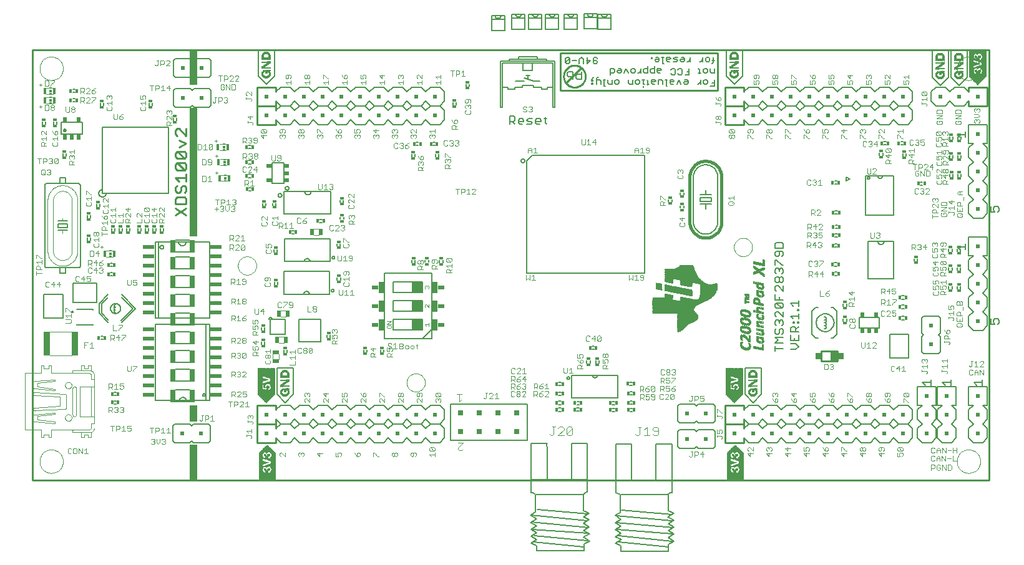
<source format=gto>
G75*
G70*
%OFA0B0*%
%FSLAX24Y24*%
%IPPOS*%
%LPD*%
%AMOC8*
5,1,8,0,0,1.08239X$1,22.5*
%
%ADD10C,0.0100*%
%ADD11C,0.0070*%
%ADD12C,0.0030*%
%ADD13C,0.0040*%
%ADD14R,0.0400X0.6900*%
%ADD15R,0.0400X0.0900*%
%ADD16C,0.0090*%
%ADD17C,0.0000*%
%ADD18R,0.0400X0.1900*%
%ADD19C,0.0050*%
%ADD20C,0.0020*%
%ADD21C,0.0060*%
%ADD22C,0.0080*%
%ADD23R,0.0236X0.0118*%
%ADD24R,0.0197X0.0256*%
%ADD25R,0.0598X0.0193*%
%ADD26R,0.0157X0.0354*%
%ADD27R,0.0118X0.0059*%
%ADD28R,0.0118X0.0118*%
%ADD29R,0.0118X0.0236*%
%ADD30R,0.0290X0.0690*%
%ADD31R,0.0240X0.0240*%
%ADD32R,0.0374X0.1299*%
%ADD33R,0.0256X0.0197*%
%ADD34R,0.0200X0.0200*%
%ADD35R,0.0295X0.0335*%
%ADD36R,0.0354X0.0531*%
%ADD37R,0.0010X0.0010*%
%ADD38R,0.0010X0.0020*%
%ADD39R,0.0010X0.0030*%
%ADD40R,0.0010X0.0070*%
%ADD41R,0.0010X0.0250*%
%ADD42R,0.0010X0.0090*%
%ADD43R,0.0010X0.0060*%
%ADD44R,0.0010X0.0100*%
%ADD45R,0.0010X0.0050*%
%ADD46R,0.0010X0.0120*%
%ADD47R,0.0010X0.0280*%
%ADD48R,0.0010X0.0130*%
%ADD49R,0.0010X0.0160*%
%ADD50R,0.0010X0.0080*%
%ADD51R,0.0010X0.0290*%
%ADD52R,0.0010X0.0200*%
%ADD53R,0.0010X0.0180*%
%ADD54R,0.0010X0.0220*%
%ADD55R,0.0010X0.0190*%
%ADD56R,0.0010X0.0110*%
%ADD57R,0.0010X0.0210*%
%ADD58R,0.0010X0.0240*%
%ADD59R,0.0010X0.0140*%
%ADD60R,0.0010X0.0270*%
%ADD61R,0.0010X0.0310*%
%ADD62R,0.0010X0.0320*%
%ADD63R,0.0010X0.0330*%
%ADD64R,0.0010X0.0040*%
%ADD65R,0.0010X0.0300*%
%ADD66R,0.0010X0.0230*%
%ADD67R,0.0010X0.0170*%
%ADD68R,0.0010X0.0350*%
%ADD69R,0.0010X0.0360*%
%ADD70R,0.0010X0.0260*%
%ADD71R,0.0010X0.0150*%
%ADD72R,0.0012X0.0096*%
%ADD73R,0.0012X0.0288*%
%ADD74R,0.0012X0.0012*%
%ADD75R,0.0012X0.0120*%
%ADD76R,0.0012X0.0312*%
%ADD77R,0.0012X0.0012*%
%ADD78R,0.0012X0.0120*%
%ADD79R,0.0012X0.0324*%
%ADD80R,0.0012X0.0012*%
%ADD81R,0.0012X0.0012*%
%ADD82R,0.0012X0.0324*%
%ADD83R,0.0012X0.0132*%
%ADD84R,0.0012X0.0312*%
%ADD85R,0.0012X0.0192*%
%ADD86R,0.0012X0.0108*%
%ADD87R,0.0012X0.0108*%
%ADD88R,0.0012X0.0024*%
%ADD89R,0.0012X0.0228*%
%ADD90R,0.0012X0.0216*%
%ADD91R,0.0012X0.0180*%
%ADD92R,0.0012X0.0168*%
%ADD93R,0.0012X0.0108*%
%ADD94R,0.0012X0.0180*%
%ADD95R,0.0012X0.0108*%
%ADD96R,0.0012X0.0192*%
%ADD97R,0.0012X0.0204*%
%ADD98R,0.0012X0.0024*%
%ADD99R,0.0012X0.0024*%
%ADD100R,0.0012X0.0132*%
%ADD101R,0.0012X0.0132*%
%ADD102R,0.0012X0.0072*%
%ADD103R,0.0012X0.0084*%
%ADD104R,0.0012X0.0072*%
%ADD105R,0.0010X0.1440*%
%ADD106R,0.0010X0.1450*%
%ADD107R,0.0010X0.1460*%
%ADD108R,0.0010X0.1470*%
%ADD109R,0.0010X0.1480*%
%ADD110R,0.0010X0.1490*%
%ADD111R,0.0010X0.1500*%
%ADD112R,0.0010X0.1510*%
%ADD113R,0.0010X0.1520*%
%ADD114R,0.0010X0.1530*%
%ADD115R,0.0010X0.1540*%
%ADD116R,0.0010X0.1550*%
%ADD117R,0.0010X0.1560*%
%ADD118R,0.0010X0.1570*%
%ADD119R,0.0010X0.1580*%
%ADD120R,0.0010X0.1590*%
%ADD121R,0.0010X0.1600*%
%ADD122R,0.0010X0.1610*%
%ADD123R,0.0010X0.1620*%
%ADD124R,0.0010X0.1630*%
%ADD125R,0.0010X0.1640*%
%ADD126R,0.0010X0.1650*%
%ADD127R,0.0010X0.0510*%
%ADD128R,0.0010X0.0690*%
%ADD129R,0.0010X0.0470*%
%ADD130R,0.0010X0.0450*%
%ADD131R,0.0010X0.0440*%
%ADD132R,0.0010X0.0430*%
%ADD133R,0.0010X0.0420*%
%ADD134R,0.0010X0.0410*%
%ADD135R,0.0010X0.0400*%
%ADD136R,0.0010X0.0390*%
%ADD137R,0.0010X0.0380*%
%ADD138R,0.0010X0.0620*%
%ADD139R,0.0010X0.0340*%
%ADD140R,0.0010X0.0610*%
%ADD141R,0.0010X0.0370*%
%ADD142R,0.0010X0.0590*%
%ADD143R,0.0010X0.0550*%
%ADD144R,0.0010X0.0520*%
%ADD145R,0.0010X0.0560*%
%ADD146R,0.0010X0.0600*%
%ADD147R,0.0010X0.0490*%
%ADD148R,0.0002X0.0036*%
%ADD149R,0.0002X0.0069*%
%ADD150R,0.0002X0.0090*%
%ADD151R,0.0002X0.0107*%
%ADD152R,0.0002X0.0121*%
%ADD153R,0.0002X0.0136*%
%ADD154R,0.0002X0.0065*%
%ADD155R,0.0002X0.0094*%
%ADD156R,0.0002X0.0101*%
%ADD157R,0.0002X0.0209*%
%ADD158R,0.0002X0.0147*%
%ADD159R,0.0002X0.0103*%
%ADD160R,0.0002X0.0232*%
%ADD161R,0.0002X0.0155*%
%ADD162R,0.0002X0.0247*%
%ADD163R,0.0002X0.0165*%
%ADD164R,0.0002X0.0105*%
%ADD165R,0.0002X0.0258*%
%ADD166R,0.0002X0.0174*%
%ADD167R,0.0002X0.0264*%
%ADD168R,0.0002X0.0184*%
%ADD169R,0.0002X0.0067*%
%ADD170R,0.0002X0.0272*%
%ADD171R,0.0002X0.0191*%
%ADD172R,0.0002X0.0109*%
%ADD173R,0.0002X0.0279*%
%ADD174R,0.0002X0.0199*%
%ADD175R,0.0002X0.0285*%
%ADD176R,0.0002X0.0205*%
%ADD177R,0.0002X0.0111*%
%ADD178R,0.0002X0.0289*%
%ADD179R,0.0002X0.0211*%
%ADD180R,0.0002X0.0113*%
%ADD181R,0.0002X0.0295*%
%ADD182R,0.0002X0.0218*%
%ADD183R,0.0002X0.0299*%
%ADD184R,0.0002X0.0224*%
%ADD185R,0.0002X0.0115*%
%ADD186R,0.0002X0.0304*%
%ADD187R,0.0002X0.0228*%
%ADD188R,0.0002X0.0117*%
%ADD189R,0.0002X0.0308*%
%ADD190R,0.0002X0.0237*%
%ADD191R,0.0002X0.0310*%
%ADD192R,0.0002X0.0241*%
%ADD193R,0.0002X0.0119*%
%ADD194R,0.0002X0.0314*%
%ADD195R,0.0002X0.0245*%
%ADD196R,0.0002X0.0071*%
%ADD197R,0.0002X0.0318*%
%ADD198R,0.0002X0.0251*%
%ADD199R,0.0002X0.0320*%
%ADD200R,0.0002X0.0255*%
%ADD201R,0.0002X0.0124*%
%ADD202R,0.0002X0.0322*%
%ADD203R,0.0002X0.0260*%
%ADD204R,0.0002X0.0327*%
%ADD205R,0.0002X0.0126*%
%ADD206R,0.0002X0.0329*%
%ADD207R,0.0002X0.0268*%
%ADD208R,0.0002X0.0073*%
%ADD209R,0.0002X0.0128*%
%ADD210R,0.0002X0.0331*%
%ADD211R,0.0002X0.0270*%
%ADD212R,0.0002X0.0335*%
%ADD213R,0.0002X0.0274*%
%ADD214R,0.0002X0.0130*%
%ADD215R,0.0002X0.0337*%
%ADD216R,0.0002X0.0339*%
%ADD217R,0.0002X0.0358*%
%ADD218R,0.0002X0.0132*%
%ADD219R,0.0002X0.0341*%
%ADD220R,0.0002X0.0360*%
%ADD221R,0.0002X0.0134*%
%ADD222R,0.0002X0.0343*%
%ADD223R,0.0002X0.0362*%
%ADD224R,0.0002X0.0346*%
%ADD225R,0.0002X0.0364*%
%ADD226R,0.0002X0.0348*%
%ADD227R,0.0002X0.0366*%
%ADD228R,0.0002X0.0350*%
%ADD229R,0.0002X0.0369*%
%ADD230R,0.0002X0.0138*%
%ADD231R,0.0002X0.0352*%
%ADD232R,0.0002X0.0371*%
%ADD233R,0.0002X0.0140*%
%ADD234R,0.0002X0.0354*%
%ADD235R,0.0002X0.0373*%
%ADD236R,0.0002X0.0142*%
%ADD237R,0.0002X0.0356*%
%ADD238R,0.0002X0.0375*%
%ADD239R,0.0002X0.0144*%
%ADD240R,0.0002X0.0377*%
%ADD241R,0.0002X0.0379*%
%ADD242R,0.0002X0.0159*%
%ADD243R,0.0002X0.0176*%
%ADD244R,0.0002X0.0149*%
%ADD245R,0.0002X0.0157*%
%ADD246R,0.0002X0.0151*%
%ADD247R,0.0002X0.0153*%
%ADD248R,0.0002X0.0161*%
%ADD249R,0.0002X0.0163*%
%ADD250R,0.0002X0.0168*%
%ADD251R,0.0002X0.0170*%
%ADD252R,0.0002X0.0172*%
%ADD253R,0.0002X0.0178*%
%ADD254R,0.0002X0.0180*%
%ADD255R,0.0002X0.0182*%
%ADD256R,0.0002X0.0098*%
%ADD257R,0.0002X0.0186*%
%ADD258R,0.0002X0.0188*%
%ADD259R,0.0002X0.0096*%
%ADD260R,0.0002X0.0193*%
%ADD261R,0.0002X0.0195*%
%ADD262R,0.0002X0.0092*%
%ADD263R,0.0002X0.0325*%
%ADD264R,0.0002X0.0306*%
%ADD265R,0.0002X0.0302*%
%ADD266R,0.0002X0.0297*%
%ADD267R,0.0002X0.0293*%
%ADD268R,0.0002X0.0333*%
%ADD269R,0.0002X0.0316*%
%ADD270R,0.0002X0.0312*%
%ADD271R,0.0002X0.0253*%
%ADD272R,0.0002X0.0291*%
%ADD273R,0.0002X0.0220*%
%ADD274R,0.0002X0.0287*%
%ADD275R,0.0002X0.0283*%
%ADD276R,0.0002X0.0203*%
%ADD277R,0.0002X0.0276*%
%ADD278R,0.0002X0.0262*%
%ADD279R,0.0002X0.0243*%
%ADD280R,0.0002X0.0088*%
%ADD281R,0.0002X0.0061*%
%ADD282R,0.0002X0.0004*%
%ADD283R,0.0002X0.1424*%
%ADD284R,0.0002X0.1426*%
%ADD285R,0.0002X0.1428*%
%ADD286R,0.0002X0.1430*%
%ADD287R,0.0002X0.1432*%
%ADD288R,0.0002X0.1434*%
%ADD289R,0.0002X0.1436*%
%ADD290R,0.0002X0.1439*%
%ADD291R,0.0002X0.1441*%
%ADD292R,0.0002X0.1443*%
%ADD293R,0.0002X0.1445*%
%ADD294R,0.0002X0.1447*%
%ADD295R,0.0002X0.1449*%
%ADD296R,0.0002X0.1451*%
%ADD297R,0.0002X0.1453*%
%ADD298R,0.0002X0.1455*%
%ADD299R,0.0002X0.1457*%
%ADD300R,0.0002X0.1460*%
%ADD301R,0.0002X0.1462*%
%ADD302R,0.0002X0.1464*%
%ADD303R,0.0002X0.1466*%
%ADD304R,0.0002X0.1468*%
%ADD305R,0.0002X0.1470*%
%ADD306R,0.0002X0.1472*%
%ADD307R,0.0002X0.1474*%
%ADD308R,0.0002X0.1476*%
%ADD309R,0.0002X0.1478*%
%ADD310R,0.0002X0.1480*%
%ADD311R,0.0002X0.1483*%
%ADD312R,0.0002X0.1485*%
%ADD313R,0.0002X0.1487*%
%ADD314R,0.0002X0.1489*%
%ADD315R,0.0002X0.1491*%
%ADD316R,0.0002X0.1493*%
%ADD317R,0.0002X0.1495*%
%ADD318R,0.0002X0.1497*%
%ADD319R,0.0002X0.1499*%
%ADD320R,0.0002X0.1501*%
%ADD321R,0.0002X0.1503*%
%ADD322R,0.0002X0.1506*%
%ADD323R,0.0002X0.1508*%
%ADD324R,0.0002X0.1510*%
%ADD325R,0.0002X0.1512*%
%ADD326R,0.0002X0.1514*%
%ADD327R,0.0002X0.1516*%
%ADD328R,0.0002X0.1518*%
%ADD329R,0.0002X0.1520*%
%ADD330R,0.0002X0.1522*%
%ADD331R,0.0002X0.1524*%
%ADD332R,0.0002X0.1527*%
%ADD333R,0.0002X0.1529*%
%ADD334R,0.0002X0.1531*%
%ADD335R,0.0002X0.1533*%
%ADD336R,0.0002X0.1535*%
%ADD337R,0.0002X0.1537*%
%ADD338R,0.0002X0.1539*%
%ADD339R,0.0002X0.1541*%
%ADD340R,0.0002X0.1543*%
%ADD341R,0.0002X0.1545*%
%ADD342R,0.0002X0.1547*%
%ADD343R,0.0002X0.1550*%
%ADD344R,0.0002X0.1552*%
%ADD345R,0.0002X0.1554*%
%ADD346R,0.0002X0.1556*%
%ADD347R,0.0002X0.1558*%
%ADD348R,0.0002X0.1560*%
%ADD349R,0.0002X0.1562*%
%ADD350R,0.0002X0.1564*%
%ADD351R,0.0002X0.1566*%
%ADD352R,0.0002X0.1568*%
%ADD353R,0.0002X0.1570*%
%ADD354R,0.0002X0.1573*%
%ADD355R,0.0002X0.1575*%
%ADD356R,0.0002X0.1577*%
%ADD357R,0.0002X0.1579*%
%ADD358R,0.0002X0.1581*%
%ADD359R,0.0002X0.1583*%
%ADD360R,0.0002X0.1585*%
%ADD361R,0.0002X0.1587*%
%ADD362R,0.0002X0.1589*%
%ADD363R,0.0002X0.1591*%
%ADD364R,0.0002X0.1594*%
%ADD365R,0.0002X0.1596*%
%ADD366R,0.0002X0.1598*%
%ADD367R,0.0002X0.1600*%
%ADD368R,0.0002X0.1602*%
%ADD369R,0.0002X0.1604*%
%ADD370R,0.0002X0.1606*%
%ADD371R,0.0002X0.1608*%
%ADD372R,0.0002X0.1610*%
%ADD373R,0.0002X0.1612*%
%ADD374R,0.0002X0.1614*%
%ADD375R,0.0002X0.1617*%
%ADD376R,0.0002X0.1619*%
%ADD377R,0.0002X0.0586*%
%ADD378R,0.0002X0.0990*%
%ADD379R,0.0002X0.0572*%
%ADD380R,0.0002X0.0976*%
%ADD381R,0.0002X0.0563*%
%ADD382R,0.0002X0.0967*%
%ADD383R,0.0002X0.0557*%
%ADD384R,0.0002X0.0959*%
%ADD385R,0.0002X0.0553*%
%ADD386R,0.0002X0.0576*%
%ADD387R,0.0002X0.0549*%
%ADD388R,0.0002X0.0574*%
%ADD389R,0.0002X0.0544*%
%ADD390R,0.0002X0.0542*%
%ADD391R,0.0002X0.0540*%
%ADD392R,0.0002X0.0538*%
%ADD393R,0.0002X0.0536*%
%ADD394R,0.0002X0.0534*%
%ADD395R,0.0002X0.0570*%
%ADD396R,0.0002X0.0532*%
%ADD397R,0.0002X0.0530*%
%ADD398R,0.0002X0.0567*%
%ADD399R,0.0002X0.0528*%
%ADD400R,0.0002X0.0207*%
%ADD401R,0.0002X0.0565*%
%ADD402R,0.0002X0.0526*%
%ADD403R,0.0002X0.0197*%
%ADD404R,0.0002X0.0561*%
%ADD405R,0.0002X0.0559*%
%ADD406R,0.0002X0.0555*%
%ADD407R,0.0002X0.0027*%
%ADD408R,0.0002X0.0044*%
%ADD409R,0.0002X0.0057*%
%ADD410R,0.0002X0.0551*%
%ADD411R,0.0002X0.0082*%
%ADD412R,0.0002X0.0547*%
%ADD413R,0.0002X0.0578*%
%ADD414R,0.0002X0.0580*%
%ADD415R,0.0002X0.0582*%
%ADD416R,0.0002X0.0825*%
%ADD417R,0.0002X0.0827*%
%ADD418R,0.0002X0.0002*%
%ADD419R,0.0002X0.0829*%
%ADD420R,0.0002X0.0833*%
%ADD421R,0.0002X0.0836*%
%ADD422R,0.0002X0.0006*%
%ADD423R,0.0002X0.0838*%
%ADD424R,0.0002X0.0840*%
%ADD425R,0.0002X0.0008*%
%ADD426R,0.0002X0.0842*%
%ADD427R,0.0002X0.0010*%
%ADD428R,0.0002X0.0844*%
%ADD429R,0.0002X0.0846*%
%ADD430R,0.0002X0.0013*%
%ADD431R,0.0002X0.0523*%
%ADD432R,0.0002X0.0848*%
%ADD433R,0.0002X0.0015*%
%ADD434R,0.0002X0.0850*%
%ADD435R,0.0002X0.0852*%
%ADD436R,0.0002X0.0017*%
%ADD437R,0.0002X0.0521*%
%ADD438R,0.0002X0.0854*%
%ADD439R,0.0002X0.0019*%
%ADD440R,0.0002X0.0856*%
%ADD441R,0.0002X0.0859*%
%ADD442R,0.0002X0.0519*%
%ADD443R,0.0002X0.0023*%
%ADD444R,0.0002X0.0861*%
%ADD445R,0.0002X0.0863*%
%ADD446R,0.0002X0.0517*%
%ADD447R,0.0002X0.0865*%
%ADD448R,0.0002X0.0025*%
%ADD449R,0.0002X0.0867*%
%ADD450R,0.0002X0.0869*%
%ADD451R,0.0002X0.0515*%
%ADD452R,0.0002X0.0029*%
%ADD453R,0.0002X0.0871*%
%ADD454R,0.0002X0.0031*%
%ADD455R,0.0002X0.0873*%
%ADD456R,0.0002X0.0513*%
%ADD457R,0.0002X0.0034*%
%ADD458R,0.0002X0.0875*%
%ADD459R,0.0002X0.0511*%
%ADD460R,0.0002X0.0877*%
%ADD461R,0.0002X0.0038*%
%ADD462R,0.0002X0.0879*%
%ADD463R,0.0002X0.0040*%
%ADD464R,0.0002X0.0509*%
%ADD465R,0.0002X0.0882*%
%ADD466R,0.0002X0.0042*%
%ADD467R,0.0002X0.0666*%
%ADD468R,0.0002X0.0668*%
%ADD469R,0.0002X0.0507*%
%ADD470R,0.0002X0.0670*%
%ADD471R,0.0002X0.0046*%
%ADD472R,0.0002X0.0672*%
%ADD473R,0.0002X0.0048*%
%ADD474R,0.0002X0.0676*%
%ADD475R,0.0002X0.0505*%
%ADD476R,0.0002X0.0678*%
%ADD477R,0.0002X0.0050*%
%ADD478R,0.0002X0.0681*%
%ADD479R,0.0002X0.0683*%
%ADD480R,0.0002X0.0052*%
%ADD481R,0.0002X0.0503*%
%ADD482R,0.0002X0.0685*%
%ADD483R,0.0002X0.0054*%
%ADD484R,0.0002X0.0687*%
%ADD485R,0.0002X0.0691*%
%ADD486R,0.0002X0.0500*%
%ADD487R,0.0002X0.0693*%
%ADD488R,0.0002X0.0695*%
%ADD489R,0.0002X0.0059*%
%ADD490R,0.0002X0.0697*%
%ADD491R,0.0002X0.0075*%
%ADD492R,0.0002X0.0498*%
%ADD493R,0.0002X0.0699*%
%ADD494R,0.0002X0.0701*%
%ADD495R,0.0002X0.0063*%
%ADD496R,0.0002X0.0706*%
%ADD497R,0.0002X0.0496*%
%ADD498R,0.0002X0.0708*%
%ADD499R,0.0002X0.0494*%
%ADD500R,0.0002X0.0704*%
%ADD501R,0.0002X0.0492*%
%ADD502R,0.0002X0.0490*%
%ADD503R,0.0002X0.0077*%
%ADD504R,0.0002X0.0080*%
%ADD505R,0.0002X0.0488*%
%ADD506R,0.0002X0.0689*%
%ADD507R,0.0002X0.0084*%
%ADD508R,0.0002X0.0486*%
%ADD509R,0.0002X0.0086*%
%ADD510R,0.0002X0.0484*%
%ADD511R,0.0002X0.0674*%
%ADD512R,0.0002X0.0482*%
%ADD513R,0.0002X0.0480*%
%ADD514R,0.0002X0.0021*%
%ADD515R,0.0002X0.0664*%
%ADD516R,0.0002X0.0477*%
%ADD517R,0.0002X0.0662*%
%ADD518R,0.0002X0.0660*%
%ADD519R,0.0002X0.0475*%
%ADD520R,0.0002X0.0658*%
%ADD521R,0.0002X0.0655*%
%ADD522R,0.0002X0.0473*%
%ADD523R,0.0002X0.0653*%
%ADD524R,0.0002X0.0651*%
%ADD525R,0.0002X0.0649*%
%ADD526R,0.0002X0.0471*%
%ADD527R,0.0002X0.0647*%
%ADD528R,0.0002X0.0645*%
%ADD529R,0.0002X0.0469*%
%ADD530R,0.0002X0.0643*%
%ADD531R,0.0002X0.0641*%
%ADD532R,0.0002X0.0639*%
%ADD533R,0.0002X0.0467*%
%ADD534R,0.0002X0.0637*%
%ADD535R,0.0002X0.0634*%
%ADD536R,0.0002X0.0465*%
%ADD537R,0.0002X0.0632*%
%ADD538R,0.0002X0.0266*%
%ADD539R,0.0002X0.0630*%
%ADD540R,0.0002X0.0628*%
%ADD541R,0.0002X0.0463*%
%ADD542R,0.0002X0.0626*%
%ADD543R,0.0002X0.0624*%
%ADD544R,0.0002X0.0461*%
%ADD545R,0.0002X0.0622*%
%ADD546R,0.0002X0.0620*%
%ADD547R,0.0002X0.0618*%
%ADD548R,0.0002X0.0616*%
%ADD549R,0.0002X0.0459*%
%ADD550R,0.0002X0.0614*%
%ADD551R,0.0002X0.0611*%
%ADD552R,0.0002X0.0456*%
%ADD553R,0.0002X0.0609*%
%ADD554R,0.0002X0.0607*%
%ADD555R,0.0002X0.0454*%
%ADD556R,0.0002X0.0605*%
%ADD557R,0.0002X0.0249*%
%ADD558R,0.0002X0.0603*%
%ADD559R,0.0002X0.0601*%
%ADD560R,0.0002X0.0452*%
%ADD561R,0.0002X0.0599*%
%ADD562R,0.0002X0.0597*%
%ADD563R,0.0002X0.0450*%
%ADD564R,0.0002X0.0595*%
%ADD565R,0.0002X0.0593*%
%ADD566R,0.0002X0.0591*%
%ADD567R,0.0002X0.0448*%
%ADD568R,0.0002X0.0588*%
%ADD569R,0.0002X0.0446*%
%ADD570R,0.0002X0.0584*%
%ADD571R,0.0002X0.0444*%
%ADD572R,0.0002X0.0442*%
%ADD573R,0.0002X0.0440*%
%ADD574R,0.0002X0.0438*%
%ADD575R,0.0002X0.0436*%
%ADD576R,0.0002X0.0433*%
%ADD577R,0.0002X0.0431*%
%ADD578R,0.0002X0.0429*%
%ADD579R,0.0002X0.0427*%
%ADD580R,0.0002X0.0201*%
%ADD581R,0.0002X0.0819*%
%ADD582R,0.0002X0.0425*%
%ADD583R,0.0002X0.0817*%
%ADD584R,0.0002X0.0812*%
%ADD585R,0.0002X0.0810*%
%ADD586R,0.0002X0.0423*%
%ADD587R,0.0002X0.1646*%
%ADD588R,0.0002X0.1644*%
%ADD589R,0.0002X0.1642*%
%ADD590R,0.0002X0.1640*%
%ADD591R,0.0002X0.1638*%
%ADD592R,0.0002X0.1635*%
%ADD593R,0.0002X0.1633*%
%ADD594R,0.0002X0.1631*%
%ADD595R,0.0002X0.1629*%
%ADD596R,0.0002X0.1627*%
%ADD597R,0.0002X0.1625*%
%ADD598R,0.0002X0.1623*%
%ADD599R,0.0002X0.1621*%
%ADD600R,0.0002X0.0733*%
%ADD601R,0.0002X0.0281*%
%ADD602R,0.0002X0.0239*%
%ADD603R,0.0002X0.0235*%
%ADD604R,0.0002X0.0230*%
%ADD605R,0.0002X0.0222*%
%ADD606R,0.0002X0.0216*%
%ADD607R,0.0002X0.0214*%
%ADD608R,0.0002X0.0226*%
%ADD609R,0.0002X0.0739*%
%ADD610R,0.0002X0.0741*%
%ADD611R,0.0002X0.0743*%
%ADD612R,0.0002X0.0745*%
%ADD613R,0.0002X0.0748*%
%ADD614R,0.0002X0.0750*%
%ADD615R,0.0002X0.0752*%
%ADD616R,0.0002X0.0754*%
%ADD617R,0.0002X0.0731*%
%ADD618R,0.0002X0.0716*%
%ADD619R,0.0002X0.0710*%
%ADD620R,0.0002X0.0712*%
%ADD621R,0.0002X0.0718*%
%ADD622R,0.0002X0.0725*%
%ADD623R,0.0002X0.0737*%
%ADD624R,0.0002X0.0735*%
%ADD625R,0.0197X0.0374*%
%ADD626R,0.0374X0.0197*%
%ADD627C,0.0160*%
%ADD628R,0.0295X0.0591*%
%ADD629R,0.0591X0.0591*%
%ADD630R,0.0374X0.0197*%
%ADD631R,0.0276X0.0276*%
%ADD632R,0.0706X0.0010*%
%ADD633R,0.0727X0.0010*%
%ADD634R,0.0737X0.0010*%
%ADD635R,0.0747X0.0010*%
%ADD636R,0.0757X0.0010*%
%ADD637R,0.0778X0.0010*%
%ADD638R,0.0788X0.0010*%
%ADD639R,0.0798X0.0010*%
%ADD640R,0.0819X0.0010*%
%ADD641R,0.0839X0.0010*%
%ADD642R,0.0850X0.0010*%
%ADD643R,0.0870X0.0010*%
%ADD644R,0.0901X0.0010*%
%ADD645R,0.0921X0.0010*%
%ADD646R,0.0942X0.0010*%
%ADD647R,0.0983X0.0010*%
%ADD648R,0.1024X0.0010*%
%ADD649R,0.1095X0.0010*%
%ADD650R,0.1587X0.0010*%
%ADD651R,0.1597X0.0010*%
%ADD652R,0.1607X0.0010*%
%ADD653R,0.1617X0.0010*%
%ADD654R,0.1628X0.0010*%
%ADD655R,0.1638X0.0010*%
%ADD656R,0.1648X0.0010*%
%ADD657R,0.1658X0.0010*%
%ADD658R,0.1669X0.0010*%
%ADD659R,0.1679X0.0010*%
%ADD660R,0.1689X0.0010*%
%ADD661R,0.1699X0.0010*%
%ADD662R,0.1709X0.0010*%
%ADD663R,0.1720X0.0010*%
%ADD664R,0.1730X0.0010*%
%ADD665R,0.1740X0.0010*%
%ADD666R,0.1750X0.0010*%
%ADD667R,0.1761X0.0010*%
%ADD668R,0.1771X0.0010*%
%ADD669R,0.1781X0.0010*%
%ADD670R,0.1791X0.0010*%
%ADD671R,0.1802X0.0010*%
%ADD672R,0.1812X0.0010*%
%ADD673R,0.1822X0.0010*%
%ADD674R,0.1832X0.0010*%
%ADD675R,0.1843X0.0010*%
%ADD676R,0.1853X0.0010*%
%ADD677R,0.1863X0.0010*%
%ADD678R,0.1873X0.0010*%
%ADD679R,0.0440X0.0010*%
%ADD680R,0.1413X0.0010*%
%ADD681R,0.1361X0.0010*%
%ADD682R,0.1320X0.0010*%
%ADD683R,0.1269X0.0010*%
%ADD684R,0.1228X0.0010*%
%ADD685R,0.1187X0.0010*%
%ADD686R,0.1146X0.0010*%
%ADD687R,0.1116X0.0010*%
%ADD688R,0.1136X0.0010*%
%ADD689R,0.1157X0.0010*%
%ADD690R,0.1167X0.0010*%
%ADD691R,0.1177X0.0010*%
%ADD692R,0.0430X0.0010*%
%ADD693R,0.1208X0.0010*%
%ADD694R,0.0389X0.0010*%
%ADD695R,0.1218X0.0010*%
%ADD696R,0.0338X0.0010*%
%ADD697R,0.0287X0.0010*%
%ADD698R,0.1249X0.0010*%
%ADD699R,0.0235X0.0010*%
%ADD700R,0.1259X0.0010*%
%ADD701R,0.0184X0.0010*%
%ADD702R,0.0635X0.0010*%
%ADD703R,0.0614X0.0010*%
%ADD704R,0.0031X0.0010*%
%ADD705R,0.0133X0.0010*%
%ADD706R,0.0594X0.0010*%
%ADD707R,0.0092X0.0010*%
%ADD708R,0.0082X0.0010*%
%ADD709R,0.0553X0.0010*%
%ADD710R,0.0010X0.0010*%
%ADD711R,0.0512X0.0010*%
%ADD712R,0.0194X0.0010*%
%ADD713R,0.0491X0.0010*%
%ADD714R,0.0061X0.0010*%
%ADD715R,0.0461X0.0010*%
%ADD716R,0.0297X0.0010*%
%ADD717R,0.0317X0.0010*%
%ADD718R,0.0420X0.0010*%
%ADD719R,0.0174X0.0010*%
%ADD720R,0.0328X0.0010*%
%ADD721R,0.0051X0.0010*%
%ADD722R,0.0102X0.0010*%
%ADD723R,0.0154X0.0010*%
%ADD724R,0.0911X0.0010*%
%ADD725R,0.0205X0.0010*%
%ADD726R,0.0543X0.0010*%
%ADD727R,0.0256X0.0010*%
%ADD728R,0.0307X0.0010*%
%ADD729R,0.0358X0.0010*%
%ADD730R,0.0409X0.0010*%
%ADD731R,0.0276X0.0010*%
%ADD732R,0.0225X0.0010*%
%ADD733R,0.0563X0.0010*%
%ADD734R,0.0164X0.0010*%
%ADD735R,0.0665X0.0010*%
%ADD736R,0.0717X0.0010*%
%ADD737R,0.0768X0.0010*%
%ADD738R,0.1085X0.0010*%
%ADD739R,0.1239X0.0010*%
%ADD740R,0.1290X0.0010*%
%ADD741R,0.1341X0.0010*%
%ADD742R,0.1392X0.0010*%
%ADD743R,0.1443X0.0010*%
%ADD744R,0.1474X0.0010*%
%ADD745R,0.0891X0.0010*%
%ADD746R,0.1423X0.0010*%
%ADD747R,0.0880X0.0010*%
%ADD748R,0.1372X0.0010*%
%ADD749R,0.0860X0.0010*%
%ADD750R,0.1065X0.0010*%
%ADD751R,0.1013X0.0010*%
%ADD752R,0.0962X0.0010*%
%ADD753R,0.0829X0.0010*%
%ADD754R,0.0809X0.0010*%
%ADD755R,0.0645X0.0010*%
%ADD756R,0.0113X0.0010*%
%ADD757R,0.0604X0.0010*%
%ADD758R,0.0215X0.0010*%
%ADD759R,0.0266X0.0010*%
%ADD760R,0.0369X0.0010*%
%ADD761R,0.0696X0.0010*%
%ADD762R,0.0686X0.0010*%
%ADD763R,0.0676X0.0010*%
%ADD764R,0.0624X0.0010*%
%ADD765R,0.0573X0.0010*%
%ADD766R,0.1106X0.0010*%
%ADD767R,0.1494X0.0010*%
%ADD768R,0.1454X0.0010*%
%ADD769R,0.1433X0.0010*%
%ADD770R,0.1310X0.0010*%
%ADD771R,0.1464X0.0010*%
%ADD772R,0.1351X0.0010*%
%ADD773R,0.2825X0.0010*%
%ADD774R,0.2805X0.0010*%
%ADD775R,0.2784X0.0010*%
%ADD776R,0.2764X0.0010*%
%ADD777R,0.2743X0.0010*%
%ADD778R,0.2713X0.0010*%
%ADD779R,0.2692X0.0010*%
%ADD780R,0.2672X0.0010*%
%ADD781R,0.2651X0.0010*%
%ADD782R,0.2631X0.0010*%
%ADD783R,0.2600X0.0010*%
%ADD784R,0.2580X0.0010*%
%ADD785R,0.2559X0.0010*%
%ADD786R,0.2539X0.0010*%
%ADD787R,0.2518X0.0010*%
%ADD788R,0.2498X0.0010*%
%ADD789R,0.2477X0.0010*%
%ADD790R,0.2457X0.0010*%
%ADD791R,0.2436X0.0010*%
%ADD792R,0.2426X0.0010*%
%ADD793R,0.2406X0.0010*%
%ADD794R,0.2385X0.0010*%
%ADD795R,0.2375X0.0010*%
%ADD796R,0.2354X0.0010*%
%ADD797R,0.2344X0.0010*%
%ADD798R,0.2334X0.0010*%
%ADD799R,0.2313X0.0010*%
%ADD800R,0.2303X0.0010*%
%ADD801R,0.2293X0.0010*%
%ADD802R,0.2283X0.0010*%
%ADD803R,0.2272X0.0010*%
%ADD804R,0.2262X0.0010*%
%ADD805R,0.2252X0.0010*%
%ADD806R,0.2242X0.0010*%
%ADD807R,0.2231X0.0010*%
%ADD808R,0.2324X0.0010*%
%ADD809R,0.1034X0.0010*%
%ADD810R,0.1044X0.0010*%
%ADD811R,0.1054X0.0010*%
%ADD812R,0.1075X0.0010*%
%ADD813R,0.0993X0.0010*%
%ADD814R,0.0655X0.0010*%
%ADD815R,0.0583X0.0010*%
%ADD816R,0.0532X0.0010*%
%ADD817R,0.0522X0.0010*%
%ADD818R,0.0502X0.0010*%
%ADD819R,0.0481X0.0010*%
%ADD820R,0.0471X0.0010*%
%ADD821R,0.0450X0.0010*%
%ADD822R,0.0399X0.0010*%
%ADD823R,0.0379X0.0010*%
%ADD824R,0.0348X0.0010*%
%ADD825R,0.0246X0.0010*%
%ADD826R,0.0143X0.0010*%
D10*
X001680Y006030D02*
X001680Y029030D01*
X052780Y029030D01*
X052780Y006030D01*
X001680Y006030D01*
X003330Y024730D02*
X003332Y024743D01*
X003337Y024756D01*
X003346Y024767D01*
X003357Y024774D01*
X003370Y024779D01*
X003383Y024780D01*
X003397Y024777D01*
X003409Y024771D01*
X003419Y024762D01*
X003426Y024750D01*
X003430Y024737D01*
X003430Y024723D01*
X003426Y024710D01*
X003419Y024698D01*
X003409Y024689D01*
X003397Y024683D01*
X003383Y024680D01*
X003370Y024681D01*
X003357Y024686D01*
X003346Y024693D01*
X003337Y024704D01*
X003332Y024717D01*
X003330Y024730D01*
X029880Y026860D02*
X038280Y026860D01*
X038280Y028860D01*
X029880Y028860D01*
X029880Y026860D01*
X030180Y027260D02*
X030980Y028060D01*
X030047Y027610D02*
X030049Y027658D01*
X030055Y027706D01*
X030065Y027753D01*
X030079Y027799D01*
X030096Y027844D01*
X030117Y027887D01*
X030142Y027929D01*
X030170Y027968D01*
X030201Y028005D01*
X030235Y028039D01*
X030272Y028070D01*
X030311Y028098D01*
X030353Y028123D01*
X030396Y028144D01*
X030441Y028161D01*
X030487Y028175D01*
X030534Y028185D01*
X030582Y028191D01*
X030630Y028193D01*
X030678Y028191D01*
X030726Y028185D01*
X030773Y028175D01*
X030819Y028161D01*
X030864Y028144D01*
X030907Y028123D01*
X030949Y028098D01*
X030988Y028070D01*
X031025Y028039D01*
X031059Y028005D01*
X031090Y027968D01*
X031118Y027929D01*
X031143Y027887D01*
X031164Y027844D01*
X031181Y027799D01*
X031195Y027753D01*
X031205Y027706D01*
X031211Y027658D01*
X031213Y027610D01*
X031211Y027562D01*
X031205Y027514D01*
X031195Y027467D01*
X031181Y027421D01*
X031164Y027376D01*
X031143Y027333D01*
X031118Y027291D01*
X031090Y027252D01*
X031059Y027215D01*
X031025Y027181D01*
X030988Y027150D01*
X030949Y027122D01*
X030907Y027097D01*
X030864Y027076D01*
X030819Y027059D01*
X030773Y027045D01*
X030726Y027035D01*
X030678Y027029D01*
X030630Y027027D01*
X030582Y027029D01*
X030534Y027035D01*
X030487Y027045D01*
X030441Y027059D01*
X030396Y027076D01*
X030353Y027097D01*
X030311Y027122D01*
X030272Y027150D01*
X030235Y027181D01*
X030201Y027215D01*
X030170Y027252D01*
X030142Y027291D01*
X030117Y027333D01*
X030096Y027376D01*
X030079Y027421D01*
X030065Y027467D01*
X030055Y027514D01*
X030049Y027562D01*
X030047Y027610D01*
X043812Y012936D02*
X044678Y012936D01*
X044678Y012384D01*
X043812Y012384D01*
X043812Y012936D01*
D11*
X042592Y013172D02*
X042449Y013316D01*
X042162Y013316D01*
X042162Y013489D02*
X042592Y013489D01*
X042592Y013776D01*
X042592Y013950D02*
X042162Y013950D01*
X042162Y014165D01*
X042234Y014237D01*
X042377Y014237D01*
X042449Y014165D01*
X042449Y013950D01*
X042449Y014093D02*
X042592Y014237D01*
X042592Y014410D02*
X042521Y014410D01*
X042521Y014482D01*
X042592Y014482D01*
X042592Y014410D01*
X042377Y014410D02*
X042305Y014410D01*
X042305Y014482D01*
X042377Y014482D01*
X042377Y014410D01*
X042305Y014640D02*
X042162Y014784D01*
X042592Y014784D01*
X042592Y014927D02*
X042592Y014640D01*
X042592Y015101D02*
X042592Y015172D01*
X042521Y015172D01*
X042521Y015101D01*
X042592Y015101D01*
X042592Y015331D02*
X042592Y015618D01*
X042592Y015474D02*
X042162Y015474D01*
X042305Y015331D01*
X041778Y015284D02*
X041706Y015212D01*
X041420Y015499D01*
X041706Y015499D01*
X041778Y015427D01*
X041778Y015284D01*
X041706Y015212D02*
X041420Y015212D01*
X041348Y015284D01*
X041348Y015427D01*
X041420Y015499D01*
X041348Y015672D02*
X041348Y015959D01*
X041420Y016133D02*
X041348Y016204D01*
X041348Y016348D01*
X041420Y016420D01*
X041491Y016420D01*
X041778Y016133D01*
X041778Y016420D01*
X041706Y016593D02*
X041635Y016593D01*
X041563Y016665D01*
X041563Y016808D01*
X041635Y016880D01*
X041706Y016880D01*
X041778Y016808D01*
X041778Y016665D01*
X041706Y016593D01*
X041563Y016665D02*
X041491Y016593D01*
X041420Y016593D01*
X041348Y016665D01*
X041348Y016808D01*
X041420Y016880D01*
X041491Y016880D01*
X041563Y016808D01*
X041420Y017053D02*
X041348Y017125D01*
X041348Y017269D01*
X041420Y017340D01*
X041491Y017340D01*
X041563Y017269D01*
X041635Y017340D01*
X041706Y017340D01*
X041778Y017269D01*
X041778Y017125D01*
X041706Y017053D01*
X041563Y017197D02*
X041563Y017269D01*
X041706Y017514D02*
X041420Y017801D01*
X041348Y017801D01*
X041348Y017514D01*
X041706Y017514D02*
X041778Y017514D01*
X041706Y017974D02*
X041778Y018046D01*
X041778Y018189D01*
X041706Y018261D01*
X041420Y018261D01*
X041348Y018189D01*
X041348Y018046D01*
X041420Y017974D01*
X041491Y017974D01*
X041563Y018046D01*
X041563Y018261D01*
X041348Y018435D02*
X041778Y018435D01*
X041778Y018650D01*
X041706Y018722D01*
X041420Y018722D01*
X041348Y018650D01*
X041348Y018435D01*
X041563Y015816D02*
X041563Y015672D01*
X041778Y015672D02*
X041348Y015672D01*
X041420Y015038D02*
X041348Y014967D01*
X041348Y014823D01*
X041420Y014751D01*
X041420Y014578D02*
X041491Y014578D01*
X041563Y014506D01*
X041635Y014578D01*
X041706Y014578D01*
X041778Y014506D01*
X041778Y014363D01*
X041706Y014291D01*
X041706Y014118D02*
X041778Y014046D01*
X041778Y013902D01*
X041706Y013831D01*
X041563Y013902D02*
X041563Y014046D01*
X041635Y014118D01*
X041706Y014118D01*
X041563Y013902D02*
X041491Y013831D01*
X041420Y013831D01*
X041348Y013902D01*
X041348Y014046D01*
X041420Y014118D01*
X041420Y014291D02*
X041348Y014363D01*
X041348Y014506D01*
X041420Y014578D01*
X041563Y014506D02*
X041563Y014435D01*
X041778Y014751D02*
X041491Y015038D01*
X041420Y015038D01*
X041778Y015038D02*
X041778Y014751D01*
X042162Y013776D02*
X042162Y013489D01*
X042377Y013489D02*
X042377Y013633D01*
X042592Y013172D02*
X042449Y013029D01*
X042162Y013029D01*
X041778Y013053D02*
X041348Y013053D01*
X041348Y012910D02*
X041348Y013197D01*
X041348Y013370D02*
X041491Y013514D01*
X041348Y013657D01*
X041778Y013657D01*
X041778Y013370D02*
X041348Y013370D01*
X029147Y025053D02*
X029076Y025124D01*
X029076Y025411D01*
X029147Y025340D02*
X029004Y025340D01*
X028830Y025268D02*
X028830Y025196D01*
X028543Y025196D01*
X028543Y025124D02*
X028543Y025268D01*
X028615Y025340D01*
X028759Y025340D01*
X028830Y025268D01*
X028759Y025053D02*
X028615Y025053D01*
X028543Y025124D01*
X028370Y025124D02*
X028298Y025196D01*
X028155Y025196D01*
X028083Y025268D01*
X028155Y025340D01*
X028370Y025340D01*
X028370Y025124D02*
X028298Y025053D01*
X028083Y025053D01*
X027910Y025196D02*
X027910Y025268D01*
X027838Y025340D01*
X027694Y025340D01*
X027623Y025268D01*
X027623Y025124D01*
X027694Y025053D01*
X027838Y025053D01*
X027910Y025196D02*
X027623Y025196D01*
X027449Y025268D02*
X027377Y025196D01*
X027162Y025196D01*
X027162Y025053D02*
X027162Y025483D01*
X027377Y025483D01*
X027449Y025411D01*
X027449Y025268D01*
X027306Y025196D02*
X027449Y025053D01*
D12*
X027916Y025707D02*
X027868Y025755D01*
X027916Y025707D02*
X028013Y025707D01*
X028062Y025755D01*
X028062Y025804D01*
X028013Y025852D01*
X027916Y025852D01*
X027868Y025900D01*
X027868Y025949D01*
X027916Y025997D01*
X028013Y025997D01*
X028062Y025949D01*
X028163Y025949D02*
X028211Y025997D01*
X028308Y025997D01*
X028356Y025949D01*
X028356Y025900D01*
X028308Y025852D01*
X028356Y025804D01*
X028356Y025755D01*
X028308Y025707D01*
X028211Y025707D01*
X028163Y025755D01*
X028259Y025852D02*
X028308Y025852D01*
X028232Y023805D02*
X028329Y023708D01*
X028329Y023515D01*
X028430Y023515D02*
X028624Y023515D01*
X028527Y023515D02*
X028527Y023805D01*
X028430Y023708D01*
X028329Y023660D02*
X028135Y023660D01*
X028135Y023708D02*
X028232Y023805D01*
X028135Y023708D02*
X028135Y023515D01*
X030995Y024003D02*
X031044Y023955D01*
X031141Y023955D01*
X031189Y024003D01*
X031189Y024245D01*
X031290Y024148D02*
X031387Y024245D01*
X031387Y023955D01*
X031290Y023955D02*
X031484Y023955D01*
X031585Y024100D02*
X031778Y024100D01*
X031730Y023955D02*
X031730Y024245D01*
X031585Y024100D01*
X030995Y024003D02*
X030995Y024245D01*
X033835Y023708D02*
X033932Y023805D01*
X034029Y023708D01*
X034029Y023515D01*
X034130Y023515D02*
X034324Y023515D01*
X034227Y023515D02*
X034227Y023805D01*
X034130Y023708D01*
X034029Y023660D02*
X033835Y023660D01*
X033835Y023708D02*
X033835Y023515D01*
X034425Y023563D02*
X034473Y023515D01*
X034570Y023515D01*
X034618Y023563D01*
X034618Y023757D01*
X034570Y023805D01*
X034473Y023805D01*
X034425Y023757D01*
X034425Y023708D01*
X034473Y023660D01*
X034618Y023660D01*
X036126Y022580D02*
X036174Y022628D01*
X036223Y022628D01*
X036271Y022580D01*
X036319Y022628D01*
X036368Y022628D01*
X036416Y022580D01*
X036416Y022483D01*
X036368Y022435D01*
X036368Y022333D02*
X036416Y022285D01*
X036416Y022188D01*
X036368Y022140D01*
X036174Y022140D01*
X036126Y022188D01*
X036126Y022285D01*
X036174Y022333D01*
X036174Y022435D02*
X036126Y022483D01*
X036126Y022580D01*
X036271Y022580D02*
X036271Y022531D01*
X035237Y021227D02*
X035430Y021034D01*
X035479Y021034D01*
X035479Y020933D02*
X035382Y020836D01*
X035382Y020884D02*
X035382Y020739D01*
X035479Y020739D02*
X035188Y020739D01*
X035188Y020884D01*
X035237Y020933D01*
X035334Y020933D01*
X035382Y020884D01*
X035188Y021034D02*
X035188Y021227D01*
X035237Y021227D01*
X036228Y020025D02*
X036373Y019879D01*
X036373Y020073D01*
X036518Y020025D02*
X036228Y020025D01*
X036276Y019778D02*
X036228Y019730D01*
X036228Y019633D01*
X036276Y019585D01*
X036469Y019585D01*
X036518Y019633D01*
X036518Y019730D01*
X036469Y019778D01*
X038840Y020774D02*
X038840Y020870D01*
X038889Y020919D01*
X039082Y020919D01*
X039130Y020870D01*
X039130Y020774D01*
X039082Y020725D01*
X038889Y020725D01*
X038840Y020774D01*
X039034Y020822D02*
X039130Y020919D01*
X039130Y021020D02*
X039130Y021213D01*
X039130Y021117D02*
X038840Y021117D01*
X038937Y021020D01*
X038972Y024295D02*
X038923Y024295D01*
X038875Y024343D01*
X038875Y024440D01*
X038923Y024488D01*
X038972Y024488D01*
X039020Y024440D01*
X039020Y024343D01*
X038972Y024295D01*
X039020Y024343D02*
X039068Y024295D01*
X039117Y024295D01*
X039165Y024343D01*
X039165Y024440D01*
X039117Y024488D01*
X039068Y024488D01*
X039020Y024440D01*
X039117Y024590D02*
X038923Y024783D01*
X039117Y024783D01*
X039165Y024735D01*
X039165Y024638D01*
X039117Y024590D01*
X038923Y024590D01*
X038875Y024638D01*
X038875Y024735D01*
X038923Y024783D01*
X038445Y025063D02*
X038445Y025112D01*
X038397Y025160D01*
X038155Y025160D01*
X038155Y025112D02*
X038155Y025208D01*
X038203Y025310D02*
X038252Y025310D01*
X038300Y025358D01*
X038300Y025455D01*
X038348Y025503D01*
X038397Y025503D01*
X038445Y025455D01*
X038445Y025358D01*
X038397Y025310D01*
X038348Y025310D01*
X038300Y025358D01*
X038300Y025455D02*
X038252Y025503D01*
X038203Y025503D01*
X038155Y025455D01*
X038155Y025358D01*
X038203Y025310D01*
X038445Y025063D02*
X038397Y025015D01*
X038397Y026015D02*
X038445Y026063D01*
X038445Y026112D01*
X038397Y026160D01*
X038155Y026160D01*
X038155Y026112D02*
X038155Y026208D01*
X038300Y026310D02*
X038300Y026455D01*
X038348Y026503D01*
X038397Y026503D01*
X038445Y026455D01*
X038445Y026358D01*
X038397Y026310D01*
X038300Y026310D01*
X038203Y026406D01*
X038155Y026503D01*
X040195Y027206D02*
X040340Y027206D01*
X040292Y027302D01*
X040292Y027351D01*
X040340Y027399D01*
X040437Y027399D01*
X040485Y027351D01*
X040485Y027254D01*
X040437Y027206D01*
X040195Y027206D02*
X040195Y027399D01*
X040243Y027500D02*
X040195Y027549D01*
X040195Y027645D01*
X040243Y027694D01*
X040437Y027694D01*
X040485Y027645D01*
X040485Y027549D01*
X040437Y027500D01*
X040340Y027549D02*
X040340Y027694D01*
X040340Y027549D02*
X040292Y027500D01*
X040243Y027500D01*
X041195Y027549D02*
X041195Y027645D01*
X041243Y027694D01*
X041292Y027694D01*
X041340Y027645D01*
X041340Y027549D01*
X041292Y027500D01*
X041243Y027500D01*
X041195Y027549D01*
X041340Y027549D02*
X041388Y027500D01*
X041437Y027500D01*
X041485Y027549D01*
X041485Y027645D01*
X041437Y027694D01*
X041388Y027694D01*
X041340Y027645D01*
X041340Y027399D02*
X041437Y027399D01*
X041485Y027351D01*
X041485Y027254D01*
X041437Y027206D01*
X041340Y027206D02*
X041292Y027302D01*
X041292Y027351D01*
X041340Y027399D01*
X041195Y027399D02*
X041195Y027206D01*
X041340Y027206D01*
X042195Y027206D02*
X042340Y027206D01*
X042292Y027302D01*
X042292Y027351D01*
X042340Y027399D01*
X042437Y027399D01*
X042485Y027351D01*
X042485Y027254D01*
X042437Y027206D01*
X042195Y027206D02*
X042195Y027399D01*
X042195Y027500D02*
X042195Y027694D01*
X042243Y027694D01*
X042437Y027500D01*
X042485Y027500D01*
X043195Y027399D02*
X043195Y027206D01*
X043340Y027206D01*
X043292Y027302D01*
X043292Y027351D01*
X043340Y027399D01*
X043437Y027399D01*
X043485Y027351D01*
X043485Y027254D01*
X043437Y027206D01*
X043437Y027500D02*
X043485Y027549D01*
X043485Y027645D01*
X043437Y027694D01*
X043388Y027694D01*
X043340Y027645D01*
X043340Y027500D01*
X043437Y027500D01*
X043340Y027500D02*
X043243Y027597D01*
X043195Y027694D01*
X044195Y027694D02*
X044195Y027500D01*
X044340Y027500D01*
X044292Y027597D01*
X044292Y027645D01*
X044340Y027694D01*
X044437Y027694D01*
X044485Y027645D01*
X044485Y027549D01*
X044437Y027500D01*
X044437Y027399D02*
X044485Y027351D01*
X044485Y027254D01*
X044437Y027206D01*
X044340Y027206D02*
X044292Y027302D01*
X044292Y027351D01*
X044340Y027399D01*
X044437Y027399D01*
X044340Y027206D02*
X044195Y027206D01*
X044195Y027399D01*
X045195Y027399D02*
X045195Y027206D01*
X045340Y027206D01*
X045292Y027302D01*
X045292Y027351D01*
X045340Y027399D01*
X045437Y027399D01*
X045485Y027351D01*
X045485Y027254D01*
X045437Y027206D01*
X045340Y027500D02*
X045340Y027694D01*
X045485Y027645D02*
X045195Y027645D01*
X045340Y027500D01*
X046195Y027549D02*
X046195Y027645D01*
X046243Y027694D01*
X046292Y027694D01*
X046340Y027645D01*
X046388Y027694D01*
X046437Y027694D01*
X046485Y027645D01*
X046485Y027549D01*
X046437Y027500D01*
X046437Y027399D02*
X046485Y027351D01*
X046485Y027254D01*
X046437Y027206D01*
X046340Y027206D02*
X046292Y027302D01*
X046292Y027351D01*
X046340Y027399D01*
X046437Y027399D01*
X046340Y027206D02*
X046195Y027206D01*
X046195Y027399D01*
X046243Y027500D02*
X046195Y027549D01*
X046340Y027597D02*
X046340Y027645D01*
X047195Y027645D02*
X047195Y027549D01*
X047243Y027500D01*
X047195Y027399D02*
X047195Y027206D01*
X047340Y027206D01*
X047292Y027302D01*
X047292Y027351D01*
X047340Y027399D01*
X047437Y027399D01*
X047485Y027351D01*
X047485Y027254D01*
X047437Y027206D01*
X047485Y027500D02*
X047292Y027694D01*
X047243Y027694D01*
X047195Y027645D01*
X047485Y027694D02*
X047485Y027500D01*
X048195Y027597D02*
X048485Y027597D01*
X048485Y027500D02*
X048485Y027694D01*
X048292Y027500D02*
X048195Y027597D01*
X048195Y027399D02*
X048195Y027206D01*
X048340Y027206D01*
X048292Y027302D01*
X048292Y027351D01*
X048340Y027399D01*
X048437Y027399D01*
X048485Y027351D01*
X048485Y027254D01*
X048437Y027206D01*
X049155Y026749D02*
X049203Y026798D01*
X049397Y026604D01*
X049445Y026653D01*
X049445Y026749D01*
X049397Y026798D01*
X049203Y026798D01*
X049155Y026749D02*
X049155Y026653D01*
X049203Y026604D01*
X049397Y026604D01*
X049445Y026503D02*
X049445Y026310D01*
X049445Y026406D02*
X049155Y026406D01*
X049252Y026310D01*
X049155Y026208D02*
X049155Y026112D01*
X049155Y026160D02*
X049397Y026160D01*
X049445Y026112D01*
X049445Y026063D01*
X049397Y026015D01*
X049975Y025779D02*
X049975Y025634D01*
X050265Y025634D01*
X050265Y025779D01*
X050217Y025828D01*
X050023Y025828D01*
X049975Y025779D01*
X049975Y025533D02*
X050265Y025533D01*
X049975Y025340D01*
X050265Y025340D01*
X050217Y025238D02*
X050120Y025238D01*
X050120Y025142D01*
X050217Y025238D02*
X050265Y025190D01*
X050265Y025093D01*
X050217Y025045D01*
X050023Y025045D01*
X049975Y025093D01*
X049975Y025190D01*
X050023Y025238D01*
X049983Y024654D02*
X050177Y024654D01*
X050225Y024605D01*
X050225Y024509D01*
X050177Y024460D01*
X049983Y024654D01*
X049935Y024605D01*
X049935Y024509D01*
X049983Y024460D01*
X050177Y024460D01*
X050177Y024359D02*
X050225Y024311D01*
X050225Y024214D01*
X050177Y024166D01*
X050080Y024166D02*
X050032Y024262D01*
X050032Y024311D01*
X050080Y024359D01*
X050177Y024359D01*
X050285Y024272D02*
X050575Y024272D01*
X050575Y024176D02*
X050575Y024369D01*
X050527Y024470D02*
X050575Y024519D01*
X050575Y024615D01*
X050527Y024664D01*
X050478Y024664D01*
X050430Y024615D01*
X050430Y024567D01*
X050430Y024615D02*
X050382Y024664D01*
X050333Y024664D01*
X050285Y024615D01*
X050285Y024519D01*
X050333Y024470D01*
X050285Y024272D02*
X050382Y024176D01*
X050430Y024075D02*
X050478Y024026D01*
X050478Y023881D01*
X050478Y023978D02*
X050575Y024075D01*
X050430Y024075D02*
X050333Y024075D01*
X050285Y024026D01*
X050285Y023881D01*
X050575Y023881D01*
X050547Y023664D02*
X050353Y023664D01*
X050305Y023615D01*
X050305Y023519D01*
X050353Y023470D01*
X050402Y023470D01*
X050450Y023519D01*
X050450Y023664D01*
X050547Y023664D02*
X050595Y023615D01*
X050595Y023519D01*
X050547Y023470D01*
X050595Y023369D02*
X050595Y023176D01*
X050402Y023369D01*
X050353Y023369D01*
X050305Y023321D01*
X050305Y023224D01*
X050353Y023176D01*
X050353Y023075D02*
X050450Y023075D01*
X050498Y023026D01*
X050498Y022881D01*
X050498Y022978D02*
X050595Y023075D01*
X050595Y022881D02*
X050305Y022881D01*
X050305Y023026D01*
X050353Y023075D01*
X050245Y023016D02*
X050197Y023065D01*
X050245Y023016D02*
X050245Y022919D01*
X050197Y022871D01*
X050003Y022871D01*
X049955Y022919D01*
X049955Y023016D01*
X050003Y023065D01*
X049955Y023166D02*
X050100Y023166D01*
X050052Y023262D01*
X050052Y023311D01*
X050100Y023359D01*
X050197Y023359D01*
X050245Y023311D01*
X050245Y023214D01*
X050197Y023166D01*
X049955Y023166D02*
X049955Y023359D01*
X050052Y023460D02*
X049955Y023557D01*
X050245Y023557D01*
X050245Y023460D02*
X050245Y023654D01*
X050177Y023871D02*
X050225Y023919D01*
X050225Y024016D01*
X050177Y024065D01*
X050080Y024166D02*
X049935Y024166D01*
X049935Y024359D01*
X049983Y024065D02*
X049935Y024016D01*
X049935Y023919D01*
X049983Y023871D01*
X050177Y023871D01*
X049737Y022914D02*
X049592Y022769D01*
X049786Y022769D01*
X049737Y022624D02*
X049737Y022914D01*
X049491Y022866D02*
X049443Y022914D01*
X049346Y022914D01*
X049297Y022866D01*
X049196Y022866D02*
X049196Y022769D01*
X049148Y022721D01*
X049003Y022721D01*
X049003Y022624D02*
X049003Y022914D01*
X049148Y022914D01*
X049196Y022866D01*
X049297Y022624D02*
X049491Y022818D01*
X049491Y022866D01*
X049491Y022624D02*
X049297Y022624D01*
X049313Y022565D02*
X049313Y022274D01*
X049119Y022565D01*
X049119Y022274D01*
X049018Y022323D02*
X049018Y022420D01*
X048922Y022420D01*
X049018Y022516D02*
X048970Y022565D01*
X048873Y022565D01*
X048825Y022516D01*
X048825Y022323D01*
X048873Y022274D01*
X048970Y022274D01*
X049018Y022323D01*
X048805Y022624D02*
X048805Y022914D01*
X048767Y022969D02*
X048476Y022969D01*
X048476Y023114D01*
X048525Y023163D01*
X048622Y023163D01*
X048670Y023114D01*
X048670Y022969D01*
X048708Y022914D02*
X048902Y022914D01*
X048670Y023066D02*
X048767Y023163D01*
X048622Y023264D02*
X048622Y023457D01*
X048573Y023559D02*
X048476Y023655D01*
X048767Y023655D01*
X048767Y023559D02*
X048767Y023752D01*
X048672Y023937D02*
X048720Y023985D01*
X048672Y023937D02*
X048575Y023937D01*
X048527Y023985D01*
X048527Y024179D01*
X048575Y024227D01*
X048672Y024227D01*
X048720Y024179D01*
X048821Y024179D02*
X048870Y024227D01*
X048967Y024227D01*
X049015Y024179D01*
X049015Y024130D01*
X048967Y024082D01*
X049015Y024033D01*
X049015Y023985D01*
X048967Y023937D01*
X048870Y023937D01*
X048821Y023985D01*
X048918Y024082D02*
X048967Y024082D01*
X049116Y024082D02*
X049213Y024130D01*
X049261Y024130D01*
X049310Y024082D01*
X049310Y023985D01*
X049261Y023937D01*
X049164Y023937D01*
X049116Y023985D01*
X049116Y024082D02*
X049116Y024227D01*
X049310Y024227D01*
X048767Y023409D02*
X048476Y023409D01*
X048622Y023264D01*
X048165Y024295D02*
X048117Y024295D01*
X047923Y024488D01*
X047875Y024488D01*
X047875Y024295D01*
X047972Y024590D02*
X047875Y024686D01*
X048165Y024686D01*
X048165Y024590D02*
X048165Y024783D01*
X047165Y024783D02*
X047165Y024590D01*
X046972Y024783D01*
X046923Y024783D01*
X046875Y024735D01*
X046875Y024638D01*
X046923Y024590D01*
X046923Y024488D02*
X047117Y024295D01*
X047165Y024295D01*
X046875Y024295D02*
X046875Y024488D01*
X046923Y024488D01*
X046761Y024147D02*
X046616Y024002D01*
X046810Y024002D01*
X046761Y023857D02*
X046761Y024147D01*
X046515Y024099D02*
X046515Y024050D01*
X046467Y024002D01*
X046515Y023953D01*
X046515Y023905D01*
X046467Y023857D01*
X046370Y023857D01*
X046321Y023905D01*
X046220Y023905D02*
X046172Y023857D01*
X046075Y023857D01*
X046027Y023905D01*
X046027Y024099D01*
X046075Y024147D01*
X046172Y024147D01*
X046220Y024099D01*
X046321Y024099D02*
X046370Y024147D01*
X046467Y024147D01*
X046515Y024099D01*
X046467Y024002D02*
X046418Y024002D01*
X046165Y024295D02*
X046117Y024295D01*
X045923Y024488D01*
X045875Y024488D01*
X045875Y024295D01*
X045923Y024590D02*
X045875Y024638D01*
X045875Y024735D01*
X045923Y024783D01*
X045972Y024783D01*
X046020Y024735D01*
X046068Y024783D01*
X046117Y024783D01*
X046165Y024735D01*
X046165Y024638D01*
X046117Y024590D01*
X046020Y024686D02*
X046020Y024735D01*
X045165Y024735D02*
X044875Y024735D01*
X045020Y024590D01*
X045020Y024783D01*
X044923Y024488D02*
X045117Y024295D01*
X045165Y024295D01*
X044875Y024295D02*
X044875Y024488D01*
X044923Y024488D01*
X044165Y024638D02*
X044117Y024590D01*
X044165Y024638D02*
X044165Y024735D01*
X044117Y024783D01*
X044020Y024783D01*
X043972Y024735D01*
X043972Y024686D01*
X044020Y024590D01*
X043875Y024590D01*
X043875Y024783D01*
X043875Y024488D02*
X043923Y024488D01*
X044117Y024295D01*
X044165Y024295D01*
X043875Y024295D02*
X043875Y024488D01*
X043165Y024638D02*
X043165Y024735D01*
X043117Y024783D01*
X043068Y024783D01*
X043020Y024735D01*
X043020Y024590D01*
X043117Y024590D01*
X043165Y024638D01*
X043020Y024590D02*
X042923Y024686D01*
X042875Y024783D01*
X042875Y024488D02*
X042923Y024488D01*
X043117Y024295D01*
X043165Y024295D01*
X042875Y024295D02*
X042875Y024488D01*
X042165Y024590D02*
X042117Y024590D01*
X041923Y024783D01*
X041875Y024783D01*
X041875Y024590D01*
X041875Y024488D02*
X041923Y024488D01*
X042117Y024295D01*
X042165Y024295D01*
X041875Y024295D02*
X041875Y024488D01*
X041165Y024638D02*
X041117Y024590D01*
X041068Y024590D01*
X041020Y024638D01*
X041020Y024735D01*
X041068Y024783D01*
X041117Y024783D01*
X041165Y024735D01*
X041165Y024638D01*
X041020Y024638D02*
X040972Y024590D01*
X040923Y024590D01*
X040875Y024638D01*
X040875Y024735D01*
X040923Y024783D01*
X040972Y024783D01*
X041020Y024735D01*
X040923Y024488D02*
X041117Y024295D01*
X041165Y024295D01*
X040875Y024295D02*
X040875Y024488D01*
X040923Y024488D01*
X040165Y024638D02*
X040165Y024735D01*
X040117Y024783D01*
X039923Y024783D01*
X039875Y024735D01*
X039875Y024638D01*
X039923Y024590D01*
X039972Y024590D01*
X040020Y024638D01*
X040020Y024783D01*
X040165Y024638D02*
X040117Y024590D01*
X039923Y024488D02*
X040117Y024295D01*
X040165Y024295D01*
X039875Y024295D02*
X039875Y024488D01*
X039923Y024488D01*
X043045Y022037D02*
X043045Y021843D01*
X043093Y021795D01*
X043190Y021795D01*
X043238Y021843D01*
X043340Y021843D02*
X043388Y021795D01*
X043485Y021795D01*
X043533Y021843D01*
X043533Y021892D01*
X043485Y021940D01*
X043436Y021940D01*
X043485Y021940D02*
X043533Y021988D01*
X043533Y022037D01*
X043485Y022085D01*
X043388Y022085D01*
X043340Y022037D01*
X043238Y022037D02*
X043190Y022085D01*
X043093Y022085D01*
X043045Y022037D01*
X043634Y021988D02*
X043731Y022085D01*
X043731Y021795D01*
X043634Y021795D02*
X043828Y021795D01*
X043715Y020485D02*
X043618Y020485D01*
X043570Y020437D01*
X043468Y020437D02*
X043468Y020340D01*
X043420Y020292D01*
X043275Y020292D01*
X043372Y020292D02*
X043468Y020195D01*
X043570Y020195D02*
X043763Y020388D01*
X043763Y020437D01*
X043715Y020485D01*
X043468Y020437D02*
X043420Y020485D01*
X043275Y020485D01*
X043275Y020195D01*
X043570Y020195D02*
X043763Y020195D01*
X043718Y019720D02*
X043669Y019672D01*
X043718Y019720D02*
X043814Y019720D01*
X043863Y019672D01*
X043863Y019623D01*
X043669Y019430D01*
X043863Y019430D01*
X043853Y019270D02*
X043659Y019270D01*
X043659Y019125D01*
X043756Y019173D01*
X043804Y019173D01*
X043853Y019125D01*
X043853Y019028D01*
X043804Y018980D01*
X043708Y018980D01*
X043659Y019028D01*
X043558Y019028D02*
X043510Y018980D01*
X043413Y018980D01*
X043365Y019028D01*
X043263Y018980D02*
X043167Y019077D01*
X043215Y019077D02*
X043070Y019077D01*
X043070Y018980D02*
X043070Y019270D01*
X043215Y019270D01*
X043263Y019222D01*
X043263Y019125D01*
X043215Y019077D01*
X043365Y019222D02*
X043413Y019270D01*
X043510Y019270D01*
X043558Y019222D01*
X043558Y019173D01*
X043510Y019125D01*
X043558Y019077D01*
X043558Y019028D01*
X043510Y019125D02*
X043461Y019125D01*
X043520Y019430D02*
X043520Y019720D01*
X043375Y019575D01*
X043568Y019575D01*
X043273Y019575D02*
X043225Y019527D01*
X043080Y019527D01*
X043177Y019527D02*
X043273Y019430D01*
X043273Y019575D02*
X043273Y019672D01*
X043225Y019720D01*
X043080Y019720D01*
X043080Y019430D01*
X043040Y018750D02*
X043185Y018750D01*
X043233Y018702D01*
X043233Y018605D01*
X043185Y018557D01*
X043040Y018557D01*
X043137Y018557D02*
X043233Y018460D01*
X043335Y018605D02*
X043480Y018750D01*
X043480Y018460D01*
X043528Y018605D02*
X043335Y018605D01*
X043629Y018508D02*
X043678Y018460D01*
X043774Y018460D01*
X043823Y018508D01*
X043823Y018557D01*
X043774Y018605D01*
X043726Y018605D01*
X043774Y018605D02*
X043823Y018653D01*
X043823Y018702D01*
X043774Y018750D01*
X043678Y018750D01*
X043629Y018702D01*
X043040Y018750D02*
X043040Y018460D01*
X043174Y017740D02*
X043126Y017692D01*
X043126Y017498D01*
X043174Y017450D01*
X043271Y017450D01*
X043320Y017498D01*
X043421Y017498D02*
X043469Y017450D01*
X043566Y017450D01*
X043614Y017498D01*
X043614Y017547D01*
X043566Y017595D01*
X043517Y017595D01*
X043566Y017595D02*
X043614Y017643D01*
X043614Y017692D01*
X043566Y017740D01*
X043469Y017740D01*
X043421Y017692D01*
X043320Y017692D02*
X043271Y017740D01*
X043174Y017740D01*
X043715Y017740D02*
X043909Y017740D01*
X043909Y017692D01*
X043715Y017498D01*
X043715Y017450D01*
X043576Y017190D02*
X043431Y017045D01*
X043624Y017045D01*
X043725Y017045D02*
X043919Y017045D01*
X043870Y016900D02*
X043870Y017190D01*
X043725Y017045D01*
X043576Y016900D02*
X043576Y017190D01*
X043330Y017142D02*
X043330Y017045D01*
X043281Y016997D01*
X043136Y016997D01*
X043233Y016997D02*
X043330Y016900D01*
X043136Y016900D02*
X043136Y017190D01*
X043281Y017190D01*
X043330Y017142D01*
X043746Y016156D02*
X043746Y015866D01*
X043940Y015866D01*
X044041Y015915D02*
X044089Y015866D01*
X044186Y015866D01*
X044234Y015915D01*
X044234Y015963D01*
X044186Y016011D01*
X044041Y016011D01*
X044041Y015915D01*
X044041Y016011D02*
X044138Y016108D01*
X044234Y016156D01*
X045285Y016065D02*
X045430Y015920D01*
X045430Y016114D01*
X045575Y016065D02*
X045285Y016065D01*
X045285Y015722D02*
X045575Y015722D01*
X045575Y015626D02*
X045575Y015819D01*
X045382Y015626D02*
X045285Y015722D01*
X045333Y015525D02*
X045430Y015525D01*
X045478Y015476D01*
X045478Y015331D01*
X045478Y015428D02*
X045575Y015525D01*
X045575Y015331D02*
X045285Y015331D01*
X045285Y015476D01*
X045333Y015525D01*
X045363Y014659D02*
X045412Y014659D01*
X045460Y014610D01*
X045460Y014514D01*
X045412Y014465D01*
X045363Y014465D01*
X045315Y014514D01*
X045315Y014610D01*
X045363Y014659D01*
X045460Y014610D02*
X045508Y014659D01*
X045557Y014659D01*
X045605Y014610D01*
X045605Y014514D01*
X045557Y014465D01*
X045508Y014465D01*
X045460Y014514D01*
X045557Y014364D02*
X045605Y014316D01*
X045605Y014219D01*
X045557Y014171D01*
X045363Y014171D01*
X045315Y014219D01*
X045315Y014316D01*
X045363Y014364D01*
X045940Y013395D02*
X045940Y013153D01*
X045988Y013105D01*
X046085Y013105D01*
X046133Y013153D01*
X046133Y013395D01*
X046235Y013298D02*
X046331Y013395D01*
X046331Y013105D01*
X046235Y013105D02*
X046428Y013105D01*
X046529Y013105D02*
X046723Y013298D01*
X046723Y013347D01*
X046674Y013395D01*
X046578Y013395D01*
X046529Y013347D01*
X046529Y013105D02*
X046723Y013105D01*
X047573Y012132D02*
X047525Y012084D01*
X047525Y011890D01*
X047573Y011842D01*
X047670Y011842D01*
X047719Y011890D01*
X047820Y011987D02*
X048013Y011987D01*
X048114Y012035D02*
X048211Y012132D01*
X048211Y011842D01*
X048114Y011842D02*
X048308Y011842D01*
X047965Y011842D02*
X047965Y012132D01*
X047820Y011987D01*
X047719Y012084D02*
X047670Y012132D01*
X047573Y012132D01*
X047437Y010694D02*
X047243Y010694D01*
X047195Y010645D01*
X047195Y010549D01*
X047243Y010500D01*
X047292Y010500D01*
X047340Y010549D01*
X047340Y010694D01*
X047437Y010694D02*
X047485Y010645D01*
X047485Y010549D01*
X047437Y010500D01*
X047437Y010399D02*
X047388Y010399D01*
X047340Y010351D01*
X047340Y010206D01*
X047437Y010206D01*
X047485Y010254D01*
X047485Y010351D01*
X047437Y010399D01*
X047243Y010302D02*
X047340Y010206D01*
X047243Y010302D02*
X047195Y010399D01*
X046485Y010351D02*
X046437Y010399D01*
X046388Y010399D01*
X046340Y010351D01*
X046340Y010206D01*
X046437Y010206D01*
X046485Y010254D01*
X046485Y010351D01*
X046437Y010500D02*
X046388Y010500D01*
X046340Y010549D01*
X046340Y010645D01*
X046388Y010694D01*
X046437Y010694D01*
X046485Y010645D01*
X046485Y010549D01*
X046437Y010500D01*
X046340Y010549D02*
X046292Y010500D01*
X046243Y010500D01*
X046195Y010549D01*
X046195Y010645D01*
X046243Y010694D01*
X046292Y010694D01*
X046340Y010645D01*
X046195Y010399D02*
X046243Y010302D01*
X046340Y010206D01*
X045485Y010254D02*
X045485Y010351D01*
X045437Y010399D01*
X045388Y010399D01*
X045340Y010351D01*
X045340Y010206D01*
X045437Y010206D01*
X045485Y010254D01*
X045340Y010206D02*
X045243Y010302D01*
X045195Y010399D01*
X045195Y010500D02*
X045195Y010694D01*
X045243Y010694D01*
X045437Y010500D01*
X045485Y010500D01*
X044485Y010549D02*
X044485Y010645D01*
X044437Y010694D01*
X044388Y010694D01*
X044340Y010645D01*
X044340Y010500D01*
X044437Y010500D01*
X044485Y010549D01*
X044340Y010500D02*
X044243Y010597D01*
X044195Y010694D01*
X044195Y010399D02*
X044243Y010302D01*
X044340Y010206D01*
X044340Y010351D01*
X044388Y010399D01*
X044437Y010399D01*
X044485Y010351D01*
X044485Y010254D01*
X044437Y010206D01*
X044340Y010206D01*
X043485Y010254D02*
X043485Y010351D01*
X043437Y010399D01*
X043388Y010399D01*
X043340Y010351D01*
X043340Y010206D01*
X043437Y010206D01*
X043485Y010254D01*
X043340Y010206D02*
X043243Y010302D01*
X043195Y010399D01*
X043195Y010500D02*
X043340Y010500D01*
X043292Y010597D01*
X043292Y010645D01*
X043340Y010694D01*
X043437Y010694D01*
X043485Y010645D01*
X043485Y010549D01*
X043437Y010500D01*
X043195Y010500D02*
X043195Y010694D01*
X042485Y010645D02*
X042195Y010645D01*
X042340Y010500D01*
X042340Y010694D01*
X042388Y010399D02*
X042340Y010351D01*
X042340Y010206D01*
X042437Y010206D01*
X042485Y010254D01*
X042485Y010351D01*
X042437Y010399D01*
X042388Y010399D01*
X042243Y010302D02*
X042340Y010206D01*
X042243Y010302D02*
X042195Y010399D01*
X041485Y010351D02*
X041437Y010399D01*
X041388Y010399D01*
X041340Y010351D01*
X041340Y010206D01*
X041437Y010206D01*
X041485Y010254D01*
X041485Y010351D01*
X041437Y010500D02*
X041485Y010549D01*
X041485Y010645D01*
X041437Y010694D01*
X041388Y010694D01*
X041340Y010645D01*
X041340Y010597D01*
X041340Y010645D02*
X041292Y010694D01*
X041243Y010694D01*
X041195Y010645D01*
X041195Y010549D01*
X041243Y010500D01*
X041195Y010399D02*
X041243Y010302D01*
X041340Y010206D01*
X041117Y007783D02*
X041165Y007735D01*
X041165Y007638D01*
X041117Y007590D01*
X041020Y007686D02*
X041020Y007735D01*
X041068Y007783D01*
X041117Y007783D01*
X041020Y007735D02*
X040972Y007783D01*
X040923Y007783D01*
X040875Y007735D01*
X040875Y007638D01*
X040923Y007590D01*
X041020Y007488D02*
X041020Y007295D01*
X040875Y007440D01*
X041165Y007440D01*
X041875Y007440D02*
X042020Y007295D01*
X042020Y007488D01*
X042020Y007590D02*
X042020Y007783D01*
X042165Y007735D02*
X041875Y007735D01*
X042020Y007590D01*
X042165Y007440D02*
X041875Y007440D01*
X042875Y007440D02*
X043020Y007295D01*
X043020Y007488D01*
X043020Y007590D02*
X042972Y007686D01*
X042972Y007735D01*
X043020Y007783D01*
X043117Y007783D01*
X043165Y007735D01*
X043165Y007638D01*
X043117Y007590D01*
X043020Y007590D02*
X042875Y007590D01*
X042875Y007783D01*
X042875Y007440D02*
X043165Y007440D01*
X043875Y007440D02*
X044020Y007295D01*
X044020Y007488D01*
X044020Y007590D02*
X044020Y007735D01*
X044068Y007783D01*
X044117Y007783D01*
X044165Y007735D01*
X044165Y007638D01*
X044117Y007590D01*
X044020Y007590D01*
X043923Y007686D01*
X043875Y007783D01*
X043875Y007440D02*
X044165Y007440D01*
X044875Y007440D02*
X045020Y007295D01*
X045020Y007488D01*
X045117Y007590D02*
X044923Y007783D01*
X044875Y007783D01*
X044875Y007590D01*
X044875Y007440D02*
X045165Y007440D01*
X045165Y007590D02*
X045117Y007590D01*
X045875Y007638D02*
X045875Y007735D01*
X045923Y007783D01*
X045972Y007783D01*
X046020Y007735D01*
X046020Y007638D01*
X045972Y007590D01*
X045923Y007590D01*
X045875Y007638D01*
X046020Y007638D02*
X046068Y007590D01*
X046117Y007590D01*
X046165Y007638D01*
X046165Y007735D01*
X046117Y007783D01*
X046068Y007783D01*
X046020Y007735D01*
X046020Y007488D02*
X046020Y007295D01*
X045875Y007440D01*
X046165Y007440D01*
X046875Y007440D02*
X047020Y007295D01*
X047020Y007488D01*
X046972Y007590D02*
X047020Y007638D01*
X047020Y007783D01*
X047117Y007783D02*
X046923Y007783D01*
X046875Y007735D01*
X046875Y007638D01*
X046923Y007590D01*
X046972Y007590D01*
X047117Y007590D02*
X047165Y007638D01*
X047165Y007735D01*
X047117Y007783D01*
X047165Y007440D02*
X046875Y007440D01*
X047875Y007488D02*
X047875Y007295D01*
X048020Y007295D01*
X047972Y007392D01*
X047972Y007440D01*
X048020Y007488D01*
X048117Y007488D01*
X048165Y007440D01*
X048165Y007343D01*
X048117Y007295D01*
X048117Y007590D02*
X047923Y007783D01*
X048117Y007783D01*
X048165Y007735D01*
X048165Y007638D01*
X048117Y007590D01*
X047923Y007590D01*
X047875Y007638D01*
X047875Y007735D01*
X047923Y007783D01*
X049675Y007717D02*
X049675Y007523D01*
X049723Y007475D01*
X049820Y007475D01*
X049868Y007523D01*
X049970Y007475D02*
X049970Y007668D01*
X050066Y007765D01*
X050163Y007668D01*
X050163Y007475D01*
X050264Y007475D02*
X050264Y007765D01*
X050458Y007475D01*
X050458Y007765D01*
X050559Y007620D02*
X050752Y007620D01*
X050854Y007620D02*
X051047Y007620D01*
X051047Y007765D02*
X051047Y007475D01*
X050854Y007475D02*
X050854Y007765D01*
X050844Y007335D02*
X050844Y007045D01*
X051037Y007045D01*
X050742Y007190D02*
X050549Y007190D01*
X050448Y007045D02*
X050448Y007335D01*
X050254Y007335D02*
X050448Y007045D01*
X050254Y007045D02*
X050254Y007335D01*
X050153Y007238D02*
X050056Y007335D01*
X049960Y007238D01*
X049960Y007045D01*
X049858Y007093D02*
X049810Y007045D01*
X049713Y007045D01*
X049665Y007093D01*
X049665Y007287D01*
X049713Y007335D01*
X049810Y007335D01*
X049858Y007287D01*
X049960Y007190D02*
X050153Y007190D01*
X050153Y007238D02*
X050153Y007045D01*
X050118Y006849D02*
X050021Y006849D01*
X049973Y006801D01*
X049973Y006607D01*
X050021Y006559D01*
X050118Y006559D01*
X050166Y006607D01*
X050166Y006704D01*
X050069Y006704D01*
X050166Y006801D02*
X050118Y006849D01*
X050267Y006849D02*
X050461Y006559D01*
X050461Y006849D01*
X050562Y006849D02*
X050707Y006849D01*
X050755Y006801D01*
X050755Y006607D01*
X050707Y006559D01*
X050562Y006559D01*
X050562Y006849D01*
X050267Y006849D02*
X050267Y006559D01*
X049871Y006704D02*
X049823Y006656D01*
X049678Y006656D01*
X049678Y006559D02*
X049678Y006849D01*
X049823Y006849D01*
X049871Y006801D01*
X049871Y006704D01*
X049970Y007620D02*
X050163Y007620D01*
X049868Y007717D02*
X049820Y007765D01*
X049723Y007765D01*
X049675Y007717D01*
X048485Y010206D02*
X048437Y010206D01*
X048243Y010399D01*
X048195Y010399D01*
X048195Y010206D01*
X048243Y010500D02*
X048195Y010549D01*
X048195Y010645D01*
X048243Y010694D01*
X048437Y010500D01*
X048485Y010549D01*
X048485Y010645D01*
X048437Y010694D01*
X048243Y010694D01*
X048243Y010500D02*
X048437Y010500D01*
X049176Y011813D02*
X049176Y011910D01*
X049176Y011861D02*
X049418Y011861D01*
X049466Y011813D01*
X049466Y011765D01*
X049418Y011716D01*
X049466Y012011D02*
X049466Y012204D01*
X049466Y012108D02*
X049176Y012108D01*
X049273Y012011D01*
X049224Y012305D02*
X049176Y012354D01*
X049176Y012451D01*
X049224Y012499D01*
X049273Y012499D01*
X049321Y012451D01*
X049369Y012499D01*
X049418Y012499D01*
X049466Y012451D01*
X049466Y012354D01*
X049418Y012305D01*
X049321Y012402D02*
X049321Y012451D01*
X050247Y012408D02*
X050537Y012408D01*
X050537Y012312D02*
X050537Y012505D01*
X050343Y012312D02*
X050247Y012408D01*
X050247Y012114D02*
X050537Y012114D01*
X050537Y012210D02*
X050537Y012017D01*
X050489Y011867D02*
X050247Y011867D01*
X050247Y011819D02*
X050247Y011916D01*
X050343Y012017D02*
X050247Y012114D01*
X050489Y011867D02*
X050537Y011819D01*
X050537Y011771D01*
X050489Y011722D01*
X051695Y011693D02*
X051743Y011645D01*
X051840Y011645D01*
X051888Y011693D01*
X051990Y011645D02*
X051990Y011838D01*
X052086Y011935D01*
X052183Y011838D01*
X052183Y011645D01*
X052284Y011645D02*
X052284Y011935D01*
X052478Y011645D01*
X052478Y011935D01*
X052478Y012095D02*
X052284Y012095D01*
X052478Y012288D01*
X052478Y012337D01*
X052429Y012385D01*
X052333Y012385D01*
X052284Y012337D01*
X052086Y012385D02*
X052086Y012095D01*
X051990Y012095D02*
X052183Y012095D01*
X051990Y012288D02*
X052086Y012385D01*
X051888Y012385D02*
X051792Y012385D01*
X051840Y012385D02*
X051840Y012143D01*
X051792Y012095D01*
X051743Y012095D01*
X051695Y012143D01*
X051743Y011935D02*
X051695Y011887D01*
X051695Y011693D01*
X051743Y011935D02*
X051840Y011935D01*
X051888Y011887D01*
X051990Y011790D02*
X052183Y011790D01*
X050663Y013328D02*
X050614Y013280D01*
X050663Y013328D02*
X050663Y013376D01*
X050614Y013425D01*
X050372Y013425D01*
X050372Y013473D02*
X050372Y013376D01*
X050372Y013574D02*
X050372Y013719D01*
X050421Y013768D01*
X050517Y013768D01*
X050566Y013719D01*
X050566Y013574D01*
X050663Y013574D02*
X050372Y013574D01*
X050517Y013869D02*
X050517Y014014D01*
X050566Y014062D01*
X050614Y014062D01*
X050663Y014014D01*
X050663Y013917D01*
X050614Y013869D01*
X050517Y013869D01*
X050421Y013966D01*
X050372Y014062D01*
X050595Y014662D02*
X050595Y014758D01*
X050595Y014710D02*
X050837Y014710D01*
X050885Y014662D01*
X050885Y014613D01*
X050837Y014565D01*
X051045Y014520D02*
X051335Y014520D01*
X051335Y014713D01*
X051335Y014814D02*
X051045Y014814D01*
X051045Y014959D01*
X051093Y015008D01*
X051190Y015008D01*
X051238Y014959D01*
X051238Y014814D01*
X051190Y014616D02*
X051190Y014520D01*
X051093Y014418D02*
X051287Y014418D01*
X051335Y014370D01*
X051335Y014273D01*
X051287Y014225D01*
X051093Y014225D01*
X051045Y014273D01*
X051045Y014370D01*
X051093Y014418D01*
X051045Y014520D02*
X051045Y014713D01*
X050885Y014860D02*
X050885Y015053D01*
X050885Y014956D02*
X050595Y014956D01*
X050692Y014860D01*
X050740Y015154D02*
X050692Y015251D01*
X050692Y015299D01*
X050740Y015348D01*
X050837Y015348D01*
X050885Y015299D01*
X050885Y015203D01*
X050837Y015154D01*
X050740Y015154D02*
X050595Y015154D01*
X050595Y015348D01*
X051045Y015404D02*
X051045Y015549D01*
X051093Y015597D01*
X051142Y015597D01*
X051190Y015549D01*
X051190Y015404D01*
X051190Y015549D02*
X051238Y015597D01*
X051287Y015597D01*
X051335Y015549D01*
X051335Y015404D01*
X051045Y015404D01*
X051383Y015302D02*
X051383Y015109D01*
X051335Y014418D02*
X051238Y014322D01*
X050455Y015941D02*
X050165Y015941D01*
X050165Y016086D01*
X050213Y016135D01*
X050310Y016135D01*
X050358Y016086D01*
X050358Y015941D01*
X050358Y016038D02*
X050455Y016135D01*
X050407Y016236D02*
X050455Y016284D01*
X050455Y016381D01*
X050407Y016429D01*
X050310Y016429D01*
X050262Y016381D01*
X050262Y016332D01*
X050310Y016236D01*
X050165Y016236D01*
X050165Y016429D01*
X050075Y016361D02*
X050075Y016264D01*
X050027Y016216D01*
X049930Y016216D02*
X049882Y016312D01*
X049882Y016361D01*
X049930Y016409D01*
X050027Y016409D01*
X050075Y016361D01*
X050027Y016510D02*
X050075Y016559D01*
X050075Y016655D01*
X050027Y016704D01*
X049930Y016704D01*
X049882Y016655D01*
X049882Y016607D01*
X049930Y016510D01*
X049785Y016510D01*
X049785Y016704D01*
X049803Y016941D02*
X049997Y016941D01*
X050045Y016989D01*
X050045Y017086D01*
X049997Y017135D01*
X049997Y017236D02*
X050045Y017284D01*
X050045Y017381D01*
X049997Y017429D01*
X049900Y017429D01*
X049852Y017381D01*
X049852Y017332D01*
X049900Y017236D01*
X049755Y017236D01*
X049755Y017429D01*
X049900Y017530D02*
X049900Y017724D01*
X050045Y017675D02*
X049755Y017675D01*
X049900Y017530D01*
X050165Y017589D02*
X050165Y017685D01*
X050213Y017734D01*
X050407Y017540D01*
X050455Y017589D01*
X050455Y017685D01*
X050407Y017734D01*
X050213Y017734D01*
X050165Y017589D02*
X050213Y017540D01*
X050407Y017540D01*
X050407Y017439D02*
X050455Y017391D01*
X050455Y017294D01*
X050407Y017246D01*
X050310Y017246D02*
X050262Y017342D01*
X050262Y017391D01*
X050310Y017439D01*
X050407Y017439D01*
X050310Y017246D02*
X050165Y017246D01*
X050165Y017439D01*
X050213Y017145D02*
X050310Y017145D01*
X050358Y017096D01*
X050358Y016951D01*
X050358Y017048D02*
X050455Y017145D01*
X050455Y016951D02*
X050165Y016951D01*
X050165Y017096D01*
X050213Y017145D01*
X049803Y017135D02*
X049755Y017086D01*
X049755Y016989D01*
X049803Y016941D01*
X050165Y016627D02*
X050262Y016530D01*
X050165Y016627D02*
X050455Y016627D01*
X050455Y016530D02*
X050455Y016724D01*
X049930Y016216D02*
X049785Y016216D01*
X049785Y016409D01*
X049833Y016115D02*
X049785Y016066D01*
X049785Y015969D01*
X049833Y015921D01*
X050027Y015921D01*
X050075Y015969D01*
X050075Y016066D01*
X050027Y016115D01*
X049967Y017931D02*
X050015Y017979D01*
X050015Y018076D01*
X049967Y018125D01*
X049967Y018226D02*
X050015Y018274D01*
X050015Y018371D01*
X049967Y018419D01*
X049870Y018419D01*
X049822Y018371D01*
X049822Y018322D01*
X049870Y018226D01*
X049725Y018226D01*
X049725Y018419D01*
X049773Y018520D02*
X049725Y018569D01*
X049725Y018665D01*
X049773Y018714D01*
X049822Y018714D01*
X049870Y018665D01*
X049918Y018714D01*
X049967Y018714D01*
X050015Y018665D01*
X050015Y018569D01*
X049967Y018520D01*
X049870Y018617D02*
X049870Y018665D01*
X050175Y018675D02*
X050175Y018579D01*
X050223Y018530D01*
X050272Y018530D01*
X050320Y018579D01*
X050320Y018724D01*
X050417Y018724D02*
X050223Y018724D01*
X050175Y018675D01*
X050417Y018724D02*
X050465Y018675D01*
X050465Y018579D01*
X050417Y018530D01*
X050320Y018429D02*
X050320Y018236D01*
X050175Y018381D01*
X050465Y018381D01*
X050465Y018135D02*
X050368Y018038D01*
X050368Y018086D02*
X050368Y017941D01*
X050465Y017941D02*
X050175Y017941D01*
X050175Y018086D01*
X050223Y018135D01*
X050320Y018135D01*
X050368Y018086D01*
X049967Y017931D02*
X049773Y017931D01*
X049725Y017979D01*
X049725Y018076D01*
X049773Y018125D01*
X049379Y018345D02*
X049379Y018635D01*
X049234Y018490D01*
X049428Y018490D01*
X049133Y018442D02*
X049133Y018393D01*
X049085Y018345D01*
X048988Y018345D01*
X048940Y018393D01*
X048838Y018345D02*
X048742Y018442D01*
X048790Y018442D02*
X048645Y018442D01*
X048645Y018345D02*
X048645Y018635D01*
X048790Y018635D01*
X048838Y018587D01*
X048838Y018490D01*
X048790Y018442D01*
X048940Y018587D02*
X048988Y018635D01*
X049085Y018635D01*
X049133Y018587D01*
X049133Y018538D01*
X049085Y018490D01*
X049133Y018442D01*
X049085Y018490D02*
X049036Y018490D01*
X049745Y020015D02*
X049745Y020208D01*
X049745Y020112D02*
X050035Y020112D01*
X050205Y020168D02*
X050253Y020120D01*
X050446Y020120D01*
X050495Y020168D01*
X050495Y020265D01*
X050446Y020313D01*
X050350Y020313D01*
X050350Y020217D01*
X050253Y020313D02*
X050205Y020265D01*
X050205Y020168D01*
X050035Y020310D02*
X049745Y020310D01*
X049745Y020455D01*
X049793Y020503D01*
X049890Y020503D01*
X049938Y020455D01*
X049938Y020310D01*
X050205Y020415D02*
X050495Y020608D01*
X050205Y020608D01*
X050205Y020709D02*
X050205Y020854D01*
X050253Y020903D01*
X050446Y020903D01*
X050495Y020854D01*
X050495Y020709D01*
X050205Y020709D01*
X050035Y020798D02*
X050035Y020604D01*
X049842Y020798D01*
X049793Y020798D01*
X049745Y020749D01*
X049745Y020653D01*
X049793Y020604D01*
X049793Y020899D02*
X049745Y020947D01*
X049745Y021044D01*
X049793Y021092D01*
X049842Y021092D01*
X049890Y021044D01*
X049938Y021092D01*
X049987Y021092D01*
X050035Y021044D01*
X050035Y020947D01*
X049987Y020899D01*
X049890Y020996D02*
X049890Y021044D01*
X049578Y021335D02*
X049384Y021335D01*
X049578Y021528D01*
X049578Y021577D01*
X049529Y021625D01*
X049433Y021625D01*
X049384Y021577D01*
X049283Y021577D02*
X049283Y021528D01*
X049235Y021480D01*
X049283Y021432D01*
X049283Y021383D01*
X049235Y021335D01*
X049138Y021335D01*
X049090Y021383D01*
X048988Y021383D02*
X048940Y021335D01*
X048843Y021335D01*
X048795Y021383D01*
X048795Y021577D01*
X048843Y021625D01*
X048940Y021625D01*
X048988Y021577D01*
X049090Y021577D02*
X049138Y021625D01*
X049235Y021625D01*
X049283Y021577D01*
X049235Y021480D02*
X049186Y021480D01*
X049414Y022274D02*
X049559Y022274D01*
X049608Y022323D01*
X049608Y022516D01*
X049559Y022565D01*
X049414Y022565D01*
X049414Y022274D01*
X049955Y022354D02*
X049955Y022161D01*
X050100Y022161D01*
X050052Y022257D01*
X050052Y022306D01*
X050100Y022354D01*
X050197Y022354D01*
X050245Y022306D01*
X050245Y022209D01*
X050197Y022161D01*
X050197Y022060D02*
X050245Y022011D01*
X050245Y021914D01*
X050197Y021866D01*
X050003Y021866D01*
X049955Y021914D01*
X049955Y022011D01*
X050003Y022060D01*
X050290Y022016D02*
X050338Y022065D01*
X050435Y022065D01*
X050483Y022016D01*
X050483Y021871D01*
X050483Y021968D02*
X050580Y022065D01*
X050435Y022166D02*
X050435Y022359D01*
X050483Y022460D02*
X050435Y022509D01*
X050435Y022605D01*
X050483Y022654D01*
X050532Y022654D01*
X050580Y022605D01*
X050580Y022509D01*
X050532Y022460D01*
X050483Y022460D01*
X050435Y022509D02*
X050387Y022460D01*
X050338Y022460D01*
X050290Y022509D01*
X050290Y022605D01*
X050338Y022654D01*
X050387Y022654D01*
X050435Y022605D01*
X050245Y022649D02*
X050245Y022455D01*
X050052Y022649D01*
X050003Y022649D01*
X049955Y022600D01*
X049955Y022504D01*
X050003Y022455D01*
X050290Y022311D02*
X050435Y022166D01*
X050580Y022311D02*
X050290Y022311D01*
X050290Y022016D02*
X050290Y021871D01*
X050580Y021871D01*
X051055Y021370D02*
X051152Y021467D01*
X051345Y021467D01*
X051200Y021467D02*
X051200Y021274D01*
X051152Y021274D02*
X051055Y021370D01*
X051152Y021274D02*
X051345Y021274D01*
X051393Y021172D02*
X051393Y020979D01*
X051248Y020829D02*
X051248Y020684D01*
X051345Y020684D02*
X051055Y020684D01*
X051055Y020829D01*
X051103Y020878D01*
X051200Y020878D01*
X051248Y020829D01*
X051345Y020583D02*
X051345Y020390D01*
X051055Y020390D01*
X051055Y020583D01*
X050905Y020596D02*
X050615Y020596D01*
X050712Y020500D01*
X050615Y020398D02*
X050615Y020302D01*
X050615Y020350D02*
X050857Y020350D01*
X050905Y020302D01*
X050905Y020253D01*
X050857Y020205D01*
X051055Y020240D02*
X051103Y020288D01*
X051297Y020288D01*
X051345Y020240D01*
X051345Y020143D01*
X051297Y020095D01*
X051103Y020095D01*
X051055Y020143D01*
X051055Y020240D01*
X051248Y020192D02*
X051345Y020288D01*
X051200Y020390D02*
X051200Y020486D01*
X050905Y020500D02*
X050905Y020693D01*
X050760Y020794D02*
X050760Y020988D01*
X050905Y020939D02*
X050615Y020939D01*
X050760Y020794D01*
X050495Y020415D02*
X050205Y020415D01*
X047537Y022959D02*
X047246Y022959D01*
X047246Y023104D01*
X047295Y023153D01*
X047392Y023153D01*
X047440Y023104D01*
X047440Y022959D01*
X047440Y023056D02*
X047537Y023153D01*
X047392Y023254D02*
X047392Y023447D01*
X047488Y023549D02*
X047295Y023742D01*
X047488Y023742D01*
X047537Y023694D01*
X047537Y023597D01*
X047488Y023549D01*
X047295Y023549D01*
X047246Y023597D01*
X047246Y023694D01*
X047295Y023742D01*
X047246Y023399D02*
X047392Y023254D01*
X047537Y023399D02*
X047246Y023399D01*
X046695Y022695D02*
X046598Y022695D01*
X046550Y022647D01*
X046448Y022695D02*
X046448Y022453D01*
X046400Y022405D01*
X046303Y022405D01*
X046255Y022453D01*
X046255Y022695D01*
X046550Y022405D02*
X046743Y022598D01*
X046743Y022647D01*
X046695Y022695D01*
X046743Y022405D02*
X046550Y022405D01*
X046628Y019260D02*
X046628Y019018D01*
X046580Y018970D01*
X046483Y018970D01*
X046435Y019018D01*
X046435Y019260D01*
X046730Y019212D02*
X046778Y019260D01*
X046875Y019260D01*
X046923Y019212D01*
X046923Y019163D01*
X046875Y019115D01*
X046923Y019067D01*
X046923Y019018D01*
X046875Y018970D01*
X046778Y018970D01*
X046730Y019018D01*
X046826Y019115D02*
X046875Y019115D01*
X046995Y016270D02*
X047140Y016270D01*
X047188Y016222D01*
X047188Y016125D01*
X047140Y016077D01*
X046995Y016077D01*
X047092Y016077D02*
X047188Y015980D01*
X047290Y016125D02*
X047483Y016125D01*
X047584Y016125D02*
X047681Y016173D01*
X047729Y016173D01*
X047778Y016125D01*
X047778Y016028D01*
X047729Y015980D01*
X047633Y015980D01*
X047584Y016028D01*
X047584Y016125D02*
X047584Y016270D01*
X047778Y016270D01*
X047435Y016270D02*
X047290Y016125D01*
X047435Y015980D02*
X047435Y016270D01*
X046995Y016270D02*
X046995Y015980D01*
X047020Y015685D02*
X047165Y015685D01*
X047213Y015637D01*
X047213Y015540D01*
X047165Y015492D01*
X047020Y015492D01*
X047117Y015492D02*
X047213Y015395D01*
X047315Y015395D02*
X047508Y015395D01*
X047411Y015395D02*
X047411Y015685D01*
X047315Y015588D01*
X047609Y015685D02*
X047803Y015685D01*
X047803Y015637D01*
X047609Y015443D01*
X047609Y015395D01*
X047589Y015085D02*
X047589Y014940D01*
X047686Y014988D01*
X047734Y014988D01*
X047783Y014940D01*
X047783Y014843D01*
X047734Y014795D01*
X047638Y014795D01*
X047589Y014843D01*
X047488Y014795D02*
X047295Y014795D01*
X047488Y014988D01*
X047488Y015037D01*
X047440Y015085D01*
X047343Y015085D01*
X047295Y015037D01*
X047193Y015037D02*
X047145Y015085D01*
X047048Y015085D01*
X047000Y015037D01*
X047000Y014843D01*
X047048Y014795D01*
X047145Y014795D01*
X047193Y014843D01*
X047589Y015085D02*
X047783Y015085D01*
X047020Y015395D02*
X047020Y015685D01*
X044402Y012239D02*
X044450Y012191D01*
X044450Y012142D01*
X044402Y012094D01*
X044450Y012045D01*
X044450Y011997D01*
X044402Y011949D01*
X044305Y011949D01*
X044257Y011997D01*
X044155Y011997D02*
X044155Y012191D01*
X044107Y012239D01*
X043962Y012239D01*
X043962Y011949D01*
X044107Y011949D01*
X044155Y011997D01*
X044257Y012191D02*
X044305Y012239D01*
X044402Y012239D01*
X044402Y012094D02*
X044353Y012094D01*
X040165Y007783D02*
X040165Y007590D01*
X039972Y007783D01*
X039923Y007783D01*
X039875Y007735D01*
X039875Y007638D01*
X039923Y007590D01*
X040020Y007488D02*
X040020Y007295D01*
X039875Y007440D01*
X040165Y007440D01*
X038515Y008283D02*
X038515Y008332D01*
X038467Y008380D01*
X038225Y008380D01*
X038225Y008332D02*
X038225Y008428D01*
X038225Y008530D02*
X038370Y008530D01*
X038322Y008626D01*
X038322Y008675D01*
X038370Y008723D01*
X038467Y008723D01*
X038515Y008675D01*
X038515Y008578D01*
X038467Y008530D01*
X038225Y008530D02*
X038225Y008723D01*
X038515Y008283D02*
X038467Y008235D01*
X038467Y009325D02*
X038515Y009373D01*
X038515Y009422D01*
X038467Y009470D01*
X038225Y009470D01*
X038225Y009422D02*
X038225Y009518D01*
X038225Y009620D02*
X038225Y009813D01*
X038273Y009813D01*
X038467Y009620D01*
X038515Y009620D01*
X037527Y010289D02*
X037478Y010241D01*
X037382Y010241D01*
X037333Y010289D01*
X037333Y010386D02*
X037430Y010435D01*
X037478Y010435D01*
X037527Y010386D01*
X037527Y010289D01*
X037333Y010386D02*
X037333Y010531D01*
X037527Y010531D01*
X037232Y010483D02*
X037232Y010386D01*
X037184Y010338D01*
X037039Y010338D01*
X037039Y010241D02*
X037039Y010531D01*
X037184Y010531D01*
X037232Y010483D01*
X036938Y010531D02*
X036841Y010531D01*
X036889Y010531D02*
X036889Y010289D01*
X036841Y010241D01*
X036792Y010241D01*
X036744Y010289D01*
X035991Y010826D02*
X035991Y010875D01*
X035943Y010923D01*
X035798Y010923D01*
X035798Y010826D01*
X035846Y010778D01*
X035943Y010778D01*
X035991Y010826D01*
X035896Y010634D02*
X035944Y010586D01*
X035751Y010392D01*
X035799Y010344D01*
X035896Y010344D01*
X035944Y010392D01*
X035944Y010586D01*
X035896Y010634D02*
X035799Y010634D01*
X035751Y010586D01*
X035751Y010392D01*
X035650Y010344D02*
X035456Y010344D01*
X035650Y010537D01*
X035650Y010586D01*
X035601Y010634D01*
X035505Y010634D01*
X035456Y010586D01*
X035355Y010586D02*
X035307Y010634D01*
X035210Y010634D01*
X035162Y010586D01*
X035162Y010392D01*
X035210Y010344D01*
X035307Y010344D01*
X035355Y010392D01*
X035402Y010778D02*
X035305Y010875D01*
X035354Y010875D02*
X035209Y010875D01*
X035209Y010778D02*
X035209Y011068D01*
X035354Y011068D01*
X035402Y011020D01*
X035402Y010923D01*
X035354Y010875D01*
X035503Y010923D02*
X035600Y010972D01*
X035648Y010972D01*
X035697Y010923D01*
X035697Y010826D01*
X035648Y010778D01*
X035552Y010778D01*
X035503Y010826D01*
X035503Y010923D02*
X035503Y011068D01*
X035697Y011068D01*
X035665Y011211D02*
X035569Y011211D01*
X035520Y011259D01*
X035520Y011356D02*
X035617Y011404D01*
X035665Y011404D01*
X035714Y011356D01*
X035714Y011259D01*
X035665Y011211D01*
X035815Y011211D02*
X035815Y011259D01*
X036008Y011452D01*
X036008Y011501D01*
X035815Y011501D01*
X035714Y011501D02*
X035520Y011501D01*
X035520Y011356D01*
X035419Y011356D02*
X035371Y011307D01*
X035226Y011307D01*
X035322Y011307D02*
X035419Y011211D01*
X035419Y011356D02*
X035419Y011452D01*
X035371Y011501D01*
X035226Y011501D01*
X035226Y011211D01*
X034908Y011010D02*
X034714Y010816D01*
X034763Y010768D01*
X034859Y010768D01*
X034908Y010816D01*
X034908Y011010D01*
X034859Y011058D01*
X034763Y011058D01*
X034714Y011010D01*
X034714Y010816D01*
X034613Y010816D02*
X034613Y010865D01*
X034565Y010913D01*
X034420Y010913D01*
X034420Y010816D01*
X034468Y010768D01*
X034565Y010768D01*
X034613Y010816D01*
X034616Y010622D02*
X034422Y010622D01*
X034422Y010477D01*
X034519Y010525D01*
X034567Y010525D01*
X034616Y010477D01*
X034616Y010380D01*
X034567Y010332D01*
X034471Y010332D01*
X034422Y010380D01*
X034321Y010332D02*
X034224Y010428D01*
X034273Y010428D02*
X034128Y010428D01*
X034128Y010332D02*
X034128Y010622D01*
X034273Y010622D01*
X034321Y010574D01*
X034321Y010477D01*
X034273Y010428D01*
X034319Y010768D02*
X034222Y010865D01*
X034270Y010865D02*
X034125Y010865D01*
X034125Y010768D02*
X034125Y011058D01*
X034270Y011058D01*
X034319Y011010D01*
X034319Y010913D01*
X034270Y010865D01*
X034420Y010913D02*
X034516Y011010D01*
X034613Y011058D01*
X034765Y010622D02*
X034717Y010574D01*
X034717Y010525D01*
X034765Y010477D01*
X034910Y010477D01*
X034910Y010574D02*
X034862Y010622D01*
X034765Y010622D01*
X034910Y010574D02*
X034910Y010380D01*
X034862Y010332D01*
X034765Y010332D01*
X034717Y010380D01*
X035798Y010923D02*
X035895Y011020D01*
X035991Y011068D01*
X035963Y011655D02*
X035867Y011655D01*
X035818Y011704D01*
X035717Y011704D02*
X035669Y011655D01*
X035572Y011655D01*
X035523Y011704D01*
X035523Y011752D01*
X035572Y011801D01*
X035669Y011801D01*
X035717Y011752D01*
X035717Y011704D01*
X035669Y011801D02*
X035717Y011849D01*
X035717Y011897D01*
X035669Y011946D01*
X035572Y011946D01*
X035523Y011897D01*
X035523Y011849D01*
X035572Y011801D01*
X035422Y011897D02*
X035374Y011946D01*
X035277Y011946D01*
X035229Y011897D01*
X035229Y011704D01*
X035277Y011655D01*
X035374Y011655D01*
X035422Y011704D01*
X035818Y011897D02*
X035867Y011946D01*
X035963Y011946D01*
X036012Y011897D01*
X036012Y011849D01*
X035963Y011801D01*
X036012Y011752D01*
X036012Y011704D01*
X035963Y011655D01*
X035963Y011801D02*
X035915Y011801D01*
X032412Y011996D02*
X032122Y011996D01*
X032122Y012141D01*
X032170Y012189D01*
X032267Y012189D01*
X032315Y012141D01*
X032315Y011996D01*
X032315Y012092D02*
X032412Y012189D01*
X032364Y012290D02*
X032412Y012339D01*
X032412Y012435D01*
X032364Y012484D01*
X032267Y012484D01*
X032219Y012435D01*
X032219Y012387D01*
X032267Y012290D01*
X032122Y012290D01*
X032122Y012484D01*
X032170Y012585D02*
X032219Y012585D01*
X032267Y012633D01*
X032267Y012730D01*
X032315Y012778D01*
X032364Y012778D01*
X032412Y012730D01*
X032412Y012633D01*
X032364Y012585D01*
X032315Y012585D01*
X032267Y012633D01*
X032267Y012730D02*
X032219Y012778D01*
X032170Y012778D01*
X032122Y012730D01*
X032122Y012633D01*
X032170Y012585D01*
X031986Y013455D02*
X031889Y013455D01*
X031841Y013504D01*
X032034Y013697D01*
X032034Y013504D01*
X031986Y013455D01*
X031841Y013504D02*
X031841Y013697D01*
X031889Y013746D01*
X031986Y013746D01*
X032034Y013697D01*
X031739Y013600D02*
X031546Y013600D01*
X031691Y013746D01*
X031691Y013455D01*
X031445Y013504D02*
X031396Y013455D01*
X031300Y013455D01*
X031251Y013504D01*
X031251Y013697D01*
X031300Y013746D01*
X031396Y013746D01*
X031445Y013697D01*
X031021Y012765D02*
X031069Y012717D01*
X031069Y012620D01*
X031021Y012572D01*
X030924Y012572D02*
X030876Y012668D01*
X030876Y012717D01*
X030924Y012765D01*
X031021Y012765D01*
X030924Y012572D02*
X030779Y012572D01*
X030779Y012765D01*
X030779Y012471D02*
X030828Y012374D01*
X030924Y012277D01*
X030924Y012422D01*
X030973Y012471D01*
X031021Y012471D01*
X031069Y012422D01*
X031069Y012325D01*
X031021Y012277D01*
X030924Y012277D01*
X030924Y012176D02*
X030973Y012128D01*
X030973Y011982D01*
X031069Y011982D02*
X030779Y011982D01*
X030779Y012128D01*
X030828Y012176D01*
X030924Y012176D01*
X030973Y012079D02*
X031069Y012176D01*
X030436Y012035D02*
X030436Y011745D01*
X030340Y011745D02*
X030533Y011745D01*
X030340Y011938D02*
X030436Y012035D01*
X030238Y012035D02*
X030238Y011793D01*
X030190Y011745D01*
X030093Y011745D01*
X030045Y011793D01*
X030045Y012035D01*
X029144Y011198D02*
X029144Y010907D01*
X029047Y010907D02*
X029241Y010907D01*
X029177Y010793D02*
X029080Y010793D01*
X029032Y010744D01*
X028931Y010793D02*
X028834Y010744D01*
X028737Y010648D01*
X028882Y010648D01*
X028931Y010599D01*
X028931Y010551D01*
X028882Y010503D01*
X028786Y010503D01*
X028737Y010551D01*
X028737Y010648D01*
X028636Y010648D02*
X028588Y010599D01*
X028443Y010599D01*
X028539Y010599D02*
X028636Y010503D01*
X028636Y010648D02*
X028636Y010744D01*
X028588Y010793D01*
X028443Y010793D01*
X028443Y010503D01*
X028458Y010907D02*
X028458Y011198D01*
X028603Y011198D01*
X028651Y011149D01*
X028651Y011053D01*
X028603Y011004D01*
X028458Y011004D01*
X028555Y011004D02*
X028651Y010907D01*
X028753Y010956D02*
X028801Y010907D01*
X028898Y010907D01*
X028946Y010956D01*
X028946Y011004D01*
X028898Y011053D01*
X028753Y011053D01*
X028753Y010956D01*
X028753Y011053D02*
X028849Y011149D01*
X028946Y011198D01*
X029047Y011101D02*
X029144Y011198D01*
X029177Y010793D02*
X029225Y010744D01*
X029225Y010696D01*
X029032Y010503D01*
X029225Y010503D01*
X028014Y010496D02*
X027821Y010496D01*
X028014Y010689D01*
X028014Y010738D01*
X027966Y010786D01*
X027869Y010786D01*
X027821Y010738D01*
X027720Y010738D02*
X027720Y010689D01*
X027671Y010641D01*
X027575Y010641D01*
X027526Y010689D01*
X027526Y010738D01*
X027575Y010786D01*
X027671Y010786D01*
X027720Y010738D01*
X027671Y010641D02*
X027720Y010593D01*
X027720Y010544D01*
X027671Y010496D01*
X027575Y010496D01*
X027526Y010544D01*
X027526Y010593D01*
X027575Y010641D01*
X027425Y010738D02*
X027377Y010786D01*
X027280Y010786D01*
X027232Y010738D01*
X027232Y010544D01*
X027280Y010496D01*
X027377Y010496D01*
X027425Y010544D01*
X027429Y010899D02*
X027333Y010996D01*
X027381Y010996D02*
X027236Y010996D01*
X027236Y010899D02*
X027236Y011189D01*
X027381Y011189D01*
X027429Y011141D01*
X027429Y011044D01*
X027381Y010996D01*
X027530Y011044D02*
X027676Y011044D01*
X027724Y010996D01*
X027724Y010947D01*
X027676Y010899D01*
X027579Y010899D01*
X027530Y010947D01*
X027530Y011044D01*
X027627Y011141D01*
X027724Y011189D01*
X027690Y011286D02*
X027739Y011334D01*
X027739Y011383D01*
X027690Y011431D01*
X027545Y011431D01*
X027545Y011334D01*
X027594Y011286D01*
X027690Y011286D01*
X027825Y011141D02*
X027873Y011189D01*
X027970Y011189D01*
X028019Y011141D01*
X028019Y011093D01*
X027970Y011044D01*
X028019Y010996D01*
X028019Y010947D01*
X027970Y010899D01*
X027873Y010899D01*
X027825Y010947D01*
X027922Y011044D02*
X027970Y011044D01*
X027985Y011286D02*
X027985Y011576D01*
X027840Y011431D01*
X028033Y011431D01*
X028036Y011717D02*
X027843Y011717D01*
X027939Y011717D02*
X027939Y012008D01*
X027843Y011911D01*
X027742Y011911D02*
X027742Y011959D01*
X027693Y012008D01*
X027596Y012008D01*
X027548Y011959D01*
X027447Y011959D02*
X027399Y012008D01*
X027302Y012008D01*
X027253Y011959D01*
X027253Y011766D01*
X027302Y011717D01*
X027399Y011717D01*
X027447Y011766D01*
X027548Y011717D02*
X027742Y011911D01*
X027742Y011717D02*
X027548Y011717D01*
X027396Y011576D02*
X027444Y011528D01*
X027444Y011431D01*
X027396Y011383D01*
X027250Y011383D01*
X027250Y011286D02*
X027250Y011576D01*
X027396Y011576D01*
X027347Y011383D02*
X027444Y011286D01*
X027545Y011431D02*
X027642Y011528D01*
X027739Y011576D01*
X026459Y010677D02*
X026459Y010387D01*
X026362Y010387D02*
X026556Y010387D01*
X026362Y010580D02*
X026459Y010677D01*
X026261Y010629D02*
X026213Y010677D01*
X026116Y010677D01*
X026068Y010629D01*
X025966Y010677D02*
X025870Y010677D01*
X025918Y010677D02*
X025918Y010435D01*
X025870Y010387D01*
X025821Y010387D01*
X025773Y010435D01*
X026068Y010387D02*
X026261Y010580D01*
X026261Y010629D01*
X026261Y010387D02*
X026068Y010387D01*
X024619Y010341D02*
X024484Y010207D01*
X024484Y010610D01*
X024350Y010610D02*
X024619Y010610D01*
X023485Y010645D02*
X023485Y010549D01*
X023437Y010500D01*
X023243Y010694D01*
X023437Y010694D01*
X023485Y010645D01*
X023437Y010500D02*
X023243Y010500D01*
X023195Y010549D01*
X023195Y010645D01*
X023243Y010694D01*
X023243Y010399D02*
X023292Y010399D01*
X023340Y010351D01*
X023388Y010399D01*
X023437Y010399D01*
X023485Y010351D01*
X023485Y010254D01*
X023437Y010206D01*
X023340Y010302D02*
X023340Y010351D01*
X023243Y010399D02*
X023195Y010351D01*
X023195Y010254D01*
X023243Y010206D01*
X022485Y010206D02*
X022292Y010399D01*
X022243Y010399D01*
X022195Y010351D01*
X022195Y010254D01*
X022243Y010206D01*
X022485Y010206D02*
X022485Y010399D01*
X022437Y010500D02*
X022485Y010549D01*
X022485Y010645D01*
X022437Y010694D01*
X022243Y010694D01*
X022195Y010645D01*
X022195Y010549D01*
X022243Y010500D01*
X022292Y010500D01*
X022340Y010549D01*
X022340Y010694D01*
X021485Y010645D02*
X021485Y010549D01*
X021437Y010500D01*
X021388Y010500D01*
X021340Y010549D01*
X021340Y010645D01*
X021388Y010694D01*
X021437Y010694D01*
X021485Y010645D01*
X021340Y010645D02*
X021292Y010694D01*
X021243Y010694D01*
X021195Y010645D01*
X021195Y010549D01*
X021243Y010500D01*
X021292Y010500D01*
X021340Y010549D01*
X021292Y010399D02*
X021485Y010206D01*
X021485Y010399D01*
X021292Y010399D02*
X021243Y010399D01*
X021195Y010351D01*
X021195Y010254D01*
X021243Y010206D01*
X020485Y010206D02*
X020292Y010399D01*
X020243Y010399D01*
X020195Y010351D01*
X020195Y010254D01*
X020243Y010206D01*
X020485Y010206D02*
X020485Y010399D01*
X020485Y010500D02*
X020437Y010500D01*
X020243Y010694D01*
X020195Y010694D01*
X020195Y010500D01*
X019485Y010549D02*
X019485Y010645D01*
X019437Y010694D01*
X019388Y010694D01*
X019340Y010645D01*
X019340Y010500D01*
X019437Y010500D01*
X019485Y010549D01*
X019485Y010399D02*
X019485Y010206D01*
X019292Y010399D01*
X019243Y010399D01*
X019195Y010351D01*
X019195Y010254D01*
X019243Y010206D01*
X019340Y010500D02*
X019243Y010597D01*
X019195Y010694D01*
X018485Y010645D02*
X018485Y010549D01*
X018437Y010500D01*
X018340Y010500D02*
X018292Y010597D01*
X018292Y010645D01*
X018340Y010694D01*
X018437Y010694D01*
X018485Y010645D01*
X018340Y010500D02*
X018195Y010500D01*
X018195Y010694D01*
X018243Y010399D02*
X018195Y010351D01*
X018195Y010254D01*
X018243Y010206D01*
X018243Y010399D02*
X018292Y010399D01*
X018485Y010206D01*
X018485Y010399D01*
X017485Y010399D02*
X017485Y010206D01*
X017292Y010399D01*
X017243Y010399D01*
X017195Y010351D01*
X017195Y010254D01*
X017243Y010206D01*
X017340Y010500D02*
X017340Y010694D01*
X017485Y010645D02*
X017195Y010645D01*
X017340Y010500D01*
X016485Y010549D02*
X016485Y010645D01*
X016437Y010694D01*
X016388Y010694D01*
X016340Y010645D01*
X016340Y010597D01*
X016340Y010645D02*
X016292Y010694D01*
X016243Y010694D01*
X016195Y010645D01*
X016195Y010549D01*
X016243Y010500D01*
X016243Y010399D02*
X016195Y010351D01*
X016195Y010254D01*
X016243Y010206D01*
X016243Y010399D02*
X016292Y010399D01*
X016485Y010206D01*
X016485Y010399D01*
X016437Y010500D02*
X016485Y010549D01*
X015705Y012201D02*
X015705Y012395D01*
X015705Y012496D02*
X015705Y012689D01*
X015705Y012592D02*
X015415Y012592D01*
X015512Y012496D01*
X015512Y012790D02*
X015415Y012887D01*
X015705Y012887D01*
X015705Y012790D02*
X015705Y012984D01*
X015835Y013057D02*
X015835Y012863D01*
X015883Y012815D01*
X015980Y012815D01*
X016028Y012863D01*
X016130Y012863D02*
X016130Y012912D01*
X016178Y012960D01*
X016275Y012960D01*
X016323Y012912D01*
X016323Y012863D01*
X016275Y012815D01*
X016178Y012815D01*
X016130Y012863D01*
X016178Y012960D02*
X016130Y013008D01*
X016130Y013057D01*
X016178Y013105D01*
X016275Y013105D01*
X016323Y013057D01*
X016323Y013008D01*
X016275Y012960D01*
X016424Y012863D02*
X016618Y013057D01*
X016618Y012863D01*
X016569Y012815D01*
X016473Y012815D01*
X016424Y012863D01*
X016424Y013057D01*
X016473Y013105D01*
X016569Y013105D01*
X016618Y013057D01*
X016028Y013057D02*
X015980Y013105D01*
X015883Y013105D01*
X015835Y013057D01*
X015705Y012201D02*
X015415Y012201D01*
X014385Y012293D02*
X014385Y012390D01*
X014337Y012438D01*
X014337Y012540D02*
X014288Y012540D01*
X014240Y012588D01*
X014240Y012685D01*
X014288Y012733D01*
X014337Y012733D01*
X014385Y012685D01*
X014385Y012588D01*
X014337Y012540D01*
X014240Y012588D02*
X014192Y012540D01*
X014143Y012540D01*
X014095Y012588D01*
X014095Y012685D01*
X014143Y012733D01*
X014192Y012733D01*
X014240Y012685D01*
X014192Y012834D02*
X014095Y012931D01*
X014385Y012931D01*
X014385Y012834D02*
X014385Y013028D01*
X014143Y012438D02*
X014095Y012390D01*
X014095Y012293D01*
X014143Y012245D01*
X014337Y012245D01*
X014385Y012293D01*
X013735Y012691D02*
X013445Y012691D01*
X013445Y012836D01*
X013493Y012885D01*
X013590Y012885D01*
X013638Y012836D01*
X013638Y012691D01*
X013638Y012788D02*
X013735Y012885D01*
X013687Y012986D02*
X013735Y013034D01*
X013735Y013131D01*
X013687Y013179D01*
X013590Y013179D01*
X013542Y013131D01*
X013542Y013082D01*
X013590Y012986D01*
X013445Y012986D01*
X013445Y013179D01*
X013590Y013280D02*
X013590Y013474D01*
X013735Y013425D02*
X013445Y013425D01*
X013590Y013280D01*
X013618Y013795D02*
X013618Y013940D01*
X013570Y013988D01*
X013473Y013988D01*
X013425Y013940D01*
X013425Y013795D01*
X013715Y013795D01*
X013618Y013892D02*
X013715Y013988D01*
X013667Y014090D02*
X013715Y014138D01*
X013715Y014235D01*
X013667Y014283D01*
X013570Y014283D01*
X013522Y014235D01*
X013522Y014186D01*
X013570Y014090D01*
X013425Y014090D01*
X013425Y014283D01*
X013425Y014384D02*
X013570Y014384D01*
X013522Y014481D01*
X013522Y014529D01*
X013570Y014578D01*
X013667Y014578D01*
X013715Y014529D01*
X013715Y014433D01*
X013667Y014384D01*
X013425Y014384D02*
X013425Y014578D01*
X013078Y014593D02*
X013078Y014642D01*
X013029Y014690D01*
X012884Y014690D01*
X012884Y014593D01*
X012933Y014545D01*
X013029Y014545D01*
X013078Y014593D01*
X012981Y014787D02*
X012884Y014690D01*
X012981Y014787D02*
X013078Y014835D01*
X012686Y014835D02*
X012686Y014545D01*
X012590Y014545D02*
X012783Y014545D01*
X012590Y014738D02*
X012686Y014835D01*
X012488Y014787D02*
X012488Y014690D01*
X012440Y014642D01*
X012295Y014642D01*
X012392Y014642D02*
X012488Y014545D01*
X012295Y014545D02*
X012295Y014835D01*
X012440Y014835D01*
X012488Y014787D01*
X012488Y015445D02*
X012392Y015542D01*
X012440Y015542D02*
X012295Y015542D01*
X012295Y015445D02*
X012295Y015735D01*
X012440Y015735D01*
X012488Y015687D01*
X012488Y015590D01*
X012440Y015542D01*
X012590Y015638D02*
X012686Y015735D01*
X012686Y015445D01*
X012590Y015445D02*
X012783Y015445D01*
X012884Y015493D02*
X012884Y015542D01*
X012933Y015590D01*
X013029Y015590D01*
X013078Y015542D01*
X013078Y015493D01*
X013029Y015445D01*
X012933Y015445D01*
X012884Y015493D01*
X012933Y015590D02*
X012884Y015638D01*
X012884Y015687D01*
X012933Y015735D01*
X013029Y015735D01*
X013078Y015687D01*
X013078Y015638D01*
X013029Y015590D01*
X013549Y015188D02*
X013549Y014946D01*
X013598Y014898D01*
X013695Y014898D01*
X013743Y014946D01*
X013743Y015188D01*
X013844Y015043D02*
X014038Y015043D01*
X013989Y015188D02*
X013844Y015043D01*
X013989Y014898D02*
X013989Y015188D01*
X014775Y015303D02*
X014823Y015255D01*
X014920Y015255D01*
X014968Y015303D01*
X015070Y015303D02*
X015070Y015255D01*
X015070Y015303D02*
X015263Y015497D01*
X015263Y015545D01*
X015070Y015545D01*
X014968Y015497D02*
X014920Y015545D01*
X014823Y015545D01*
X014775Y015497D01*
X014775Y015303D01*
X015364Y015303D02*
X015413Y015255D01*
X015509Y015255D01*
X015558Y015303D01*
X015558Y015497D01*
X015509Y015545D01*
X015413Y015545D01*
X015364Y015497D01*
X015364Y015448D01*
X015413Y015400D01*
X015558Y015400D01*
X016355Y015325D02*
X016355Y015035D01*
X016548Y015035D01*
X016650Y015083D02*
X016650Y015132D01*
X016698Y015180D01*
X016795Y015180D01*
X016843Y015132D01*
X016843Y015083D01*
X016795Y015035D01*
X016698Y015035D01*
X016650Y015083D01*
X016698Y015180D02*
X016650Y015228D01*
X016650Y015277D01*
X016698Y015325D01*
X016795Y015325D01*
X016843Y015277D01*
X016843Y015228D01*
X016795Y015180D01*
X017703Y014094D02*
X017655Y014045D01*
X017655Y013949D01*
X017703Y013900D01*
X017655Y013799D02*
X017655Y013606D01*
X017800Y013606D01*
X017752Y013702D01*
X017752Y013751D01*
X017800Y013799D01*
X017897Y013799D01*
X017945Y013751D01*
X017945Y013654D01*
X017897Y013606D01*
X017945Y013505D02*
X017848Y013408D01*
X017848Y013456D02*
X017848Y013311D01*
X017945Y013311D02*
X017655Y013311D01*
X017655Y013456D01*
X017703Y013505D01*
X017800Y013505D01*
X017848Y013456D01*
X017897Y013900D02*
X017945Y013949D01*
X017945Y014045D01*
X017897Y014094D01*
X017848Y014094D01*
X017800Y014045D01*
X017800Y013997D01*
X017800Y014045D02*
X017752Y014094D01*
X017703Y014094D01*
X018088Y015910D02*
X018185Y015910D01*
X018233Y015958D01*
X018233Y016200D01*
X018335Y016103D02*
X018431Y016200D01*
X018431Y015910D01*
X018335Y015910D02*
X018528Y015910D01*
X018629Y015910D02*
X018823Y015910D01*
X018726Y015910D02*
X018726Y016200D01*
X018629Y016103D01*
X018521Y016404D02*
X018570Y016452D01*
X018570Y016549D01*
X018521Y016597D01*
X018570Y016699D02*
X018570Y016892D01*
X018570Y016795D02*
X018279Y016795D01*
X018376Y016699D01*
X018328Y016597D02*
X018279Y016549D01*
X018279Y016452D01*
X018328Y016404D01*
X018521Y016404D01*
X018040Y016200D02*
X018040Y015958D01*
X018088Y015910D01*
X018328Y016993D02*
X018279Y017042D01*
X018279Y017138D01*
X018328Y017187D01*
X018521Y017187D01*
X018570Y017138D01*
X018570Y017042D01*
X018521Y016993D01*
X018425Y017042D02*
X018425Y017187D01*
X018425Y017042D02*
X018376Y016993D01*
X018328Y016993D01*
X018361Y017740D02*
X018361Y018030D01*
X018265Y017933D01*
X018163Y018030D02*
X018163Y017788D01*
X018115Y017740D01*
X018018Y017740D01*
X017970Y017788D01*
X017970Y018030D01*
X018265Y017740D02*
X018458Y017740D01*
X018559Y017788D02*
X018608Y017740D01*
X018704Y017740D01*
X018753Y017788D01*
X018753Y017982D01*
X018704Y018030D01*
X018608Y018030D01*
X018559Y017982D01*
X018559Y017933D01*
X018608Y017885D01*
X018753Y017885D01*
X018508Y018464D02*
X018556Y018513D01*
X018556Y018610D01*
X018508Y018658D01*
X018508Y018759D02*
X018556Y018759D01*
X018508Y018759D02*
X018315Y018953D01*
X018266Y018953D01*
X018266Y018759D01*
X018315Y018658D02*
X018266Y018610D01*
X018266Y018513D01*
X018315Y018464D01*
X018508Y018464D01*
X018285Y019365D02*
X018189Y019365D01*
X018140Y019413D01*
X018039Y019365D02*
X017846Y019365D01*
X018039Y019559D01*
X018039Y019607D01*
X017991Y019655D01*
X017894Y019655D01*
X017846Y019607D01*
X017745Y019607D02*
X017696Y019655D01*
X017599Y019655D01*
X017551Y019607D01*
X017551Y019413D01*
X017599Y019365D01*
X017696Y019365D01*
X017745Y019413D01*
X018140Y019607D02*
X018189Y019655D01*
X018285Y019655D01*
X018334Y019607D01*
X018334Y019559D01*
X018285Y019510D01*
X018334Y019462D01*
X018334Y019413D01*
X018285Y019365D01*
X018285Y019510D02*
X018237Y019510D01*
X018569Y019708D02*
X018569Y019853D01*
X018617Y019901D01*
X018714Y019901D01*
X018762Y019853D01*
X018762Y019708D01*
X018762Y019805D02*
X018859Y019901D01*
X018811Y020002D02*
X018859Y020051D01*
X018859Y020148D01*
X018811Y020196D01*
X018762Y020196D01*
X018714Y020148D01*
X018714Y020099D01*
X018714Y020148D02*
X018666Y020196D01*
X018617Y020196D01*
X018569Y020148D01*
X018569Y020051D01*
X018617Y020002D01*
X018569Y019708D02*
X018859Y019708D01*
X018789Y020545D02*
X018838Y020594D01*
X018838Y020691D01*
X018789Y020739D01*
X018838Y020840D02*
X018644Y021034D01*
X018596Y021034D01*
X018547Y020985D01*
X018547Y020888D01*
X018596Y020840D01*
X018596Y020739D02*
X018547Y020691D01*
X018547Y020594D01*
X018596Y020545D01*
X018789Y020545D01*
X018838Y020840D02*
X018838Y021034D01*
X018838Y021135D02*
X018644Y021328D01*
X018596Y021328D01*
X018547Y021280D01*
X018547Y021183D01*
X018596Y021135D01*
X018838Y021135D02*
X018838Y021328D01*
X017719Y021613D02*
X017670Y021565D01*
X017574Y021565D01*
X017525Y021613D01*
X017424Y021565D02*
X017231Y021565D01*
X017327Y021565D02*
X017327Y021855D01*
X017231Y021758D01*
X017130Y021855D02*
X017130Y021613D01*
X017081Y021565D01*
X016984Y021565D01*
X016936Y021613D01*
X016936Y021855D01*
X017525Y021807D02*
X017574Y021855D01*
X017670Y021855D01*
X017719Y021807D01*
X017719Y021758D01*
X017670Y021710D01*
X017719Y021662D01*
X017719Y021613D01*
X017670Y021710D02*
X017622Y021710D01*
X016288Y020047D02*
X016191Y019999D01*
X016094Y019902D01*
X016239Y019902D01*
X016288Y019854D01*
X016288Y019805D01*
X016239Y019757D01*
X016142Y019757D01*
X016094Y019805D01*
X016094Y019902D01*
X015993Y019805D02*
X015944Y019757D01*
X015848Y019757D01*
X015799Y019805D01*
X015799Y019999D01*
X015848Y020047D01*
X015944Y020047D01*
X015993Y019999D01*
X015513Y019782D02*
X015513Y019491D01*
X015416Y019491D02*
X015610Y019491D01*
X015416Y019685D02*
X015513Y019782D01*
X015218Y019782D02*
X015218Y019491D01*
X015122Y019491D02*
X015315Y019491D01*
X015122Y019685D02*
X015218Y019782D01*
X015021Y019733D02*
X015021Y019637D01*
X014972Y019588D01*
X014827Y019588D01*
X014827Y019491D02*
X014827Y019782D01*
X014972Y019782D01*
X015021Y019733D01*
X014924Y019588D02*
X015021Y019491D01*
X014761Y019698D02*
X014761Y019795D01*
X014712Y019844D01*
X014761Y019945D02*
X014761Y020138D01*
X014761Y020042D02*
X014470Y020042D01*
X014567Y019945D01*
X014519Y019844D02*
X014470Y019795D01*
X014470Y019698D01*
X014519Y019650D01*
X014712Y019650D01*
X014761Y019698D01*
X014191Y019678D02*
X014191Y019775D01*
X014143Y019824D01*
X014191Y019925D02*
X013998Y020118D01*
X013949Y020118D01*
X013901Y020070D01*
X013901Y019973D01*
X013949Y019925D01*
X013949Y019824D02*
X013901Y019775D01*
X013901Y019678D01*
X013949Y019630D01*
X014143Y019630D01*
X014191Y019678D01*
X014191Y019925D02*
X014191Y020118D01*
X014137Y018649D02*
X014137Y018456D01*
X014282Y018456D01*
X014233Y018553D01*
X014233Y018601D01*
X014282Y018649D01*
X014379Y018649D01*
X014427Y018601D01*
X014427Y018504D01*
X014379Y018456D01*
X014379Y018355D02*
X014427Y018306D01*
X014427Y018209D01*
X014379Y018161D01*
X014185Y018161D01*
X014137Y018209D01*
X014137Y018306D01*
X014185Y018355D01*
X013003Y018368D02*
X012954Y018320D01*
X012858Y018320D01*
X012809Y018368D01*
X013003Y018562D01*
X013003Y018368D01*
X012809Y018368D02*
X012809Y018562D01*
X012858Y018610D01*
X012954Y018610D01*
X013003Y018562D01*
X013003Y018830D02*
X012809Y018830D01*
X012906Y018830D02*
X012906Y019120D01*
X012809Y019023D01*
X012708Y019023D02*
X012708Y019072D01*
X012660Y019120D01*
X012563Y019120D01*
X012515Y019072D01*
X012413Y019072D02*
X012413Y018975D01*
X012365Y018927D01*
X012220Y018927D01*
X012317Y018927D02*
X012413Y018830D01*
X012515Y018830D02*
X012708Y019023D01*
X012708Y018830D02*
X012515Y018830D01*
X012563Y018610D02*
X012515Y018562D01*
X012563Y018610D02*
X012660Y018610D01*
X012708Y018562D01*
X012708Y018513D01*
X012515Y018320D01*
X012708Y018320D01*
X012413Y018320D02*
X012317Y018417D01*
X012365Y018417D02*
X012220Y018417D01*
X012220Y018320D02*
X012220Y018610D01*
X012365Y018610D01*
X012413Y018562D01*
X012413Y018465D01*
X012365Y018417D01*
X012220Y018830D02*
X012220Y019120D01*
X012365Y019120D01*
X012413Y019072D01*
X012424Y020385D02*
X012327Y020385D01*
X012279Y020433D01*
X012178Y020482D02*
X012178Y020675D01*
X012131Y020745D02*
X012131Y021035D01*
X012034Y020938D01*
X011933Y020890D02*
X011885Y020842D01*
X011740Y020842D01*
X011740Y020745D02*
X011740Y021035D01*
X011885Y021035D01*
X011933Y020987D01*
X011933Y020890D01*
X012034Y020745D02*
X012228Y020745D01*
X012329Y020793D02*
X012377Y020745D01*
X012474Y020745D01*
X012522Y020793D01*
X012522Y020842D01*
X012474Y020890D01*
X012426Y020890D01*
X012474Y020890D02*
X012522Y020938D01*
X012522Y020987D01*
X012474Y021035D01*
X012377Y021035D01*
X012329Y020987D01*
X012327Y020675D02*
X012424Y020675D01*
X012472Y020627D01*
X012472Y020578D01*
X012424Y020530D01*
X012472Y020482D01*
X012472Y020433D01*
X012424Y020385D01*
X012424Y020530D02*
X012376Y020530D01*
X012279Y020627D02*
X012327Y020675D01*
X012178Y020482D02*
X012081Y020385D01*
X011984Y020482D01*
X011984Y020675D01*
X011883Y020627D02*
X011883Y020578D01*
X011835Y020530D01*
X011883Y020482D01*
X011883Y020433D01*
X011835Y020385D01*
X011738Y020385D01*
X011690Y020433D01*
X011786Y020530D02*
X011835Y020530D01*
X011883Y020627D02*
X011835Y020675D01*
X011738Y020675D01*
X011690Y020627D01*
X011588Y020530D02*
X011395Y020530D01*
X011492Y020627D02*
X011492Y020433D01*
X011542Y020745D02*
X011542Y021035D01*
X011638Y021035D02*
X011445Y021035D01*
X011239Y022003D02*
X011045Y022003D01*
X011142Y022003D02*
X011142Y022293D01*
X011045Y022196D01*
X010944Y022245D02*
X010896Y022293D01*
X010751Y022293D01*
X010751Y022003D01*
X010896Y022003D01*
X010944Y022051D01*
X010944Y022245D01*
X010878Y022891D02*
X010926Y022939D01*
X010926Y023133D01*
X010878Y023181D01*
X010733Y023181D01*
X010733Y022891D01*
X010878Y022891D01*
X011027Y022939D02*
X011076Y022891D01*
X011172Y022891D01*
X011221Y022939D01*
X011221Y023133D01*
X011172Y023181D01*
X011076Y023181D01*
X011027Y023133D01*
X011027Y023084D01*
X011076Y023036D01*
X011221Y023036D01*
X011235Y023694D02*
X011138Y023694D01*
X011089Y023742D01*
X011283Y023936D01*
X011283Y023742D01*
X011235Y023694D01*
X011089Y023742D02*
X011089Y023936D01*
X011138Y023984D01*
X011235Y023984D01*
X011283Y023936D01*
X010988Y023694D02*
X010795Y023694D01*
X010892Y023694D02*
X010892Y023984D01*
X010795Y023888D01*
X010694Y023936D02*
X010694Y023742D01*
X010645Y023694D01*
X010500Y023694D01*
X010500Y023984D01*
X010645Y023984D01*
X010694Y023936D01*
X009115Y024995D02*
X008825Y024995D01*
X008825Y025140D01*
X008873Y025188D01*
X008970Y025188D01*
X009018Y025140D01*
X009018Y024995D01*
X009018Y025092D02*
X009115Y025188D01*
X009115Y025290D02*
X008922Y025483D01*
X008873Y025483D01*
X008825Y025435D01*
X008825Y025338D01*
X008873Y025290D01*
X009115Y025290D02*
X009115Y025483D01*
X009067Y025584D02*
X009115Y025633D01*
X009115Y025729D01*
X009067Y025778D01*
X009018Y025778D01*
X008970Y025729D01*
X008970Y025681D01*
X008970Y025729D02*
X008922Y025778D01*
X008873Y025778D01*
X008825Y025729D01*
X008825Y025633D01*
X008873Y025584D01*
X007715Y025843D02*
X007715Y025940D01*
X007667Y025988D01*
X007715Y026090D02*
X007715Y026283D01*
X007715Y026186D02*
X007425Y026186D01*
X007522Y026090D01*
X007473Y025988D02*
X007425Y025940D01*
X007425Y025843D01*
X007473Y025795D01*
X007667Y025795D01*
X007715Y025843D01*
X007667Y026384D02*
X007715Y026433D01*
X007715Y026529D01*
X007667Y026578D01*
X007570Y026578D01*
X007522Y026529D01*
X007522Y026481D01*
X007570Y026384D01*
X007425Y026384D01*
X007425Y026578D01*
X008042Y026845D02*
X008042Y027135D01*
X008138Y027135D02*
X007945Y027135D01*
X008240Y027135D02*
X008385Y027135D01*
X008433Y027087D01*
X008433Y026990D01*
X008385Y026942D01*
X008240Y026942D01*
X008240Y026845D02*
X008240Y027135D01*
X008534Y027038D02*
X008631Y027135D01*
X008631Y026845D01*
X008534Y026845D02*
X008728Y026845D01*
X008829Y026990D02*
X009022Y026990D01*
X008974Y026845D02*
X008974Y027135D01*
X008829Y026990D01*
X008804Y028175D02*
X008998Y028368D01*
X008998Y028417D01*
X008949Y028465D01*
X008853Y028465D01*
X008804Y028417D01*
X008703Y028417D02*
X008703Y028320D01*
X008655Y028272D01*
X008510Y028272D01*
X008510Y028175D02*
X008510Y028465D01*
X008655Y028465D01*
X008703Y028417D01*
X008804Y028175D02*
X008998Y028175D01*
X008360Y028223D02*
X008360Y028465D01*
X008312Y028465D02*
X008408Y028465D01*
X008360Y028223D02*
X008312Y028175D01*
X008263Y028175D01*
X008215Y028223D01*
X005915Y026529D02*
X005915Y026433D01*
X005867Y026384D01*
X005915Y026283D02*
X005915Y026090D01*
X005915Y026186D02*
X005625Y026186D01*
X005722Y026090D01*
X005673Y025988D02*
X005625Y025940D01*
X005625Y025843D01*
X005673Y025795D01*
X005867Y025795D01*
X005915Y025843D01*
X005915Y025940D01*
X005867Y025988D01*
X006020Y025602D02*
X006020Y025360D01*
X006069Y025312D01*
X006165Y025312D01*
X006214Y025360D01*
X006214Y025602D01*
X006315Y025457D02*
X006460Y025457D01*
X006508Y025409D01*
X006508Y025360D01*
X006460Y025312D01*
X006363Y025312D01*
X006315Y025360D01*
X006315Y025457D01*
X006412Y025554D01*
X006508Y025602D01*
X005915Y026529D02*
X005867Y026578D01*
X005818Y026578D01*
X005770Y026529D01*
X005770Y026481D01*
X005770Y026529D02*
X005722Y026578D01*
X005673Y026578D01*
X005625Y026529D01*
X005625Y026433D01*
X005673Y026384D01*
X005028Y026437D02*
X004834Y026243D01*
X004834Y026195D01*
X004733Y026195D02*
X004540Y026195D01*
X004733Y026388D01*
X004733Y026437D01*
X004685Y026485D01*
X004588Y026485D01*
X004540Y026437D01*
X004438Y026437D02*
X004438Y026340D01*
X004390Y026292D01*
X004245Y026292D01*
X004342Y026292D02*
X004438Y026195D01*
X004245Y026195D02*
X004245Y026485D01*
X004390Y026485D01*
X004438Y026437D01*
X004438Y026695D02*
X004342Y026792D01*
X004390Y026792D02*
X004245Y026792D01*
X004245Y026695D02*
X004245Y026985D01*
X004390Y026985D01*
X004438Y026937D01*
X004438Y026840D01*
X004390Y026792D01*
X004540Y026695D02*
X004733Y026888D01*
X004733Y026937D01*
X004685Y026985D01*
X004588Y026985D01*
X004540Y026937D01*
X004540Y026695D02*
X004733Y026695D01*
X004834Y026743D02*
X004883Y026695D01*
X004979Y026695D01*
X005028Y026743D01*
X005028Y026792D01*
X004979Y026840D01*
X004834Y026840D01*
X004834Y026743D01*
X004834Y026840D02*
X004931Y026937D01*
X005028Y026985D01*
X005028Y026485D02*
X004834Y026485D01*
X005028Y026485D02*
X005028Y026437D01*
X003933Y025937D02*
X003933Y025888D01*
X003885Y025840D01*
X003788Y025840D01*
X003740Y025888D01*
X003740Y025937D01*
X003788Y025985D01*
X003885Y025985D01*
X003933Y025937D01*
X003885Y025840D02*
X003933Y025792D01*
X003933Y025743D01*
X003885Y025695D01*
X003788Y025695D01*
X003740Y025743D01*
X003740Y025792D01*
X003788Y025840D01*
X003638Y025743D02*
X003638Y025985D01*
X003445Y025985D02*
X003445Y025743D01*
X003493Y025695D01*
X003590Y025695D01*
X003638Y025743D01*
X002833Y025843D02*
X002785Y025795D01*
X002688Y025795D01*
X002640Y025843D01*
X002640Y025892D01*
X002688Y025940D01*
X002785Y025940D01*
X002833Y025892D01*
X002833Y025843D01*
X002785Y025940D02*
X002833Y025988D01*
X002833Y026037D01*
X002785Y026085D01*
X002688Y026085D01*
X002640Y026037D01*
X002640Y025988D01*
X002688Y025940D01*
X002538Y025843D02*
X002538Y026037D01*
X002490Y026085D01*
X002345Y026085D01*
X002345Y025795D01*
X002490Y025795D01*
X002538Y025843D01*
X002415Y024678D02*
X002415Y024484D01*
X002222Y024678D01*
X002173Y024678D01*
X002125Y024629D01*
X002125Y024533D01*
X002173Y024484D01*
X002125Y024286D02*
X002415Y024286D01*
X002415Y024190D02*
X002415Y024383D01*
X002222Y024190D02*
X002125Y024286D01*
X002173Y024088D02*
X002270Y024088D01*
X002318Y024040D01*
X002318Y023895D01*
X002318Y023992D02*
X002415Y024088D01*
X002415Y023895D02*
X002125Y023895D01*
X002125Y024040D01*
X002173Y024088D01*
X002725Y024040D02*
X002725Y023943D01*
X002773Y023895D01*
X002967Y023895D01*
X003015Y023943D01*
X003015Y024040D01*
X002967Y024088D01*
X003015Y024190D02*
X003015Y024383D01*
X003015Y024286D02*
X002725Y024286D01*
X002822Y024190D01*
X002773Y024088D02*
X002725Y024040D01*
X002870Y024484D02*
X002870Y024629D01*
X002918Y024678D01*
X002967Y024678D01*
X003015Y024629D01*
X003015Y024533D01*
X002967Y024484D01*
X002870Y024484D01*
X002773Y024581D01*
X002725Y024678D01*
X003625Y023581D02*
X003915Y023581D01*
X003915Y023484D02*
X003915Y023678D01*
X003722Y023484D02*
X003625Y023581D01*
X003673Y023383D02*
X003625Y023335D01*
X003625Y023238D01*
X003673Y023190D01*
X003673Y023088D02*
X003770Y023088D01*
X003818Y023040D01*
X003818Y022895D01*
X003818Y022992D02*
X003915Y023088D01*
X003867Y023190D02*
X003915Y023238D01*
X003915Y023335D01*
X003867Y023383D01*
X003818Y023383D01*
X003770Y023335D01*
X003770Y023286D01*
X003770Y023335D02*
X003722Y023383D01*
X003673Y023383D01*
X003673Y023088D02*
X003625Y023040D01*
X003625Y022895D01*
X003915Y022895D01*
X003022Y022993D02*
X002974Y022945D01*
X002877Y022945D01*
X002829Y022993D01*
X003022Y023187D01*
X003022Y022993D01*
X002829Y022993D02*
X002829Y023187D01*
X002877Y023235D01*
X002974Y023235D01*
X003022Y023187D01*
X002728Y023187D02*
X002728Y023138D01*
X002679Y023090D01*
X002728Y023042D01*
X002728Y022993D01*
X002679Y022945D01*
X002583Y022945D01*
X002534Y022993D01*
X002631Y023090D02*
X002679Y023090D01*
X002728Y023187D02*
X002679Y023235D01*
X002583Y023235D01*
X002534Y023187D01*
X002433Y023187D02*
X002433Y023090D01*
X002385Y023042D01*
X002240Y023042D01*
X002240Y022945D02*
X002240Y023235D01*
X002385Y023235D01*
X002433Y023187D01*
X002138Y023235D02*
X001945Y023235D01*
X002042Y023235D02*
X002042Y022945D01*
X002193Y022635D02*
X002290Y022635D01*
X002338Y022587D01*
X002338Y022393D01*
X002290Y022345D01*
X002193Y022345D01*
X002145Y022393D01*
X002145Y022587D01*
X002193Y022635D01*
X002242Y022442D02*
X002338Y022345D01*
X002440Y022393D02*
X002488Y022345D01*
X002585Y022345D01*
X002633Y022393D01*
X002633Y022442D01*
X002585Y022490D01*
X002536Y022490D01*
X002585Y022490D02*
X002633Y022538D01*
X002633Y022587D01*
X002585Y022635D01*
X002488Y022635D01*
X002440Y022587D01*
X004525Y021478D02*
X004573Y021478D01*
X004767Y021284D01*
X004815Y021284D01*
X004815Y021183D02*
X004815Y020990D01*
X004815Y021086D02*
X004525Y021086D01*
X004622Y020990D01*
X004573Y020888D02*
X004525Y020840D01*
X004525Y020743D01*
X004573Y020695D01*
X004767Y020695D01*
X004815Y020743D01*
X004815Y020840D01*
X004767Y020888D01*
X004525Y021284D02*
X004525Y021478D01*
X005425Y021029D02*
X005425Y020933D01*
X005473Y020884D01*
X005425Y021029D02*
X005473Y021078D01*
X005522Y021078D01*
X005715Y020884D01*
X005715Y021078D01*
X005715Y020783D02*
X005715Y020590D01*
X005715Y020686D02*
X005425Y020686D01*
X005522Y020590D01*
X005473Y020488D02*
X005425Y020440D01*
X005425Y020343D01*
X005473Y020295D01*
X005667Y020295D01*
X005715Y020343D01*
X005715Y020440D01*
X005667Y020488D01*
X005825Y020481D02*
X006115Y020481D01*
X006115Y020384D02*
X006115Y020578D01*
X005922Y020384D02*
X005825Y020481D01*
X005825Y020186D02*
X006115Y020186D01*
X006115Y020090D02*
X006115Y020283D01*
X006225Y020186D02*
X006515Y020186D01*
X006515Y020090D02*
X006515Y020283D01*
X006625Y020235D02*
X006625Y020138D01*
X006673Y020090D01*
X006673Y019988D02*
X006770Y019988D01*
X006818Y019940D01*
X006818Y019795D01*
X006818Y019892D02*
X006915Y019988D01*
X006915Y020090D02*
X006722Y020283D01*
X006673Y020283D01*
X006625Y020235D01*
X006770Y020384D02*
X006625Y020529D01*
X006915Y020529D01*
X006770Y020578D02*
X006770Y020384D01*
X006915Y020283D02*
X006915Y020090D01*
X006673Y019988D02*
X006625Y019940D01*
X006625Y019795D01*
X006915Y019795D01*
X007225Y019795D02*
X007515Y019795D01*
X007515Y019988D01*
X007515Y020090D02*
X007322Y020283D01*
X007273Y020283D01*
X007225Y020235D01*
X007225Y020138D01*
X007273Y020090D01*
X007515Y020090D02*
X007515Y020283D01*
X007625Y020186D02*
X007915Y020186D01*
X007915Y020090D02*
X007915Y020283D01*
X007867Y020384D02*
X007673Y020578D01*
X007867Y020578D01*
X007915Y020529D01*
X007915Y020433D01*
X007867Y020384D01*
X007673Y020384D01*
X007625Y020433D01*
X007625Y020529D01*
X007673Y020578D01*
X008025Y020529D02*
X008170Y020384D01*
X008170Y020578D01*
X008315Y020529D02*
X008025Y020529D01*
X008025Y020186D02*
X008315Y020186D01*
X008315Y020090D02*
X008315Y020283D01*
X008425Y020235D02*
X008425Y020138D01*
X008473Y020090D01*
X008473Y019988D02*
X008570Y019988D01*
X008618Y019940D01*
X008618Y019795D01*
X008618Y019892D02*
X008715Y019988D01*
X008715Y020090D02*
X008522Y020283D01*
X008473Y020283D01*
X008425Y020235D01*
X008473Y020384D02*
X008425Y020433D01*
X008425Y020529D01*
X008473Y020578D01*
X008522Y020578D01*
X008715Y020384D01*
X008715Y020578D01*
X008715Y020283D02*
X008715Y020090D01*
X008473Y019988D02*
X008425Y019940D01*
X008425Y019795D01*
X008715Y019795D01*
X008315Y019843D02*
X008315Y019940D01*
X008267Y019988D01*
X008315Y019843D02*
X008267Y019795D01*
X008073Y019795D01*
X008025Y019843D01*
X008025Y019940D01*
X008073Y019988D01*
X008122Y020090D02*
X008025Y020186D01*
X007867Y019988D02*
X007915Y019940D01*
X007915Y019843D01*
X007867Y019795D01*
X007673Y019795D01*
X007625Y019843D01*
X007625Y019940D01*
X007673Y019988D01*
X007722Y020090D02*
X007625Y020186D01*
X006515Y019988D02*
X006515Y019795D01*
X006225Y019795D01*
X006115Y019843D02*
X006115Y019940D01*
X006067Y019988D01*
X006115Y019843D02*
X006067Y019795D01*
X005873Y019795D01*
X005825Y019843D01*
X005825Y019940D01*
X005873Y019988D01*
X005922Y020090D02*
X005825Y020186D01*
X005665Y020124D02*
X005617Y020172D01*
X005568Y020172D01*
X005520Y020124D01*
X005520Y019979D01*
X005617Y019979D01*
X005665Y020027D01*
X005665Y020124D01*
X005520Y019979D02*
X005423Y020076D01*
X005375Y020172D01*
X005375Y019781D02*
X005665Y019781D01*
X005665Y019684D02*
X005665Y019878D01*
X005472Y019684D02*
X005375Y019781D01*
X005423Y019583D02*
X005520Y019583D01*
X005568Y019535D01*
X005568Y019390D01*
X005665Y019390D02*
X005375Y019390D01*
X005375Y019535D01*
X005423Y019583D01*
X005375Y019288D02*
X005375Y019095D01*
X005375Y019192D02*
X005665Y019192D01*
X005215Y019229D02*
X005167Y019278D01*
X005118Y019278D01*
X005070Y019229D01*
X005070Y019133D01*
X005022Y019084D01*
X004973Y019084D01*
X004925Y019133D01*
X004925Y019229D01*
X004973Y019278D01*
X005022Y019278D01*
X005070Y019229D01*
X005070Y019133D02*
X005118Y019084D01*
X005167Y019084D01*
X005215Y019133D01*
X005215Y019229D01*
X005215Y018983D02*
X005215Y018790D01*
X005215Y018886D02*
X004925Y018886D01*
X005022Y018790D01*
X004973Y018688D02*
X004925Y018640D01*
X004925Y018543D01*
X004973Y018495D01*
X005167Y018495D01*
X005215Y018543D01*
X005215Y018640D01*
X005167Y018688D01*
X005185Y018285D02*
X005040Y018140D01*
X005233Y018140D01*
X005185Y017995D02*
X005185Y018285D01*
X004938Y018237D02*
X004890Y018285D01*
X004745Y018285D01*
X004745Y017995D01*
X004890Y017995D01*
X004938Y018043D01*
X004938Y018237D01*
X005085Y017785D02*
X004940Y017640D01*
X005133Y017640D01*
X005234Y017640D02*
X005379Y017640D01*
X005428Y017592D01*
X005428Y017543D01*
X005379Y017495D01*
X005283Y017495D01*
X005234Y017543D01*
X005234Y017640D01*
X005331Y017737D01*
X005428Y017785D01*
X005085Y017785D02*
X005085Y017495D01*
X005085Y017385D02*
X004940Y017240D01*
X005133Y017240D01*
X005234Y017143D02*
X005283Y017095D01*
X005379Y017095D01*
X005428Y017143D01*
X005428Y017192D01*
X005379Y017240D01*
X005331Y017240D01*
X005379Y017240D02*
X005428Y017288D01*
X005428Y017337D01*
X005379Y017385D01*
X005283Y017385D01*
X005234Y017337D01*
X005085Y017385D02*
X005085Y017095D01*
X004838Y017143D02*
X004790Y017095D01*
X004693Y017095D01*
X004645Y017143D01*
X004645Y017337D01*
X004693Y017385D01*
X004790Y017385D01*
X004838Y017337D01*
X004838Y017495D02*
X004742Y017592D01*
X004790Y017592D02*
X004645Y017592D01*
X004645Y017495D02*
X004645Y017785D01*
X004790Y017785D01*
X004838Y017737D01*
X004838Y017640D01*
X004790Y017592D01*
X004763Y016932D02*
X004569Y016932D01*
X004569Y016787D01*
X004666Y016835D01*
X004714Y016835D01*
X004763Y016787D01*
X004763Y016690D01*
X004714Y016642D01*
X004618Y016642D01*
X004569Y016690D01*
X004468Y016787D02*
X004275Y016787D01*
X004420Y016932D01*
X004420Y016642D01*
X004174Y016690D02*
X004125Y016642D01*
X004028Y016642D01*
X003980Y016690D01*
X003980Y016884D01*
X004028Y016932D01*
X004125Y016932D01*
X004174Y016884D01*
X003163Y016487D02*
X002969Y016487D01*
X003114Y016632D01*
X003114Y016342D01*
X002868Y016487D02*
X002675Y016487D01*
X002820Y016632D01*
X002820Y016342D01*
X002574Y016390D02*
X002525Y016342D01*
X002428Y016342D01*
X002380Y016390D01*
X002380Y016584D01*
X002428Y016632D01*
X002525Y016632D01*
X002574Y016584D01*
X002165Y017092D02*
X001875Y017092D01*
X001875Y017188D02*
X001875Y016995D01*
X001875Y017290D02*
X001875Y017435D01*
X001923Y017483D01*
X002020Y017483D01*
X002068Y017435D01*
X002068Y017290D01*
X002165Y017290D02*
X001875Y017290D01*
X001972Y017584D02*
X001875Y017681D01*
X002165Y017681D01*
X002165Y017584D02*
X002165Y017778D01*
X002165Y017879D02*
X002117Y017879D01*
X001923Y018072D01*
X001875Y018072D01*
X001875Y017879D01*
X003453Y015221D02*
X003501Y015221D01*
X003695Y015027D01*
X003743Y015027D01*
X003743Y014926D02*
X003743Y014733D01*
X003743Y014829D02*
X003453Y014829D01*
X003549Y014733D01*
X003453Y014631D02*
X003695Y014631D01*
X003743Y014583D01*
X003743Y014486D01*
X003695Y014438D01*
X003453Y014438D01*
X003453Y015027D02*
X003453Y015221D01*
X004445Y013385D02*
X004638Y013385D01*
X004740Y013288D02*
X004836Y013385D01*
X004836Y013095D01*
X004740Y013095D02*
X004933Y013095D01*
X004542Y013240D02*
X004445Y013240D01*
X004445Y013095D02*
X004445Y013385D01*
X005845Y013495D02*
X005845Y013785D01*
X005990Y013785D01*
X006038Y013737D01*
X006038Y013640D01*
X005990Y013592D01*
X005845Y013592D01*
X005942Y013592D02*
X006038Y013495D01*
X006140Y013640D02*
X006333Y013640D01*
X006434Y013543D02*
X006434Y013495D01*
X006434Y013543D02*
X006628Y013737D01*
X006628Y013785D01*
X006434Y013785D01*
X006285Y013785D02*
X006140Y013640D01*
X006285Y013495D02*
X006285Y013785D01*
X006279Y014031D02*
X006279Y014080D01*
X006472Y014273D01*
X006472Y014321D01*
X006279Y014321D01*
X005984Y014321D02*
X005984Y014031D01*
X006178Y014031D01*
X006745Y012135D02*
X006745Y011893D01*
X006793Y011845D01*
X006890Y011845D01*
X006938Y011893D01*
X006938Y012135D01*
X007040Y012135D02*
X007233Y012135D01*
X007233Y012087D01*
X007040Y011893D01*
X007040Y011845D01*
X006528Y011185D02*
X006334Y011185D01*
X006334Y011040D01*
X006431Y011088D01*
X006479Y011088D01*
X006528Y011040D01*
X006528Y010943D01*
X006479Y010895D01*
X006383Y010895D01*
X006334Y010943D01*
X006233Y010895D02*
X006040Y010895D01*
X006136Y010895D02*
X006136Y011185D01*
X006040Y011088D01*
X005938Y011040D02*
X005890Y010992D01*
X005745Y010992D01*
X005842Y010992D02*
X005938Y010895D01*
X005938Y011040D02*
X005938Y011137D01*
X005890Y011185D01*
X005745Y011185D01*
X005745Y010895D01*
X005745Y009935D02*
X005890Y009935D01*
X005938Y009887D01*
X005938Y009790D01*
X005890Y009742D01*
X005745Y009742D01*
X005842Y009742D02*
X005938Y009645D01*
X006040Y009693D02*
X006088Y009645D01*
X006185Y009645D01*
X006233Y009693D01*
X006233Y009742D01*
X006185Y009790D01*
X006136Y009790D01*
X006185Y009790D02*
X006233Y009838D01*
X006233Y009887D01*
X006185Y009935D01*
X006088Y009935D01*
X006040Y009887D01*
X006334Y009887D02*
X006383Y009935D01*
X006479Y009935D01*
X006528Y009887D01*
X006528Y009838D01*
X006479Y009790D01*
X006528Y009742D01*
X006528Y009693D01*
X006479Y009645D01*
X006383Y009645D01*
X006334Y009693D01*
X006431Y009790D02*
X006479Y009790D01*
X005745Y009645D02*
X005745Y009935D01*
X005845Y008935D02*
X006038Y008935D01*
X005942Y008935D02*
X005942Y008645D01*
X006140Y008645D02*
X006140Y008935D01*
X006285Y008935D01*
X006333Y008887D01*
X006333Y008790D01*
X006285Y008742D01*
X006140Y008742D01*
X006434Y008838D02*
X006531Y008935D01*
X006531Y008645D01*
X006434Y008645D02*
X006628Y008645D01*
X006729Y008693D02*
X006777Y008645D01*
X006874Y008645D01*
X006922Y008693D01*
X006922Y008790D01*
X006874Y008838D01*
X006826Y008838D01*
X006729Y008790D01*
X006729Y008935D01*
X006922Y008935D01*
X007945Y008835D02*
X008138Y008835D01*
X008042Y008835D02*
X008042Y008545D01*
X008240Y008545D02*
X008240Y008835D01*
X008385Y008835D01*
X008433Y008787D01*
X008433Y008690D01*
X008385Y008642D01*
X008240Y008642D01*
X008534Y008738D02*
X008631Y008835D01*
X008631Y008545D01*
X008534Y008545D02*
X008728Y008545D01*
X008829Y008545D02*
X009022Y008545D01*
X008926Y008545D02*
X008926Y008835D01*
X008829Y008738D01*
X008729Y008235D02*
X008778Y008187D01*
X008778Y008138D01*
X008729Y008090D01*
X008778Y008042D01*
X008778Y007993D01*
X008729Y007945D01*
X008633Y007945D01*
X008584Y007993D01*
X008483Y008042D02*
X008386Y007945D01*
X008290Y008042D01*
X008290Y008235D01*
X008188Y008187D02*
X008188Y008138D01*
X008140Y008090D01*
X008188Y008042D01*
X008188Y007993D01*
X008140Y007945D01*
X008043Y007945D01*
X007995Y007993D01*
X008092Y008090D02*
X008140Y008090D01*
X008188Y008187D02*
X008140Y008235D01*
X008043Y008235D01*
X007995Y008187D01*
X008483Y008235D02*
X008483Y008042D01*
X008584Y008187D02*
X008633Y008235D01*
X008729Y008235D01*
X008729Y008090D02*
X008681Y008090D01*
X010595Y009243D02*
X010643Y009195D01*
X010692Y009195D01*
X010740Y009243D01*
X010740Y009485D01*
X010692Y009485D02*
X010788Y009485D01*
X010890Y009485D02*
X011035Y009485D01*
X011083Y009437D01*
X011083Y009340D01*
X011035Y009292D01*
X010890Y009292D01*
X010890Y009195D02*
X010890Y009485D01*
X011184Y009388D02*
X011281Y009485D01*
X011281Y009195D01*
X011184Y009195D02*
X011378Y009195D01*
X012242Y009945D02*
X012242Y010235D01*
X012338Y010235D02*
X012145Y010235D01*
X012440Y010235D02*
X012440Y009945D01*
X012440Y010042D02*
X012585Y010042D01*
X012633Y010090D01*
X012633Y010187D01*
X012585Y010235D01*
X012440Y010235D01*
X012508Y010480D02*
X012412Y010577D01*
X012460Y010577D02*
X012315Y010577D01*
X012315Y010480D02*
X012315Y010770D01*
X012460Y010770D01*
X012508Y010722D01*
X012508Y010625D01*
X012460Y010577D01*
X012610Y010480D02*
X012803Y010673D01*
X012803Y010722D01*
X012755Y010770D01*
X012658Y010770D01*
X012610Y010722D01*
X012610Y010480D02*
X012803Y010480D01*
X012904Y010528D02*
X012953Y010480D01*
X013049Y010480D01*
X013098Y010528D01*
X013098Y010625D01*
X013049Y010673D01*
X013001Y010673D01*
X012904Y010625D01*
X012904Y010770D01*
X013098Y010770D01*
X013126Y010235D02*
X013126Y009945D01*
X013222Y009945D02*
X013029Y009945D01*
X012928Y009945D02*
X012734Y009945D01*
X012928Y010138D01*
X012928Y010187D01*
X012879Y010235D01*
X012783Y010235D01*
X012734Y010187D01*
X013029Y010138D02*
X013126Y010235D01*
X013203Y009503D02*
X013252Y009503D01*
X013300Y009455D01*
X013348Y009503D01*
X013397Y009503D01*
X013445Y009455D01*
X013445Y009358D01*
X013397Y009310D01*
X013300Y009406D02*
X013300Y009455D01*
X013203Y009503D02*
X013155Y009455D01*
X013155Y009358D01*
X013203Y009310D01*
X013155Y009208D02*
X013155Y009112D01*
X013155Y009160D02*
X013397Y009160D01*
X013445Y009112D01*
X013445Y009063D01*
X013397Y009015D01*
X013382Y008751D02*
X013382Y008558D01*
X013382Y008654D02*
X013092Y008654D01*
X013189Y008558D01*
X013092Y008457D02*
X013092Y008360D01*
X013092Y008408D02*
X013334Y008408D01*
X013382Y008360D01*
X013382Y008311D01*
X013334Y008263D01*
X014875Y007440D02*
X014875Y007343D01*
X014923Y007295D01*
X014875Y007440D02*
X014923Y007488D01*
X014972Y007488D01*
X015165Y007295D01*
X015165Y007488D01*
X015875Y007440D02*
X015923Y007488D01*
X015972Y007488D01*
X016020Y007440D01*
X016068Y007488D01*
X016117Y007488D01*
X016165Y007440D01*
X016165Y007343D01*
X016117Y007295D01*
X016020Y007392D02*
X016020Y007440D01*
X015875Y007440D02*
X015875Y007343D01*
X015923Y007295D01*
X016875Y007440D02*
X017020Y007295D01*
X017020Y007488D01*
X017165Y007440D02*
X016875Y007440D01*
X017875Y007488D02*
X017875Y007295D01*
X018020Y007295D01*
X017972Y007392D01*
X017972Y007440D01*
X018020Y007488D01*
X018117Y007488D01*
X018165Y007440D01*
X018165Y007343D01*
X018117Y007295D01*
X018875Y007488D02*
X018923Y007392D01*
X019020Y007295D01*
X019020Y007440D01*
X019068Y007488D01*
X019117Y007488D01*
X019165Y007440D01*
X019165Y007343D01*
X019117Y007295D01*
X019020Y007295D01*
X019875Y007295D02*
X019875Y007488D01*
X019923Y007488D01*
X020117Y007295D01*
X020165Y007295D01*
X020875Y007343D02*
X020875Y007440D01*
X020923Y007488D01*
X020972Y007488D01*
X021020Y007440D01*
X021020Y007343D01*
X020972Y007295D01*
X020923Y007295D01*
X020875Y007343D01*
X021020Y007343D02*
X021068Y007295D01*
X021117Y007295D01*
X021165Y007343D01*
X021165Y007440D01*
X021117Y007488D01*
X021068Y007488D01*
X021020Y007440D01*
X021875Y007440D02*
X021875Y007343D01*
X021923Y007295D01*
X021972Y007295D01*
X022020Y007343D01*
X022020Y007488D01*
X022117Y007488D02*
X021923Y007488D01*
X021875Y007440D01*
X022117Y007488D02*
X022165Y007440D01*
X022165Y007343D01*
X022117Y007295D01*
X022875Y007392D02*
X023165Y007392D01*
X023165Y007488D02*
X023165Y007295D01*
X022972Y007295D02*
X022875Y007392D01*
X022923Y007590D02*
X022875Y007638D01*
X022875Y007735D01*
X022923Y007783D01*
X023117Y007590D01*
X023165Y007638D01*
X023165Y007735D01*
X023117Y007783D01*
X022923Y007783D01*
X022923Y007590D02*
X023117Y007590D01*
X024418Y007691D02*
X024486Y007623D01*
X024620Y007623D01*
X024687Y007691D01*
X024418Y007691D02*
X024418Y007758D01*
X024687Y008027D01*
X024418Y008027D01*
X020899Y012619D02*
X020609Y012619D01*
X020609Y012764D01*
X020657Y012812D01*
X020754Y012812D01*
X020802Y012764D01*
X020802Y012619D01*
X020802Y012715D02*
X020899Y012812D01*
X020851Y012913D02*
X020899Y012962D01*
X020899Y013058D01*
X020851Y013107D01*
X020754Y013107D01*
X020705Y013058D01*
X020705Y013010D01*
X020754Y012913D01*
X020609Y012913D01*
X020609Y013107D01*
X020655Y013100D02*
X020703Y013052D01*
X020800Y013052D01*
X020849Y013100D01*
X020849Y013148D01*
X020800Y013197D01*
X020703Y013197D01*
X020655Y013245D01*
X020655Y013294D01*
X020703Y013342D01*
X020800Y013342D01*
X020849Y013294D01*
X020950Y013245D02*
X021047Y013342D01*
X021047Y013052D01*
X021143Y013052D02*
X020950Y013052D01*
X020011Y013056D02*
X019721Y013056D01*
X019866Y012911D01*
X019866Y013104D01*
X019866Y012810D02*
X019914Y012761D01*
X019914Y012616D01*
X019914Y012713D02*
X020011Y012810D01*
X019866Y012810D02*
X019769Y012810D01*
X019721Y012761D01*
X019721Y012616D01*
X020011Y012616D01*
X023770Y017110D02*
X023770Y017255D01*
X023818Y017304D01*
X023915Y017304D01*
X023963Y017255D01*
X023963Y017110D01*
X023963Y017207D02*
X024060Y017304D01*
X024060Y017405D02*
X024060Y017598D01*
X024060Y017502D02*
X023770Y017502D01*
X023867Y017405D01*
X023818Y017700D02*
X023770Y017748D01*
X023770Y017845D01*
X023818Y017893D01*
X024012Y017700D01*
X024060Y017748D01*
X024060Y017845D01*
X024012Y017893D01*
X023818Y017893D01*
X023818Y017700D02*
X024012Y017700D01*
X024060Y017110D02*
X023770Y017110D01*
X023296Y017324D02*
X023005Y017324D01*
X023005Y017469D01*
X023054Y017517D01*
X023151Y017517D01*
X023199Y017469D01*
X023199Y017324D01*
X023199Y017421D02*
X023296Y017517D01*
X023247Y017619D02*
X023296Y017667D01*
X023296Y017764D01*
X023247Y017812D01*
X023054Y017812D01*
X023005Y017764D01*
X023005Y017667D01*
X023054Y017619D01*
X023102Y017619D01*
X023151Y017667D01*
X023151Y017812D01*
X022537Y017727D02*
X022537Y017630D01*
X022489Y017582D01*
X022441Y017582D01*
X022392Y017630D01*
X022392Y017727D01*
X022441Y017775D01*
X022489Y017775D01*
X022537Y017727D01*
X022392Y017727D02*
X022344Y017775D01*
X022295Y017775D01*
X022247Y017727D01*
X022247Y017630D01*
X022295Y017582D01*
X022344Y017582D01*
X022392Y017630D01*
X022392Y017481D02*
X022441Y017432D01*
X022441Y017287D01*
X022537Y017287D02*
X022247Y017287D01*
X022247Y017432D01*
X022295Y017481D01*
X022392Y017481D01*
X022441Y017384D02*
X022537Y017481D01*
X024367Y021314D02*
X024367Y021604D01*
X024270Y021604D02*
X024464Y021604D01*
X024565Y021604D02*
X024710Y021604D01*
X024758Y021556D01*
X024758Y021459D01*
X024710Y021411D01*
X024565Y021411D01*
X024565Y021314D02*
X024565Y021604D01*
X024860Y021507D02*
X024956Y021604D01*
X024956Y021314D01*
X024860Y021314D02*
X025053Y021314D01*
X025154Y021314D02*
X025348Y021507D01*
X025348Y021556D01*
X025299Y021604D01*
X025203Y021604D01*
X025154Y021556D01*
X025154Y021314D02*
X025348Y021314D01*
X023992Y022706D02*
X023701Y022706D01*
X023701Y022851D01*
X023750Y022899D01*
X023846Y022899D01*
X023895Y022851D01*
X023895Y022706D01*
X023895Y022802D02*
X023992Y022899D01*
X023943Y023000D02*
X023992Y023049D01*
X023992Y023145D01*
X023943Y023194D01*
X023895Y023194D01*
X023846Y023145D01*
X023846Y023097D01*
X023846Y023145D02*
X023798Y023194D01*
X023750Y023194D01*
X023701Y023145D01*
X023701Y023049D01*
X023750Y023000D01*
X023701Y023295D02*
X023701Y023488D01*
X023750Y023488D01*
X023943Y023295D01*
X023992Y023295D01*
X023991Y023901D02*
X023943Y023949D01*
X023991Y023901D02*
X024088Y023901D01*
X024136Y023949D01*
X024136Y023998D01*
X024088Y024046D01*
X024040Y024046D01*
X024088Y024046D02*
X024136Y024094D01*
X024136Y024143D01*
X024088Y024191D01*
X023991Y024191D01*
X023943Y024143D01*
X023842Y024143D02*
X023793Y024191D01*
X023697Y024191D01*
X023648Y024143D01*
X023648Y023949D01*
X023697Y023901D01*
X023793Y023901D01*
X023842Y023949D01*
X024238Y023949D02*
X024286Y023901D01*
X024383Y023901D01*
X024431Y023949D01*
X024431Y023998D01*
X024383Y024046D01*
X024334Y024046D01*
X024383Y024046D02*
X024431Y024094D01*
X024431Y024143D01*
X024383Y024191D01*
X024286Y024191D01*
X024238Y024143D01*
X024258Y024806D02*
X024258Y024951D01*
X024210Y025000D01*
X024113Y025000D01*
X024064Y024951D01*
X024064Y024806D01*
X024355Y024806D01*
X024258Y024903D02*
X024355Y025000D01*
X024306Y025101D02*
X024355Y025149D01*
X024355Y025246D01*
X024306Y025294D01*
X024258Y025294D01*
X024210Y025246D01*
X024210Y025101D01*
X024306Y025101D01*
X024210Y025101D02*
X024113Y025198D01*
X024064Y025294D01*
X024782Y025647D02*
X024830Y025598D01*
X025024Y025598D01*
X025072Y025647D01*
X025072Y025743D01*
X025024Y025792D01*
X025024Y025893D02*
X025072Y025941D01*
X025072Y026038D01*
X025024Y026087D01*
X024976Y026087D01*
X024927Y026038D01*
X024927Y025990D01*
X024927Y026038D02*
X024879Y026087D01*
X024830Y026087D01*
X024782Y026038D01*
X024782Y025941D01*
X024830Y025893D01*
X024830Y025792D02*
X024782Y025743D01*
X024782Y025647D01*
X024830Y026188D02*
X024879Y026188D01*
X024927Y026236D01*
X024927Y026381D01*
X024830Y026381D02*
X024782Y026333D01*
X024782Y026236D01*
X024830Y026188D01*
X024830Y026381D02*
X025024Y026381D01*
X025072Y026333D01*
X025072Y026236D01*
X025024Y026188D01*
X024781Y027629D02*
X024588Y027629D01*
X024684Y027629D02*
X024684Y027919D01*
X024588Y027823D01*
X024486Y027871D02*
X024486Y027774D01*
X024438Y027726D01*
X024293Y027726D01*
X024293Y027629D02*
X024293Y027919D01*
X024438Y027919D01*
X024486Y027871D01*
X024192Y027919D02*
X023998Y027919D01*
X024095Y027919D02*
X024095Y027629D01*
X023485Y027597D02*
X023195Y027597D01*
X023292Y027500D01*
X023485Y027500D02*
X023485Y027694D01*
X023485Y027399D02*
X023485Y027206D01*
X023485Y027302D02*
X023195Y027302D01*
X023292Y027206D01*
X022485Y027206D02*
X022485Y027399D01*
X022485Y027302D02*
X022195Y027302D01*
X022292Y027206D01*
X022243Y027500D02*
X022195Y027549D01*
X022195Y027645D01*
X022243Y027694D01*
X022292Y027694D01*
X022485Y027500D01*
X022485Y027694D01*
X021485Y027645D02*
X021485Y027549D01*
X021437Y027500D01*
X021485Y027399D02*
X021485Y027206D01*
X021485Y027302D02*
X021195Y027302D01*
X021292Y027206D01*
X021243Y027500D02*
X021195Y027549D01*
X021195Y027645D01*
X021243Y027694D01*
X021292Y027694D01*
X021340Y027645D01*
X021388Y027694D01*
X021437Y027694D01*
X021485Y027645D01*
X021340Y027645D02*
X021340Y027597D01*
X020485Y027645D02*
X020195Y027645D01*
X020340Y027500D01*
X020340Y027694D01*
X020485Y027399D02*
X020485Y027206D01*
X020485Y027302D02*
X020195Y027302D01*
X020292Y027206D01*
X019485Y027206D02*
X019485Y027399D01*
X019485Y027302D02*
X019195Y027302D01*
X019292Y027206D01*
X019340Y027500D02*
X019292Y027597D01*
X019292Y027645D01*
X019340Y027694D01*
X019437Y027694D01*
X019485Y027645D01*
X019485Y027549D01*
X019437Y027500D01*
X019340Y027500D02*
X019195Y027500D01*
X019195Y027694D01*
X018485Y027645D02*
X018437Y027694D01*
X018388Y027694D01*
X018340Y027645D01*
X018340Y027500D01*
X018437Y027500D01*
X018485Y027549D01*
X018485Y027645D01*
X018340Y027500D02*
X018243Y027597D01*
X018195Y027694D01*
X018195Y027302D02*
X018485Y027302D01*
X018485Y027206D02*
X018485Y027399D01*
X018292Y027206D02*
X018195Y027302D01*
X017485Y027302D02*
X017195Y027302D01*
X017292Y027206D01*
X017485Y027206D02*
X017485Y027399D01*
X017485Y027500D02*
X017437Y027500D01*
X017243Y027694D01*
X017195Y027694D01*
X017195Y027500D01*
X016485Y027549D02*
X016437Y027500D01*
X016388Y027500D01*
X016340Y027549D01*
X016340Y027645D01*
X016388Y027694D01*
X016437Y027694D01*
X016485Y027645D01*
X016485Y027549D01*
X016340Y027549D02*
X016292Y027500D01*
X016243Y027500D01*
X016195Y027549D01*
X016195Y027645D01*
X016243Y027694D01*
X016292Y027694D01*
X016340Y027645D01*
X016485Y027399D02*
X016485Y027206D01*
X016485Y027302D02*
X016195Y027302D01*
X016292Y027206D01*
X015485Y027206D02*
X015485Y027399D01*
X015485Y027302D02*
X015195Y027302D01*
X015292Y027206D01*
X015292Y027500D02*
X015340Y027549D01*
X015340Y027694D01*
X015437Y027694D02*
X015243Y027694D01*
X015195Y027645D01*
X015195Y027549D01*
X015243Y027500D01*
X015292Y027500D01*
X015437Y027500D02*
X015485Y027549D01*
X015485Y027645D01*
X015437Y027694D01*
X013445Y025455D02*
X013155Y025455D01*
X013300Y025310D01*
X013300Y025503D01*
X013155Y025208D02*
X013155Y025112D01*
X013155Y025160D02*
X013397Y025160D01*
X013445Y025112D01*
X013445Y025063D01*
X013397Y025015D01*
X013875Y024735D02*
X013923Y024783D01*
X014117Y024590D01*
X014165Y024638D01*
X014165Y024735D01*
X014117Y024783D01*
X013923Y024783D01*
X013875Y024735D02*
X013875Y024638D01*
X013923Y024590D01*
X014117Y024590D01*
X014020Y024488D02*
X014020Y024295D01*
X013875Y024440D01*
X014165Y024440D01*
X013679Y024282D02*
X013631Y024330D01*
X013534Y024330D01*
X013485Y024282D01*
X013485Y024234D01*
X013534Y024185D01*
X013679Y024185D01*
X013679Y024088D02*
X013679Y024282D01*
X013679Y024088D02*
X013631Y024040D01*
X013534Y024040D01*
X013485Y024088D01*
X013384Y024088D02*
X013336Y024040D01*
X013239Y024040D01*
X013191Y024088D01*
X013090Y024040D02*
X012993Y024137D01*
X013041Y024137D02*
X012896Y024137D01*
X012896Y024040D02*
X012896Y024330D01*
X013041Y024330D01*
X013090Y024282D01*
X013090Y024185D01*
X013041Y024137D01*
X013191Y024282D02*
X013239Y024330D01*
X013336Y024330D01*
X013384Y024282D01*
X013384Y024234D01*
X013336Y024185D01*
X013384Y024137D01*
X013384Y024088D01*
X013336Y024185D02*
X013287Y024185D01*
X013262Y023497D02*
X013359Y023497D01*
X013407Y023448D01*
X013407Y023400D01*
X013359Y023352D01*
X013407Y023303D01*
X013407Y023255D01*
X013359Y023206D01*
X013262Y023206D01*
X013213Y023255D01*
X013112Y023206D02*
X013016Y023303D01*
X013064Y023303D02*
X012919Y023303D01*
X012919Y023206D02*
X012919Y023497D01*
X013064Y023497D01*
X013112Y023448D01*
X013112Y023352D01*
X013064Y023303D01*
X013213Y023448D02*
X013262Y023497D01*
X013310Y023352D02*
X013359Y023352D01*
X013508Y023400D02*
X013508Y023448D01*
X013557Y023497D01*
X013653Y023497D01*
X013702Y023448D01*
X013702Y023400D01*
X013653Y023352D01*
X013557Y023352D01*
X013508Y023400D01*
X013557Y023352D02*
X013508Y023303D01*
X013508Y023255D01*
X013557Y023206D01*
X013653Y023206D01*
X013702Y023255D01*
X013702Y023303D01*
X013653Y023352D01*
X013630Y022784D02*
X013485Y022639D01*
X013678Y022639D01*
X013630Y022494D02*
X013630Y022784D01*
X013384Y022735D02*
X013335Y022784D01*
X013239Y022784D01*
X013190Y022735D01*
X013089Y022735D02*
X013041Y022784D01*
X012944Y022784D01*
X012896Y022735D01*
X012896Y022542D01*
X012944Y022494D01*
X013041Y022494D01*
X013089Y022542D01*
X013190Y022494D02*
X013384Y022687D01*
X013384Y022735D01*
X013384Y022494D02*
X013190Y022494D01*
X013161Y022060D02*
X013209Y022012D01*
X013209Y021915D01*
X013161Y021866D01*
X013016Y021866D01*
X013016Y021770D02*
X013016Y022060D01*
X013161Y022060D01*
X013310Y021963D02*
X013407Y022060D01*
X013407Y021770D01*
X013310Y021770D02*
X013504Y021770D01*
X013209Y021770D02*
X013112Y021866D01*
X014444Y023148D02*
X014492Y023100D01*
X014589Y023100D01*
X014638Y023148D01*
X014638Y023390D01*
X014739Y023342D02*
X014739Y023293D01*
X014787Y023245D01*
X014932Y023245D01*
X014932Y023148D02*
X014932Y023342D01*
X014884Y023390D01*
X014787Y023390D01*
X014739Y023342D01*
X014739Y023148D02*
X014787Y023100D01*
X014884Y023100D01*
X014932Y023148D01*
X014444Y023148D02*
X014444Y023390D01*
X014923Y024295D02*
X014875Y024343D01*
X014875Y024440D01*
X014923Y024488D01*
X014972Y024488D01*
X015020Y024440D01*
X015068Y024488D01*
X015117Y024488D01*
X015165Y024440D01*
X015165Y024343D01*
X015117Y024295D01*
X015020Y024392D02*
X015020Y024440D01*
X014972Y024590D02*
X015020Y024638D01*
X015020Y024783D01*
X015117Y024783D02*
X014923Y024783D01*
X014875Y024735D01*
X014875Y024638D01*
X014923Y024590D01*
X014972Y024590D01*
X015117Y024590D02*
X015165Y024638D01*
X015165Y024735D01*
X015117Y024783D01*
X015875Y024735D02*
X015923Y024783D01*
X015972Y024783D01*
X016020Y024735D01*
X016020Y024638D01*
X015972Y024590D01*
X015923Y024590D01*
X015875Y024638D01*
X015875Y024735D01*
X016020Y024735D02*
X016068Y024783D01*
X016117Y024783D01*
X016165Y024735D01*
X016165Y024638D01*
X016117Y024590D01*
X016068Y024590D01*
X016020Y024638D01*
X016068Y024488D02*
X016117Y024488D01*
X016165Y024440D01*
X016165Y024343D01*
X016117Y024295D01*
X016020Y024392D02*
X016020Y024440D01*
X016068Y024488D01*
X016020Y024440D02*
X015972Y024488D01*
X015923Y024488D01*
X015875Y024440D01*
X015875Y024343D01*
X015923Y024295D01*
X016875Y024343D02*
X016875Y024440D01*
X016923Y024488D01*
X016972Y024488D01*
X017020Y024440D01*
X017068Y024488D01*
X017117Y024488D01*
X017165Y024440D01*
X017165Y024343D01*
X017117Y024295D01*
X017020Y024392D02*
X017020Y024440D01*
X016923Y024295D02*
X016875Y024343D01*
X016875Y024590D02*
X016875Y024783D01*
X016923Y024783D01*
X017117Y024590D01*
X017165Y024590D01*
X017875Y024440D02*
X017923Y024488D01*
X017972Y024488D01*
X018020Y024440D01*
X018068Y024488D01*
X018117Y024488D01*
X018165Y024440D01*
X018165Y024343D01*
X018117Y024295D01*
X018020Y024392D02*
X018020Y024440D01*
X017875Y024440D02*
X017875Y024343D01*
X017923Y024295D01*
X018020Y024590D02*
X018020Y024735D01*
X018068Y024783D01*
X018117Y024783D01*
X018165Y024735D01*
X018165Y024638D01*
X018117Y024590D01*
X018020Y024590D01*
X017923Y024686D01*
X017875Y024783D01*
X018875Y024783D02*
X018875Y024590D01*
X019020Y024590D01*
X018972Y024686D01*
X018972Y024735D01*
X019020Y024783D01*
X019117Y024783D01*
X019165Y024735D01*
X019165Y024638D01*
X019117Y024590D01*
X019117Y024488D02*
X019165Y024440D01*
X019165Y024343D01*
X019117Y024295D01*
X019020Y024392D02*
X019020Y024440D01*
X019068Y024488D01*
X019117Y024488D01*
X019020Y024440D02*
X018972Y024488D01*
X018923Y024488D01*
X018875Y024440D01*
X018875Y024343D01*
X018923Y024295D01*
X019875Y024343D02*
X019875Y024440D01*
X019923Y024488D01*
X019972Y024488D01*
X020020Y024440D01*
X020068Y024488D01*
X020117Y024488D01*
X020165Y024440D01*
X020165Y024343D01*
X020117Y024295D01*
X020020Y024392D02*
X020020Y024440D01*
X020020Y024590D02*
X020020Y024783D01*
X020165Y024735D02*
X019875Y024735D01*
X020020Y024590D01*
X019875Y024343D02*
X019923Y024295D01*
X020875Y024343D02*
X020875Y024440D01*
X020923Y024488D01*
X020972Y024488D01*
X021020Y024440D01*
X021068Y024488D01*
X021117Y024488D01*
X021165Y024440D01*
X021165Y024343D01*
X021117Y024295D01*
X021020Y024392D02*
X021020Y024440D01*
X020923Y024295D02*
X020875Y024343D01*
X020923Y024590D02*
X020875Y024638D01*
X020875Y024735D01*
X020923Y024783D01*
X020972Y024783D01*
X021020Y024735D01*
X021068Y024783D01*
X021117Y024783D01*
X021165Y024735D01*
X021165Y024638D01*
X021117Y024590D01*
X021020Y024686D02*
X021020Y024735D01*
X021031Y024055D02*
X020982Y024006D01*
X020982Y023813D01*
X021031Y023764D01*
X021127Y023764D01*
X021176Y023813D01*
X021277Y023813D02*
X021325Y023764D01*
X021422Y023764D01*
X021470Y023813D01*
X021470Y023861D01*
X021422Y023909D01*
X021374Y023909D01*
X021422Y023909D02*
X021470Y023958D01*
X021470Y024006D01*
X021422Y024055D01*
X021325Y024055D01*
X021277Y024006D01*
X021176Y024006D02*
X021127Y024055D01*
X021031Y024055D01*
X021571Y023909D02*
X021717Y023909D01*
X021765Y023861D01*
X021765Y023813D01*
X021717Y023764D01*
X021620Y023764D01*
X021571Y023813D01*
X021571Y023909D01*
X021668Y024006D01*
X021765Y024055D01*
X021923Y024295D02*
X021875Y024343D01*
X021875Y024440D01*
X021923Y024488D01*
X021972Y024488D01*
X022020Y024440D01*
X022068Y024488D01*
X022117Y024488D01*
X022165Y024440D01*
X022165Y024343D01*
X022117Y024295D01*
X022020Y024392D02*
X022020Y024440D01*
X021923Y024590D02*
X021875Y024638D01*
X021875Y024735D01*
X021923Y024783D01*
X021972Y024783D01*
X022165Y024590D01*
X022165Y024783D01*
X022875Y024686D02*
X023165Y024686D01*
X023165Y024590D02*
X023165Y024783D01*
X022972Y024590D02*
X022875Y024686D01*
X022923Y024488D02*
X022972Y024488D01*
X023020Y024440D01*
X023068Y024488D01*
X023117Y024488D01*
X023165Y024440D01*
X023165Y024343D01*
X023117Y024295D01*
X023020Y024392D02*
X023020Y024440D01*
X022923Y024488D02*
X022875Y024440D01*
X022875Y024343D01*
X022923Y024295D01*
X022503Y023357D02*
X022455Y023357D01*
X022406Y023308D01*
X022406Y023163D01*
X022503Y023163D01*
X022551Y023212D01*
X022551Y023308D01*
X022503Y023357D01*
X022310Y023260D02*
X022406Y023163D01*
X022358Y023062D02*
X022406Y023014D01*
X022455Y023062D01*
X022503Y023062D01*
X022551Y023014D01*
X022551Y022917D01*
X022503Y022869D01*
X022551Y022767D02*
X022455Y022671D01*
X022455Y022719D02*
X022455Y022574D01*
X022551Y022574D02*
X022261Y022574D01*
X022261Y022719D01*
X022310Y022767D01*
X022406Y022767D01*
X022455Y022719D01*
X022310Y022869D02*
X022261Y022917D01*
X022261Y023014D01*
X022310Y023062D01*
X022358Y023062D01*
X022406Y023014D02*
X022406Y022965D01*
X022310Y023260D02*
X022261Y023357D01*
X028035Y017005D02*
X028035Y016715D01*
X028132Y016812D01*
X028229Y016715D01*
X028229Y017005D01*
X028330Y016908D02*
X028427Y017005D01*
X028427Y016715D01*
X028330Y016715D02*
X028524Y016715D01*
X033535Y016715D02*
X033632Y016812D01*
X033729Y016715D01*
X033729Y017005D01*
X033830Y016908D02*
X033927Y017005D01*
X033927Y016715D01*
X033830Y016715D02*
X034024Y016715D01*
X034125Y016763D02*
X034173Y016715D01*
X034270Y016715D01*
X034318Y016763D01*
X034318Y016957D01*
X034270Y017005D01*
X034173Y017005D01*
X034125Y016957D01*
X034125Y016908D01*
X034173Y016860D01*
X034318Y016860D01*
X033535Y017005D02*
X033535Y016715D01*
X036841Y007562D02*
X036938Y007562D01*
X036889Y007562D02*
X036889Y007320D01*
X036841Y007272D01*
X036793Y007272D01*
X036744Y007320D01*
X037039Y007272D02*
X037039Y007562D01*
X037184Y007562D01*
X037232Y007514D01*
X037232Y007417D01*
X037184Y007369D01*
X037039Y007369D01*
X037333Y007417D02*
X037527Y007417D01*
X037479Y007562D02*
X037333Y007417D01*
X037479Y007272D02*
X037479Y007562D01*
X051023Y025045D02*
X051217Y025045D01*
X051265Y025093D01*
X051265Y025190D01*
X051217Y025238D01*
X051120Y025238D01*
X051120Y025142D01*
X051023Y025238D02*
X050975Y025190D01*
X050975Y025093D01*
X051023Y025045D01*
X050975Y025340D02*
X051265Y025533D01*
X050975Y025533D01*
X050975Y025634D02*
X050975Y025779D01*
X051023Y025828D01*
X051217Y025828D01*
X051265Y025779D01*
X051265Y025634D01*
X050975Y025634D01*
X050975Y025340D02*
X051265Y025340D01*
X051975Y025410D02*
X052168Y025410D01*
X052265Y025506D01*
X052168Y025603D01*
X051975Y025603D01*
X052023Y025704D02*
X051975Y025753D01*
X051975Y025849D01*
X052023Y025898D01*
X052072Y025898D01*
X052120Y025849D01*
X052168Y025898D01*
X052217Y025898D01*
X052265Y025849D01*
X052265Y025753D01*
X052217Y025704D01*
X052120Y025801D02*
X052120Y025849D01*
X052168Y025308D02*
X052217Y025308D01*
X052265Y025260D01*
X052265Y025163D01*
X052217Y025115D01*
X052120Y025212D02*
X052120Y025260D01*
X052168Y025308D01*
X052120Y025260D02*
X052072Y025308D01*
X052023Y025308D01*
X051975Y025260D01*
X051975Y025163D01*
X052023Y025115D01*
X014378Y016820D02*
X014329Y016869D01*
X014136Y016869D01*
X014087Y016820D01*
X014087Y016724D01*
X014136Y016675D01*
X014184Y016675D01*
X014233Y016724D01*
X014233Y016869D01*
X014378Y016820D02*
X014378Y016724D01*
X014329Y016675D01*
X014329Y016574D02*
X014378Y016526D01*
X014378Y016429D01*
X014329Y016381D01*
X014136Y016381D01*
X014087Y016429D01*
X014087Y016526D01*
X014136Y016574D01*
X013063Y016543D02*
X013063Y016737D01*
X013014Y016785D01*
X012918Y016785D01*
X012869Y016737D01*
X012869Y016688D01*
X012918Y016640D01*
X013063Y016640D01*
X013063Y016543D02*
X013014Y016495D01*
X012918Y016495D01*
X012869Y016543D01*
X012768Y016495D02*
X012575Y016495D01*
X012671Y016495D02*
X012671Y016785D01*
X012575Y016688D01*
X012473Y016640D02*
X012425Y016592D01*
X012280Y016592D01*
X012377Y016592D02*
X012473Y016495D01*
X012473Y016640D02*
X012473Y016737D01*
X012425Y016785D01*
X012280Y016785D01*
X012280Y016495D01*
X012295Y013635D02*
X012440Y013635D01*
X012488Y013587D01*
X012488Y013490D01*
X012440Y013442D01*
X012295Y013442D01*
X012392Y013442D02*
X012488Y013345D01*
X012590Y013345D02*
X012783Y013538D01*
X012783Y013587D01*
X012735Y013635D01*
X012638Y013635D01*
X012590Y013587D01*
X012590Y013345D02*
X012783Y013345D01*
X012884Y013393D02*
X012884Y013442D01*
X012933Y013490D01*
X013029Y013490D01*
X013078Y013442D01*
X013078Y013393D01*
X013029Y013345D01*
X012933Y013345D01*
X012884Y013393D01*
X012933Y013490D02*
X012884Y013538D01*
X012884Y013587D01*
X012933Y013635D01*
X013029Y013635D01*
X013078Y013587D01*
X013078Y013538D01*
X013029Y013490D01*
X013029Y012835D02*
X013078Y012787D01*
X012884Y012593D01*
X012933Y012545D01*
X013029Y012545D01*
X013078Y012593D01*
X013078Y012787D01*
X013029Y012835D02*
X012933Y012835D01*
X012884Y012787D01*
X012884Y012593D01*
X012783Y012593D02*
X012783Y012642D01*
X012735Y012690D01*
X012686Y012690D01*
X012735Y012690D02*
X012783Y012738D01*
X012783Y012787D01*
X012735Y012835D01*
X012638Y012835D01*
X012590Y012787D01*
X012488Y012787D02*
X012488Y012690D01*
X012440Y012642D01*
X012295Y012642D01*
X012392Y012642D02*
X012488Y012545D01*
X012590Y012593D02*
X012638Y012545D01*
X012735Y012545D01*
X012783Y012593D01*
X012488Y012787D02*
X012440Y012835D01*
X012295Y012835D01*
X012295Y012545D01*
X012295Y011835D02*
X012440Y011835D01*
X012488Y011787D01*
X012488Y011690D01*
X012440Y011642D01*
X012295Y011642D01*
X012392Y011642D02*
X012488Y011545D01*
X012590Y011593D02*
X012638Y011545D01*
X012735Y011545D01*
X012783Y011593D01*
X012783Y011642D01*
X012735Y011690D01*
X012686Y011690D01*
X012735Y011690D02*
X012783Y011738D01*
X012783Y011787D01*
X012735Y011835D01*
X012638Y011835D01*
X012590Y011787D01*
X012884Y011787D02*
X012933Y011835D01*
X013029Y011835D01*
X013078Y011787D01*
X013078Y011738D01*
X012884Y011545D01*
X013078Y011545D01*
X012295Y011545D02*
X012295Y011835D01*
X012295Y013345D02*
X012295Y013635D01*
X007233Y016493D02*
X007185Y016445D01*
X007088Y016445D01*
X007040Y016493D01*
X007040Y016590D02*
X007136Y016638D01*
X007185Y016638D01*
X007233Y016590D01*
X007233Y016493D01*
X007040Y016590D02*
X007040Y016735D01*
X007233Y016735D01*
X006938Y016735D02*
X006938Y016493D01*
X006890Y016445D01*
X006793Y016445D01*
X006745Y016493D01*
X006745Y016735D01*
X006322Y020090D02*
X006225Y020186D01*
X011351Y026200D02*
X011399Y026200D01*
X011447Y026249D01*
X011447Y026491D01*
X011399Y026491D02*
X011496Y026491D01*
X011597Y026491D02*
X011742Y026491D01*
X011790Y026442D01*
X011790Y026345D01*
X011742Y026297D01*
X011597Y026297D01*
X011597Y026200D02*
X011597Y026491D01*
X011892Y026442D02*
X011940Y026491D01*
X012037Y026491D01*
X012085Y026442D01*
X012085Y026394D01*
X012037Y026345D01*
X012085Y026297D01*
X012085Y026249D01*
X012037Y026200D01*
X011940Y026200D01*
X011892Y026249D01*
X011988Y026345D02*
X012037Y026345D01*
X012020Y026895D02*
X012020Y027185D01*
X012213Y026895D01*
X012213Y027185D01*
X012314Y027185D02*
X012459Y027185D01*
X012508Y027137D01*
X012508Y026943D01*
X012459Y026895D01*
X012314Y026895D01*
X012314Y027185D01*
X012388Y027351D02*
X012194Y027351D01*
X012388Y027544D01*
X012388Y027592D01*
X012339Y027641D01*
X012243Y027641D01*
X012194Y027592D01*
X012093Y027592D02*
X012093Y027496D01*
X012045Y027447D01*
X011900Y027447D01*
X011900Y027351D02*
X011900Y027641D01*
X012045Y027641D01*
X012093Y027592D01*
X011798Y027641D02*
X011605Y027641D01*
X011702Y027641D02*
X011702Y027351D01*
X011773Y027185D02*
X011725Y027137D01*
X011725Y026943D01*
X011773Y026895D01*
X011870Y026895D01*
X011918Y026943D01*
X011918Y027040D01*
X011822Y027040D01*
X011918Y027137D02*
X011870Y027185D01*
X011773Y027185D01*
X012489Y027351D02*
X012682Y027544D01*
X012682Y027592D01*
X012634Y027641D01*
X012537Y027641D01*
X012489Y027592D01*
X012489Y027351D02*
X012682Y027351D01*
X013128Y026775D02*
X013080Y026726D01*
X013080Y026630D01*
X013128Y026581D01*
X013080Y026480D02*
X013080Y026383D01*
X013080Y026432D02*
X013322Y026432D01*
X013370Y026383D01*
X013370Y026335D01*
X013322Y026287D01*
X013370Y026581D02*
X013177Y026775D01*
X013128Y026775D01*
X013370Y026775D02*
X013370Y026581D01*
X011351Y026200D02*
X011302Y026249D01*
X002833Y027337D02*
X002640Y027143D01*
X002640Y027095D01*
X002538Y027143D02*
X002538Y027337D01*
X002490Y027385D01*
X002345Y027385D01*
X002345Y027095D01*
X002490Y027095D01*
X002538Y027143D01*
X002640Y027385D02*
X002833Y027385D01*
X002833Y027337D01*
X003603Y007735D02*
X003555Y007687D01*
X003555Y007493D01*
X003603Y007445D01*
X003700Y007445D01*
X003748Y007493D01*
X003850Y007493D02*
X003898Y007445D01*
X003995Y007445D01*
X004043Y007493D01*
X004043Y007687D01*
X003995Y007735D01*
X003898Y007735D01*
X003850Y007687D01*
X003850Y007493D01*
X003748Y007687D02*
X003700Y007735D01*
X003603Y007735D01*
X004144Y007735D02*
X004338Y007445D01*
X004338Y007735D01*
X004439Y007638D02*
X004536Y007735D01*
X004536Y007445D01*
X004632Y007445D02*
X004439Y007445D01*
X004144Y007445D02*
X004144Y007735D01*
D13*
X004264Y008309D02*
X004428Y008309D01*
X004428Y008472D01*
X004632Y008472D01*
X004632Y008309D01*
X004796Y008309D01*
X004796Y008554D01*
X004734Y008575D02*
X003794Y008575D01*
X003794Y008636D01*
X003796Y008652D01*
X003800Y008667D01*
X003808Y008682D01*
X003818Y008694D01*
X003830Y008704D01*
X003845Y008712D01*
X003860Y008716D01*
X003876Y008718D01*
X002967Y008718D01*
X002681Y008718D02*
X004694Y008718D01*
X004735Y008574D02*
X004762Y008576D01*
X004789Y008581D01*
X004815Y008589D01*
X004840Y008600D01*
X004863Y008614D01*
X004884Y008631D01*
X004903Y008650D01*
X004920Y008671D01*
X004934Y008694D01*
X004945Y008719D01*
X004953Y008745D01*
X004958Y008772D01*
X004960Y008799D01*
X004796Y008820D02*
X004796Y009045D01*
X004939Y009045D01*
X004959Y009045D02*
X004959Y011661D01*
X004796Y011640D02*
X004796Y011415D01*
X004939Y011415D01*
X004959Y011415D02*
X004959Y011027D01*
X004939Y011027D02*
X004203Y011027D01*
X004203Y009453D01*
X004203Y009433D02*
X004939Y009433D01*
X004959Y009433D02*
X004959Y009045D01*
X004796Y008820D02*
X004794Y008802D01*
X004790Y008785D01*
X004782Y008769D01*
X004772Y008754D01*
X004760Y008742D01*
X004745Y008732D01*
X004729Y008724D01*
X004712Y008720D01*
X004694Y008718D01*
X004264Y008554D02*
X004264Y008309D01*
X003999Y009515D02*
X003999Y010945D01*
X003997Y010961D01*
X003993Y010976D01*
X003985Y010991D01*
X003975Y011003D01*
X003963Y011013D01*
X003948Y011021D01*
X003933Y011025D01*
X003917Y011027D01*
X003917Y011027D01*
X003897Y011025D01*
X003878Y011019D01*
X003860Y011010D01*
X003845Y010997D01*
X003832Y010982D01*
X003823Y010964D01*
X003817Y010945D01*
X003815Y010925D01*
X003815Y009535D01*
X003817Y009515D01*
X003823Y009496D01*
X003832Y009478D01*
X003845Y009463D01*
X003860Y009450D01*
X003878Y009441D01*
X003897Y009435D01*
X003917Y009433D01*
X003933Y009435D01*
X003948Y009439D01*
X003963Y009447D01*
X003975Y009457D01*
X003985Y009469D01*
X003993Y009484D01*
X003997Y009499D01*
X003999Y009515D01*
X003467Y009903D02*
X003467Y010557D01*
X003468Y010557D02*
X003465Y010575D01*
X003458Y010592D01*
X003449Y010607D01*
X003436Y010620D01*
X003421Y010629D01*
X003404Y010636D01*
X003386Y010639D01*
X001791Y010721D01*
X001775Y010719D01*
X001760Y010715D01*
X001745Y010707D01*
X001733Y010697D01*
X001723Y010685D01*
X001715Y010670D01*
X001711Y010655D01*
X001709Y010639D01*
X001710Y010639D02*
X001710Y010639D01*
X001709Y010639D02*
X001711Y010623D01*
X001715Y010608D01*
X001723Y010593D01*
X001733Y010581D01*
X001745Y010571D01*
X001760Y010563D01*
X001775Y010559D01*
X001791Y010557D01*
X003140Y010475D01*
X003140Y009985D01*
X001791Y009903D01*
X001775Y009901D01*
X001760Y009897D01*
X001745Y009889D01*
X001733Y009879D01*
X001723Y009867D01*
X001715Y009852D01*
X001711Y009837D01*
X001709Y009821D01*
X001711Y009805D01*
X001715Y009790D01*
X001723Y009775D01*
X001733Y009763D01*
X001745Y009753D01*
X001760Y009745D01*
X001775Y009741D01*
X001791Y009739D01*
X001791Y009740D02*
X003386Y009821D01*
X003404Y009824D01*
X003421Y009831D01*
X003436Y009840D01*
X003449Y009853D01*
X003458Y009868D01*
X003465Y009885D01*
X003468Y009903D01*
X002875Y009637D02*
X002875Y009556D01*
X001934Y009453D01*
X001934Y009249D01*
X002875Y009147D01*
X002875Y009065D01*
X001791Y009147D01*
X001772Y009151D01*
X001753Y009157D01*
X001736Y009167D01*
X001720Y009179D01*
X001707Y009194D01*
X001696Y009211D01*
X001689Y009229D01*
X001689Y009453D02*
X001696Y009471D01*
X001707Y009488D01*
X001720Y009503D01*
X001736Y009515D01*
X001753Y009525D01*
X001772Y009531D01*
X001791Y009535D01*
X002875Y009637D01*
X001690Y009453D02*
X001681Y009416D01*
X001675Y009379D01*
X001673Y009341D01*
X001675Y009303D01*
X001681Y009266D01*
X001690Y009229D01*
X001852Y008718D02*
X001260Y008718D01*
X002138Y008718D01*
X002138Y008309D01*
X002281Y008309D01*
X002281Y008472D01*
X002526Y008472D01*
X002526Y008309D01*
X002681Y008309D01*
X002681Y008718D01*
X001260Y008718D02*
X001260Y011742D01*
X001852Y011742D01*
X002138Y011742D02*
X002138Y012151D01*
X002281Y012151D01*
X002281Y011988D01*
X002526Y011988D01*
X002526Y012151D01*
X002681Y012151D01*
X002681Y011742D01*
X003876Y011742D01*
X004694Y011742D01*
X004734Y011886D02*
X004761Y011884D01*
X004788Y011879D01*
X004814Y011871D01*
X004839Y011860D01*
X004862Y011846D01*
X004883Y011829D01*
X004902Y011810D01*
X004919Y011789D01*
X004933Y011766D01*
X004944Y011741D01*
X004952Y011715D01*
X004957Y011688D01*
X004959Y011661D01*
X004796Y011640D02*
X004794Y011658D01*
X004790Y011675D01*
X004782Y011691D01*
X004772Y011706D01*
X004760Y011718D01*
X004745Y011728D01*
X004729Y011736D01*
X004712Y011740D01*
X004694Y011742D01*
X004734Y011886D02*
X003794Y011886D01*
X003794Y011824D01*
X003796Y011808D01*
X003800Y011793D01*
X003808Y011778D01*
X003818Y011766D01*
X003830Y011756D01*
X003845Y011748D01*
X003860Y011744D01*
X003876Y011742D01*
X002967Y011742D01*
X002875Y011395D02*
X002875Y011313D01*
X001934Y011211D01*
X001934Y011007D01*
X002875Y010904D01*
X002875Y010823D01*
X001791Y010925D01*
X001772Y010929D01*
X001753Y010935D01*
X001736Y010945D01*
X001720Y010957D01*
X001707Y010972D01*
X001696Y010989D01*
X001689Y011007D01*
X001689Y011232D02*
X001696Y011250D01*
X001707Y011267D01*
X001720Y011282D01*
X001736Y011294D01*
X001753Y011304D01*
X001772Y011310D01*
X001791Y011314D01*
X001791Y011313D02*
X002875Y011395D01*
X002138Y011742D02*
X001260Y011742D01*
X001690Y011231D02*
X001681Y011194D01*
X001675Y011157D01*
X001673Y011119D01*
X001675Y011081D01*
X001681Y011044D01*
X001690Y011007D01*
X002610Y012700D02*
X003760Y012700D01*
X004264Y012151D02*
X004428Y012151D01*
X004428Y011988D01*
X004632Y011988D01*
X004632Y012151D01*
X004796Y012151D01*
X004796Y011906D01*
X004264Y011906D02*
X004264Y012151D01*
X004796Y011007D02*
X004796Y009453D01*
X001260Y008718D02*
X001260Y008718D01*
X002600Y013960D02*
X003760Y013960D01*
X005603Y017973D02*
X005957Y017973D01*
X005957Y018287D02*
X005603Y018287D01*
X011738Y022010D02*
X012093Y022010D01*
X012093Y022325D02*
X011738Y022325D01*
X011690Y022868D02*
X012045Y022868D01*
X012045Y023183D02*
X011690Y023183D01*
X011658Y023672D02*
X012012Y023672D01*
X012012Y023987D02*
X011658Y023987D01*
X016696Y019450D02*
X016976Y019450D01*
X016976Y019115D02*
X016696Y019115D01*
X015220Y015095D02*
X014940Y015095D01*
X014940Y014760D02*
X015220Y014760D01*
X015120Y013695D02*
X014840Y013695D01*
X014840Y013360D02*
X015120Y013360D01*
X014845Y012770D02*
X014845Y012490D01*
X014510Y012490D02*
X014510Y012770D01*
X021273Y013040D02*
X021413Y013040D01*
X021460Y013087D01*
X021460Y013133D01*
X021413Y013180D01*
X021273Y013180D01*
X021273Y013040D02*
X021273Y013320D01*
X021413Y013320D01*
X021460Y013274D01*
X021460Y013227D01*
X021413Y013180D01*
X021568Y013180D02*
X021568Y013087D01*
X021614Y013040D01*
X021708Y013040D01*
X021755Y013087D01*
X021755Y013180D01*
X021708Y013227D01*
X021614Y013227D01*
X021568Y013180D01*
X021862Y013180D02*
X021862Y013087D01*
X021909Y013040D01*
X022003Y013040D01*
X022049Y013087D01*
X022049Y013180D01*
X022003Y013227D01*
X021909Y013227D01*
X021862Y013180D01*
X022157Y013227D02*
X022250Y013227D01*
X022204Y013274D02*
X022204Y013087D01*
X022250Y013040D01*
X029443Y008880D02*
X029597Y008880D01*
X029520Y008880D02*
X029520Y008497D01*
X029443Y008420D01*
X029367Y008420D01*
X029290Y008497D01*
X029750Y008420D02*
X030057Y008727D01*
X030057Y008804D01*
X029981Y008880D01*
X029827Y008880D01*
X029750Y008804D01*
X029750Y008420D02*
X030057Y008420D01*
X030211Y008497D02*
X030518Y008804D01*
X030518Y008497D01*
X030441Y008420D01*
X030288Y008420D01*
X030211Y008497D01*
X030211Y008804D01*
X030288Y008880D01*
X030441Y008880D01*
X030518Y008804D01*
X033875Y008487D02*
X033952Y008410D01*
X034028Y008410D01*
X034105Y008487D01*
X034105Y008870D01*
X034028Y008870D02*
X034182Y008870D01*
X034335Y008717D02*
X034489Y008870D01*
X034489Y008410D01*
X034642Y008410D02*
X034335Y008410D01*
X034796Y008487D02*
X034873Y008410D01*
X035026Y008410D01*
X035103Y008487D01*
X035103Y008794D01*
X035026Y008870D01*
X034873Y008870D01*
X034796Y008794D01*
X034796Y008717D01*
X034873Y008640D01*
X035103Y008640D01*
X002757Y026173D02*
X002403Y026173D01*
X002403Y026487D02*
X002757Y026487D01*
X002757Y026673D02*
X002403Y026673D01*
X002403Y026987D02*
X002757Y026987D01*
D14*
X010280Y022480D03*
D15*
X010280Y009580D03*
D16*
X013680Y010030D02*
X013680Y009030D01*
X014680Y009030D01*
X014680Y009280D01*
X014680Y009030D02*
X014680Y008780D01*
X014680Y009030D02*
X013680Y009030D01*
X013680Y008030D01*
X014680Y008030D01*
X014680Y008280D01*
X014680Y009780D02*
X014680Y010030D01*
X013680Y010030D01*
X009885Y020175D02*
X009315Y020555D01*
X009315Y020783D02*
X009315Y021068D01*
X009410Y021163D01*
X009790Y021163D01*
X009885Y021068D01*
X009885Y020783D01*
X009315Y020783D01*
X009315Y020175D02*
X009885Y020555D01*
X009790Y021390D02*
X009885Y021486D01*
X009885Y021676D01*
X009790Y021771D01*
X009695Y021771D01*
X009600Y021676D01*
X009600Y021486D01*
X009505Y021390D01*
X009410Y021390D01*
X009315Y021486D01*
X009315Y021676D01*
X009410Y021771D01*
X009505Y021998D02*
X009315Y022188D01*
X009885Y022188D01*
X009885Y021998D02*
X009885Y022378D01*
X009790Y022606D02*
X009410Y022986D01*
X009790Y022986D01*
X009885Y022891D01*
X009885Y022701D01*
X009790Y022606D01*
X009410Y022606D01*
X009315Y022701D01*
X009315Y022891D01*
X009410Y022986D01*
X009410Y023214D02*
X009315Y023309D01*
X009315Y023499D01*
X009410Y023594D01*
X009790Y023214D01*
X009885Y023309D01*
X009885Y023499D01*
X009790Y023594D01*
X009410Y023594D01*
X009505Y023821D02*
X009885Y024011D01*
X009505Y024202D01*
X009410Y024429D02*
X009315Y024524D01*
X009315Y024714D01*
X009410Y024809D01*
X009505Y024809D01*
X009885Y024429D01*
X009885Y024809D01*
X009790Y023214D02*
X009410Y023214D01*
X013680Y025030D02*
X013680Y026030D01*
X014680Y026030D01*
X014680Y025780D01*
X014680Y026030D02*
X013680Y026030D01*
X013680Y027030D01*
X014680Y027030D01*
X014680Y026780D01*
X014680Y026280D02*
X014680Y026030D01*
X014680Y025280D02*
X014680Y025030D01*
X013680Y025030D01*
X038680Y025030D02*
X038680Y026030D01*
X039680Y026030D01*
X039680Y025780D01*
X039680Y026030D02*
X038680Y026030D01*
X038680Y027030D01*
X039680Y027030D01*
X039680Y026780D01*
X039680Y026280D02*
X039680Y026030D01*
X039680Y025280D02*
X039680Y025030D01*
X038680Y025030D01*
X051680Y026030D02*
X052680Y026030D01*
X052680Y027030D01*
X051680Y027030D01*
X051680Y026780D01*
X051680Y026280D02*
X051680Y026030D01*
X039680Y010030D02*
X038680Y010030D01*
X038680Y009030D01*
X039680Y009030D01*
X039680Y009280D01*
X039680Y009030D02*
X039680Y008780D01*
X039680Y009030D02*
X038680Y009030D01*
X038680Y008030D01*
X039680Y008030D01*
X039680Y008280D01*
X039680Y009780D02*
X039680Y010030D01*
D17*
X039140Y018480D02*
X039142Y018524D01*
X039148Y018567D01*
X039158Y018610D01*
X039171Y018652D01*
X039189Y018693D01*
X039209Y018731D01*
X039234Y018768D01*
X039261Y018802D01*
X039291Y018834D01*
X039324Y018863D01*
X039360Y018889D01*
X039398Y018911D01*
X039437Y018931D01*
X039479Y018946D01*
X039521Y018958D01*
X039564Y018966D01*
X039608Y018970D01*
X039652Y018970D01*
X039696Y018966D01*
X039739Y018958D01*
X039781Y018946D01*
X039823Y018931D01*
X039862Y018911D01*
X039900Y018889D01*
X039936Y018863D01*
X039969Y018834D01*
X039999Y018802D01*
X040026Y018768D01*
X040051Y018731D01*
X040071Y018693D01*
X040089Y018652D01*
X040102Y018610D01*
X040112Y018567D01*
X040118Y018524D01*
X040120Y018480D01*
X040118Y018436D01*
X040112Y018393D01*
X040102Y018350D01*
X040089Y018308D01*
X040071Y018267D01*
X040051Y018229D01*
X040026Y018192D01*
X039999Y018158D01*
X039969Y018126D01*
X039936Y018097D01*
X039900Y018071D01*
X039862Y018049D01*
X039823Y018029D01*
X039781Y018014D01*
X039739Y018002D01*
X039696Y017994D01*
X039652Y017990D01*
X039608Y017990D01*
X039564Y017994D01*
X039521Y018002D01*
X039479Y018014D01*
X039437Y018029D01*
X039398Y018049D01*
X039360Y018071D01*
X039324Y018097D01*
X039291Y018126D01*
X039261Y018158D01*
X039234Y018192D01*
X039209Y018229D01*
X039189Y018267D01*
X039171Y018308D01*
X039158Y018350D01*
X039148Y018393D01*
X039142Y018436D01*
X039140Y018480D01*
X051055Y028030D02*
X051057Y028080D01*
X051063Y028129D01*
X051073Y028178D01*
X051086Y028225D01*
X051104Y028272D01*
X051125Y028317D01*
X051149Y028360D01*
X051177Y028401D01*
X051208Y028440D01*
X051242Y028476D01*
X051279Y028510D01*
X051319Y028540D01*
X051360Y028567D01*
X051404Y028591D01*
X051449Y028611D01*
X051496Y028627D01*
X051544Y028640D01*
X051593Y028649D01*
X051643Y028654D01*
X051692Y028655D01*
X051742Y028652D01*
X051791Y028645D01*
X051840Y028634D01*
X051887Y028620D01*
X051933Y028601D01*
X051978Y028579D01*
X052021Y028554D01*
X052061Y028525D01*
X052099Y028493D01*
X052135Y028459D01*
X052168Y028421D01*
X052197Y028381D01*
X052223Y028339D01*
X052246Y028295D01*
X052265Y028249D01*
X052281Y028202D01*
X052293Y028153D01*
X052301Y028104D01*
X052305Y028055D01*
X052305Y028005D01*
X052301Y027956D01*
X052293Y027907D01*
X052281Y027858D01*
X052265Y027811D01*
X052246Y027765D01*
X052223Y027721D01*
X052197Y027679D01*
X052168Y027639D01*
X052135Y027601D01*
X052099Y027567D01*
X052061Y027535D01*
X052021Y027506D01*
X051978Y027481D01*
X051933Y027459D01*
X051887Y027440D01*
X051840Y027426D01*
X051791Y027415D01*
X051742Y027408D01*
X051692Y027405D01*
X051643Y027406D01*
X051593Y027411D01*
X051544Y027420D01*
X051496Y027433D01*
X051449Y027449D01*
X051404Y027469D01*
X051360Y027493D01*
X051319Y027520D01*
X051279Y027550D01*
X051242Y027584D01*
X051208Y027620D01*
X051177Y027659D01*
X051149Y027700D01*
X051125Y027743D01*
X051104Y027788D01*
X051086Y027835D01*
X051073Y027882D01*
X051063Y027931D01*
X051057Y027980D01*
X051055Y028030D01*
X051055Y007030D02*
X051057Y007080D01*
X051063Y007129D01*
X051073Y007178D01*
X051086Y007225D01*
X051104Y007272D01*
X051125Y007317D01*
X051149Y007360D01*
X051177Y007401D01*
X051208Y007440D01*
X051242Y007476D01*
X051279Y007510D01*
X051319Y007540D01*
X051360Y007567D01*
X051404Y007591D01*
X051449Y007611D01*
X051496Y007627D01*
X051544Y007640D01*
X051593Y007649D01*
X051643Y007654D01*
X051692Y007655D01*
X051742Y007652D01*
X051791Y007645D01*
X051840Y007634D01*
X051887Y007620D01*
X051933Y007601D01*
X051978Y007579D01*
X052021Y007554D01*
X052061Y007525D01*
X052099Y007493D01*
X052135Y007459D01*
X052168Y007421D01*
X052197Y007381D01*
X052223Y007339D01*
X052246Y007295D01*
X052265Y007249D01*
X052281Y007202D01*
X052293Y007153D01*
X052301Y007104D01*
X052305Y007055D01*
X052305Y007005D01*
X052301Y006956D01*
X052293Y006907D01*
X052281Y006858D01*
X052265Y006811D01*
X052246Y006765D01*
X052223Y006721D01*
X052197Y006679D01*
X052168Y006639D01*
X052135Y006601D01*
X052099Y006567D01*
X052061Y006535D01*
X052021Y006506D01*
X051978Y006481D01*
X051933Y006459D01*
X051887Y006440D01*
X051840Y006426D01*
X051791Y006415D01*
X051742Y006408D01*
X051692Y006405D01*
X051643Y006406D01*
X051593Y006411D01*
X051544Y006420D01*
X051496Y006433D01*
X051449Y006449D01*
X051404Y006469D01*
X051360Y006493D01*
X051319Y006520D01*
X051279Y006550D01*
X051242Y006584D01*
X051208Y006620D01*
X051177Y006659D01*
X051149Y006700D01*
X051125Y006743D01*
X051104Y006788D01*
X051086Y006835D01*
X051073Y006882D01*
X051063Y006931D01*
X051057Y006980D01*
X051055Y007030D01*
X021660Y011240D02*
X021662Y011284D01*
X021668Y011327D01*
X021678Y011370D01*
X021691Y011412D01*
X021709Y011453D01*
X021729Y011491D01*
X021754Y011528D01*
X021781Y011562D01*
X021811Y011594D01*
X021844Y011623D01*
X021880Y011649D01*
X021918Y011671D01*
X021957Y011691D01*
X021999Y011706D01*
X022041Y011718D01*
X022084Y011726D01*
X022128Y011730D01*
X022172Y011730D01*
X022216Y011726D01*
X022259Y011718D01*
X022301Y011706D01*
X022343Y011691D01*
X022382Y011671D01*
X022420Y011649D01*
X022456Y011623D01*
X022489Y011594D01*
X022519Y011562D01*
X022546Y011528D01*
X022571Y011491D01*
X022591Y011453D01*
X022609Y011412D01*
X022622Y011370D01*
X022632Y011327D01*
X022638Y011284D01*
X022640Y011240D01*
X022638Y011196D01*
X022632Y011153D01*
X022622Y011110D01*
X022609Y011068D01*
X022591Y011027D01*
X022571Y010989D01*
X022546Y010952D01*
X022519Y010918D01*
X022489Y010886D01*
X022456Y010857D01*
X022420Y010831D01*
X022382Y010809D01*
X022343Y010789D01*
X022301Y010774D01*
X022259Y010762D01*
X022216Y010754D01*
X022172Y010750D01*
X022128Y010750D01*
X022084Y010754D01*
X022041Y010762D01*
X021999Y010774D01*
X021957Y010789D01*
X021918Y010809D01*
X021880Y010831D01*
X021844Y010857D01*
X021811Y010886D01*
X021781Y010918D01*
X021754Y010952D01*
X021729Y010989D01*
X021709Y011027D01*
X021691Y011068D01*
X021678Y011110D01*
X021668Y011153D01*
X021662Y011196D01*
X021660Y011240D01*
X012650Y017490D02*
X012652Y017534D01*
X012658Y017577D01*
X012668Y017620D01*
X012681Y017662D01*
X012699Y017703D01*
X012719Y017741D01*
X012744Y017778D01*
X012771Y017812D01*
X012801Y017844D01*
X012834Y017873D01*
X012870Y017899D01*
X012908Y017921D01*
X012947Y017941D01*
X012989Y017956D01*
X013031Y017968D01*
X013074Y017976D01*
X013118Y017980D01*
X013162Y017980D01*
X013206Y017976D01*
X013249Y017968D01*
X013291Y017956D01*
X013333Y017941D01*
X013372Y017921D01*
X013410Y017899D01*
X013446Y017873D01*
X013479Y017844D01*
X013509Y017812D01*
X013536Y017778D01*
X013561Y017741D01*
X013581Y017703D01*
X013599Y017662D01*
X013612Y017620D01*
X013622Y017577D01*
X013628Y017534D01*
X013630Y017490D01*
X013628Y017446D01*
X013622Y017403D01*
X013612Y017360D01*
X013599Y017318D01*
X013581Y017277D01*
X013561Y017239D01*
X013536Y017202D01*
X013509Y017168D01*
X013479Y017136D01*
X013446Y017107D01*
X013410Y017081D01*
X013372Y017059D01*
X013333Y017039D01*
X013291Y017024D01*
X013249Y017012D01*
X013206Y017004D01*
X013162Y017000D01*
X013118Y017000D01*
X013074Y017004D01*
X013031Y017012D01*
X012989Y017024D01*
X012947Y017039D01*
X012908Y017059D01*
X012870Y017081D01*
X012834Y017107D01*
X012801Y017136D01*
X012771Y017168D01*
X012744Y017202D01*
X012719Y017239D01*
X012699Y017277D01*
X012681Y017318D01*
X012668Y017360D01*
X012658Y017403D01*
X012652Y017446D01*
X012650Y017490D01*
X003413Y011096D02*
X003415Y011122D01*
X003421Y011148D01*
X003431Y011173D01*
X003444Y011196D01*
X003460Y011216D01*
X003480Y011234D01*
X003502Y011249D01*
X003525Y011261D01*
X003551Y011269D01*
X003577Y011273D01*
X003603Y011273D01*
X003629Y011269D01*
X003655Y011261D01*
X003679Y011249D01*
X003700Y011234D01*
X003720Y011216D01*
X003736Y011196D01*
X003749Y011173D01*
X003759Y011148D01*
X003765Y011122D01*
X003767Y011096D01*
X003765Y011070D01*
X003759Y011044D01*
X003749Y011019D01*
X003736Y010996D01*
X003720Y010976D01*
X003700Y010958D01*
X003678Y010943D01*
X003655Y010931D01*
X003629Y010923D01*
X003603Y010919D01*
X003577Y010919D01*
X003551Y010923D01*
X003525Y010931D01*
X003501Y010943D01*
X003480Y010958D01*
X003460Y010976D01*
X003444Y010996D01*
X003431Y011019D01*
X003421Y011044D01*
X003415Y011070D01*
X003413Y011096D01*
X003413Y009364D02*
X003415Y009390D01*
X003421Y009416D01*
X003431Y009441D01*
X003444Y009464D01*
X003460Y009484D01*
X003480Y009502D01*
X003502Y009517D01*
X003525Y009529D01*
X003551Y009537D01*
X003577Y009541D01*
X003603Y009541D01*
X003629Y009537D01*
X003655Y009529D01*
X003679Y009517D01*
X003700Y009502D01*
X003720Y009484D01*
X003736Y009464D01*
X003749Y009441D01*
X003759Y009416D01*
X003765Y009390D01*
X003767Y009364D01*
X003765Y009338D01*
X003759Y009312D01*
X003749Y009287D01*
X003736Y009264D01*
X003720Y009244D01*
X003700Y009226D01*
X003678Y009211D01*
X003655Y009199D01*
X003629Y009191D01*
X003603Y009187D01*
X003577Y009187D01*
X003551Y009191D01*
X003525Y009199D01*
X003501Y009211D01*
X003480Y009226D01*
X003460Y009244D01*
X003444Y009264D01*
X003431Y009287D01*
X003421Y009312D01*
X003415Y009338D01*
X003413Y009364D01*
X002055Y007030D02*
X002057Y007080D01*
X002063Y007129D01*
X002073Y007178D01*
X002086Y007225D01*
X002104Y007272D01*
X002125Y007317D01*
X002149Y007360D01*
X002177Y007401D01*
X002208Y007440D01*
X002242Y007476D01*
X002279Y007510D01*
X002319Y007540D01*
X002360Y007567D01*
X002404Y007591D01*
X002449Y007611D01*
X002496Y007627D01*
X002544Y007640D01*
X002593Y007649D01*
X002643Y007654D01*
X002692Y007655D01*
X002742Y007652D01*
X002791Y007645D01*
X002840Y007634D01*
X002887Y007620D01*
X002933Y007601D01*
X002978Y007579D01*
X003021Y007554D01*
X003061Y007525D01*
X003099Y007493D01*
X003135Y007459D01*
X003168Y007421D01*
X003197Y007381D01*
X003223Y007339D01*
X003246Y007295D01*
X003265Y007249D01*
X003281Y007202D01*
X003293Y007153D01*
X003301Y007104D01*
X003305Y007055D01*
X003305Y007005D01*
X003301Y006956D01*
X003293Y006907D01*
X003281Y006858D01*
X003265Y006811D01*
X003246Y006765D01*
X003223Y006721D01*
X003197Y006679D01*
X003168Y006639D01*
X003135Y006601D01*
X003099Y006567D01*
X003061Y006535D01*
X003021Y006506D01*
X002978Y006481D01*
X002933Y006459D01*
X002887Y006440D01*
X002840Y006426D01*
X002791Y006415D01*
X002742Y006408D01*
X002692Y006405D01*
X002643Y006406D01*
X002593Y006411D01*
X002544Y006420D01*
X002496Y006433D01*
X002449Y006449D01*
X002404Y006469D01*
X002360Y006493D01*
X002319Y006520D01*
X002279Y006550D01*
X002242Y006584D01*
X002208Y006620D01*
X002177Y006659D01*
X002149Y006700D01*
X002125Y006743D01*
X002104Y006788D01*
X002086Y006835D01*
X002073Y006882D01*
X002063Y006931D01*
X002057Y006980D01*
X002055Y007030D01*
X002055Y028030D02*
X002057Y028080D01*
X002063Y028129D01*
X002073Y028178D01*
X002086Y028225D01*
X002104Y028272D01*
X002125Y028317D01*
X002149Y028360D01*
X002177Y028401D01*
X002208Y028440D01*
X002242Y028476D01*
X002279Y028510D01*
X002319Y028540D01*
X002360Y028567D01*
X002404Y028591D01*
X002449Y028611D01*
X002496Y028627D01*
X002544Y028640D01*
X002593Y028649D01*
X002643Y028654D01*
X002692Y028655D01*
X002742Y028652D01*
X002791Y028645D01*
X002840Y028634D01*
X002887Y028620D01*
X002933Y028601D01*
X002978Y028579D01*
X003021Y028554D01*
X003061Y028525D01*
X003099Y028493D01*
X003135Y028459D01*
X003168Y028421D01*
X003197Y028381D01*
X003223Y028339D01*
X003246Y028295D01*
X003265Y028249D01*
X003281Y028202D01*
X003293Y028153D01*
X003301Y028104D01*
X003305Y028055D01*
X003305Y028005D01*
X003301Y027956D01*
X003293Y027907D01*
X003281Y027858D01*
X003265Y027811D01*
X003246Y027765D01*
X003223Y027721D01*
X003197Y027679D01*
X003168Y027639D01*
X003135Y027601D01*
X003099Y027567D01*
X003061Y027535D01*
X003021Y027506D01*
X002978Y027481D01*
X002933Y027459D01*
X002887Y027440D01*
X002840Y027426D01*
X002791Y027415D01*
X002742Y027408D01*
X002692Y027405D01*
X002643Y027406D01*
X002593Y027411D01*
X002544Y027420D01*
X002496Y027433D01*
X002449Y027449D01*
X002404Y027469D01*
X002360Y027493D01*
X002319Y027520D01*
X002279Y027550D01*
X002242Y027584D01*
X002208Y027620D01*
X002177Y027659D01*
X002149Y027700D01*
X002125Y027743D01*
X002104Y027788D01*
X002086Y027835D01*
X002073Y027882D01*
X002063Y027931D01*
X002057Y027980D01*
X002055Y028030D01*
D18*
X010280Y028080D03*
X010280Y006980D03*
D19*
X009880Y010280D02*
X009878Y010305D01*
X009873Y010329D01*
X009864Y010353D01*
X009852Y010375D01*
X009837Y010395D01*
X009820Y010412D01*
X009800Y010427D01*
X009778Y010439D01*
X009754Y010448D01*
X009730Y010453D01*
X009705Y010455D01*
X009680Y010453D01*
X009656Y010448D01*
X009632Y010439D01*
X009610Y010427D01*
X009590Y010412D01*
X009573Y010395D01*
X009558Y010375D01*
X009546Y010353D01*
X009537Y010329D01*
X009532Y010305D01*
X009530Y010280D01*
X010759Y010580D02*
X010761Y010596D01*
X010767Y010612D01*
X010776Y010626D01*
X010788Y010637D01*
X010802Y010645D01*
X010818Y010650D01*
X010834Y010651D01*
X010850Y010648D01*
X010865Y010641D01*
X010879Y010632D01*
X010889Y010619D01*
X010897Y010604D01*
X010901Y010588D01*
X010901Y010572D01*
X010897Y010556D01*
X010889Y010541D01*
X010879Y010528D01*
X010866Y010519D01*
X010850Y010512D01*
X010834Y010509D01*
X010818Y010510D01*
X010802Y010515D01*
X010788Y010523D01*
X010776Y010534D01*
X010767Y010548D01*
X010761Y010564D01*
X010759Y010580D01*
X014386Y013836D02*
X015174Y013836D01*
X015174Y014624D01*
X014485Y014624D01*
X014386Y014624D01*
X014484Y014624D02*
X014482Y014642D01*
X014477Y014659D01*
X014469Y014676D01*
X014458Y014690D01*
X014445Y014702D01*
X014430Y014712D01*
X014413Y014718D01*
X014395Y014722D01*
X014377Y014722D01*
X014359Y014718D01*
X014342Y014712D01*
X014327Y014702D01*
X014314Y014690D01*
X014303Y014676D01*
X014295Y014659D01*
X014290Y014642D01*
X014288Y014624D01*
X014386Y014624D02*
X014386Y013836D01*
X014740Y012020D02*
X015620Y012020D01*
X015620Y010610D01*
X015180Y010170D01*
X014740Y010610D01*
X014740Y012020D01*
X015889Y013439D02*
X017071Y013439D01*
X017071Y014621D01*
X015889Y014621D01*
X015889Y013439D01*
X016165Y015965D02*
X016167Y015988D01*
X016172Y016011D01*
X016181Y016033D01*
X016194Y016053D01*
X016209Y016071D01*
X016227Y016086D01*
X016247Y016099D01*
X016269Y016108D01*
X016292Y016113D01*
X016315Y016115D01*
X016338Y016113D01*
X016361Y016108D01*
X016383Y016099D01*
X016403Y016086D01*
X016421Y016071D01*
X016436Y016053D01*
X016449Y016033D01*
X016458Y016011D01*
X016463Y015988D01*
X016465Y015965D01*
X017535Y015964D02*
X017535Y017177D01*
X015095Y017177D01*
X015095Y015964D01*
X017535Y015964D01*
X017644Y016165D02*
X017646Y016181D01*
X017652Y016197D01*
X017661Y016211D01*
X017673Y016222D01*
X017687Y016230D01*
X017703Y016235D01*
X017719Y016236D01*
X017735Y016233D01*
X017750Y016226D01*
X017764Y016217D01*
X017774Y016204D01*
X017782Y016189D01*
X017786Y016173D01*
X017786Y016157D01*
X017782Y016141D01*
X017774Y016126D01*
X017764Y016113D01*
X017751Y016104D01*
X017735Y016097D01*
X017719Y016094D01*
X017703Y016095D01*
X017687Y016100D01*
X017673Y016108D01*
X017661Y016119D01*
X017652Y016133D01*
X017646Y016149D01*
X017644Y016165D01*
X017565Y017724D02*
X015125Y017724D01*
X015125Y018937D01*
X017565Y018937D01*
X017565Y017724D01*
X017674Y017925D02*
X017676Y017941D01*
X017682Y017957D01*
X017691Y017971D01*
X017703Y017982D01*
X017717Y017990D01*
X017733Y017995D01*
X017749Y017996D01*
X017765Y017993D01*
X017780Y017986D01*
X017794Y017977D01*
X017804Y017964D01*
X017812Y017949D01*
X017816Y017933D01*
X017816Y017917D01*
X017812Y017901D01*
X017804Y017886D01*
X017794Y017873D01*
X017781Y017864D01*
X017765Y017857D01*
X017749Y017854D01*
X017733Y017855D01*
X017717Y017860D01*
X017703Y017868D01*
X017691Y017879D01*
X017682Y017893D01*
X017676Y017909D01*
X017674Y017925D01*
X016495Y017725D02*
X016493Y017748D01*
X016488Y017771D01*
X016479Y017793D01*
X016466Y017813D01*
X016451Y017831D01*
X016433Y017846D01*
X016413Y017859D01*
X016391Y017868D01*
X016368Y017873D01*
X016345Y017875D01*
X016322Y017873D01*
X016299Y017868D01*
X016277Y017859D01*
X016257Y017846D01*
X016239Y017831D01*
X016224Y017813D01*
X016211Y017793D01*
X016202Y017771D01*
X016197Y017748D01*
X016195Y017725D01*
X015095Y020250D02*
X017595Y020250D01*
X017595Y021450D01*
X016550Y021450D01*
X015095Y021450D01*
X015095Y020250D01*
X014795Y021250D02*
X014797Y021270D01*
X014803Y021288D01*
X014812Y021306D01*
X014824Y021321D01*
X014839Y021333D01*
X014857Y021342D01*
X014875Y021348D01*
X014895Y021350D01*
X014915Y021348D01*
X014933Y021342D01*
X014951Y021333D01*
X014966Y021321D01*
X014978Y021306D01*
X014987Y021288D01*
X014993Y021270D01*
X014995Y021250D01*
X014993Y021230D01*
X014987Y021212D01*
X014978Y021194D01*
X014966Y021179D01*
X014951Y021167D01*
X014933Y021158D01*
X014915Y021152D01*
X014895Y021150D01*
X014875Y021152D01*
X014857Y021158D01*
X014839Y021167D01*
X014824Y021179D01*
X014812Y021194D01*
X014803Y021212D01*
X014797Y021230D01*
X014795Y021250D01*
X015179Y021635D02*
X015181Y021655D01*
X015187Y021673D01*
X015196Y021691D01*
X015208Y021706D01*
X015223Y021718D01*
X015241Y021727D01*
X015259Y021733D01*
X015279Y021735D01*
X015299Y021733D01*
X015317Y021727D01*
X015335Y021718D01*
X015350Y021706D01*
X015362Y021691D01*
X015371Y021673D01*
X015377Y021655D01*
X015379Y021635D01*
X015377Y021615D01*
X015371Y021597D01*
X015362Y021579D01*
X015350Y021564D01*
X015335Y021552D01*
X015317Y021543D01*
X015299Y021537D01*
X015279Y021535D01*
X015259Y021537D01*
X015241Y021543D01*
X015223Y021552D01*
X015208Y021564D01*
X015196Y021579D01*
X015187Y021597D01*
X015181Y021615D01*
X015179Y021635D01*
X016211Y021435D02*
X016215Y021411D01*
X016222Y021387D01*
X016233Y021365D01*
X016247Y021344D01*
X016263Y021326D01*
X016283Y021311D01*
X016304Y021298D01*
X016327Y021289D01*
X016351Y021283D01*
X016375Y021280D01*
X016400Y021281D01*
X016424Y021286D01*
X016447Y021294D01*
X016469Y021305D01*
X016489Y021320D01*
X016507Y021337D01*
X016522Y021357D01*
X016534Y021378D01*
X016543Y021401D01*
X016548Y021425D01*
X016550Y021450D01*
X014180Y027180D02*
X013740Y027620D01*
X013740Y029030D01*
X014620Y029030D01*
X014620Y027620D01*
X014180Y027180D01*
X008952Y024902D02*
X008952Y021358D01*
X005605Y021358D01*
X005408Y021358D01*
X005408Y021555D02*
X005381Y021553D01*
X005354Y021547D01*
X005328Y021538D01*
X005304Y021525D01*
X005282Y021510D01*
X005262Y021491D01*
X005245Y021469D01*
X005232Y021446D01*
X005221Y021421D01*
X005214Y021394D01*
X005211Y021367D01*
X005212Y021340D01*
X005216Y021313D01*
X005224Y021287D01*
X005236Y021262D01*
X005251Y021239D01*
X005269Y021219D01*
X005289Y021201D01*
X005312Y021186D01*
X005337Y021174D01*
X005363Y021166D01*
X005390Y021162D01*
X005417Y021161D01*
X005444Y021164D01*
X005471Y021171D01*
X005496Y021182D01*
X005519Y021195D01*
X005541Y021212D01*
X005560Y021232D01*
X005575Y021254D01*
X005588Y021278D01*
X005597Y021304D01*
X005603Y021331D01*
X005605Y021358D01*
X005408Y021358D02*
X005408Y021555D01*
X005408Y024902D01*
X008952Y024902D01*
X009480Y018730D02*
X009485Y018703D01*
X009494Y018676D01*
X009506Y018652D01*
X009522Y018629D01*
X009541Y018608D01*
X009563Y018591D01*
X009586Y018576D01*
X009612Y018565D01*
X009639Y018557D01*
X009666Y018553D01*
X009694Y018553D01*
X009721Y018557D01*
X009748Y018565D01*
X009774Y018576D01*
X009797Y018591D01*
X009819Y018608D01*
X009838Y018629D01*
X009854Y018652D01*
X009866Y018676D01*
X009875Y018703D01*
X009880Y018730D01*
X008480Y018480D02*
X008482Y018500D01*
X008488Y018518D01*
X008497Y018536D01*
X008509Y018551D01*
X008524Y018563D01*
X008542Y018572D01*
X008560Y018578D01*
X008580Y018580D01*
X008600Y018578D01*
X008618Y018572D01*
X008636Y018563D01*
X008651Y018551D01*
X008663Y018536D01*
X008672Y018518D01*
X008678Y018500D01*
X008680Y018480D01*
X008678Y018460D01*
X008672Y018442D01*
X008663Y018424D01*
X008651Y018409D01*
X008636Y018397D01*
X008618Y018388D01*
X008600Y018382D01*
X008580Y018380D01*
X008560Y018382D01*
X008542Y018388D01*
X008524Y018397D01*
X008509Y018409D01*
X008497Y018424D01*
X008488Y018442D01*
X008482Y018460D01*
X008480Y018480D01*
X006427Y015943D02*
X007170Y015201D01*
X006427Y014458D01*
X006392Y014564D02*
X007029Y015201D01*
X006427Y015802D01*
X006109Y015413D02*
X006093Y015411D01*
X006078Y015406D01*
X006065Y015398D01*
X006053Y015386D01*
X006045Y015373D01*
X006040Y015358D01*
X006038Y015342D01*
X006040Y015326D01*
X006045Y015311D01*
X006053Y015298D01*
X006065Y015286D01*
X006078Y015278D01*
X006093Y015273D01*
X006109Y015271D01*
X005840Y015201D02*
X005842Y015233D01*
X005848Y015265D01*
X005857Y015296D01*
X005871Y015326D01*
X005888Y015354D01*
X005908Y015379D01*
X005931Y015402D01*
X005956Y015422D01*
X005984Y015439D01*
X006014Y015453D01*
X006045Y015462D01*
X006077Y015468D01*
X006109Y015470D01*
X006141Y015468D01*
X006173Y015462D01*
X006204Y015453D01*
X006234Y015439D01*
X006262Y015422D01*
X006287Y015402D01*
X006310Y015379D01*
X006330Y015354D01*
X006347Y015326D01*
X006361Y015296D01*
X006370Y015265D01*
X006376Y015233D01*
X006378Y015201D01*
X006376Y015169D01*
X006370Y015137D01*
X006361Y015106D01*
X006347Y015076D01*
X006330Y015048D01*
X006310Y015023D01*
X006287Y015000D01*
X006262Y014980D01*
X006234Y014963D01*
X006204Y014949D01*
X006173Y014940D01*
X006141Y014934D01*
X006109Y014932D01*
X006077Y014934D01*
X006045Y014940D01*
X006014Y014949D01*
X005984Y014963D01*
X005956Y014980D01*
X005931Y015000D01*
X005908Y015023D01*
X005888Y015048D01*
X005871Y015076D01*
X005857Y015106D01*
X005848Y015137D01*
X005842Y015169D01*
X005840Y015201D01*
X006109Y015272D02*
X006093Y015270D01*
X006078Y015265D01*
X006065Y015257D01*
X006053Y015245D01*
X006045Y015232D01*
X006040Y015217D01*
X006038Y015201D01*
X006040Y015185D01*
X006045Y015170D01*
X006053Y015157D01*
X006065Y015145D01*
X006078Y015137D01*
X006093Y015132D01*
X006109Y015130D01*
X006093Y015128D01*
X006078Y015123D01*
X006065Y015115D01*
X006053Y015103D01*
X006045Y015090D01*
X006040Y015075D01*
X006038Y015059D01*
X006040Y015043D01*
X006045Y015028D01*
X006053Y015015D01*
X006065Y015003D01*
X006078Y014995D01*
X006093Y014990D01*
X006109Y014988D01*
X005720Y014600D02*
X005367Y014953D01*
X005367Y015448D01*
X005720Y015802D01*
X005720Y015943D02*
X005225Y015448D01*
X005225Y014953D01*
X005720Y014458D01*
X004907Y014361D02*
X004907Y014321D01*
X004041Y014321D01*
X004041Y014341D01*
X003765Y015030D02*
X003767Y015042D01*
X003772Y015053D01*
X003781Y015062D01*
X003792Y015067D01*
X003804Y015069D01*
X003816Y015067D01*
X003827Y015062D01*
X003836Y015053D01*
X003841Y015042D01*
X003843Y015030D01*
X003841Y015018D01*
X003836Y015007D01*
X003827Y014998D01*
X003816Y014993D01*
X003804Y014991D01*
X003792Y014993D01*
X003781Y014998D01*
X003772Y015007D01*
X003767Y015018D01*
X003765Y015030D01*
X004041Y015148D02*
X004907Y015148D01*
X004907Y015109D01*
X005110Y015518D02*
X003850Y015518D01*
X003850Y016542D01*
X005110Y016542D01*
X005110Y015518D01*
X003292Y015960D02*
X003292Y014700D01*
X002268Y014700D01*
X002268Y015960D01*
X003292Y015960D01*
X026190Y030060D02*
X026890Y030060D01*
X026890Y030660D01*
X026190Y030660D01*
X026190Y030860D01*
X026390Y030860D01*
X026690Y030860D01*
X026890Y030860D01*
X026890Y030660D01*
X027280Y030730D02*
X027980Y030730D01*
X027980Y030130D01*
X027280Y030130D01*
X027280Y030730D01*
X027280Y030930D01*
X027480Y030930D01*
X027780Y030930D01*
X027980Y030930D01*
X027980Y030730D01*
X028180Y030730D02*
X028180Y030130D01*
X028880Y030130D01*
X028880Y030730D01*
X028180Y030730D01*
X028180Y030930D01*
X028380Y030930D01*
X028680Y030930D01*
X028880Y030930D01*
X028880Y030730D01*
X029080Y030730D02*
X029780Y030730D01*
X029780Y030130D01*
X029080Y030130D01*
X029080Y030730D01*
X029080Y030930D01*
X029280Y030930D01*
X029580Y030930D01*
X029780Y030930D01*
X029780Y030730D01*
X030080Y030730D02*
X030080Y030130D01*
X030780Y030130D01*
X030780Y030730D01*
X030080Y030730D01*
X030080Y030930D01*
X030280Y030930D01*
X030580Y030930D01*
X030780Y030930D01*
X030780Y030730D01*
X031121Y030746D02*
X031121Y030146D01*
X031821Y030146D01*
X031821Y030746D01*
X031121Y030746D01*
X031121Y030946D01*
X031321Y030946D01*
X031621Y030946D01*
X031821Y030946D01*
X031821Y030746D01*
X031871Y030722D02*
X032571Y030722D01*
X032571Y030122D01*
X031871Y030122D01*
X031871Y030722D01*
X031871Y030922D01*
X032071Y030922D01*
X032371Y030922D01*
X032571Y030922D01*
X032571Y030722D01*
X032371Y030922D02*
X032369Y030899D01*
X032364Y030876D01*
X032355Y030854D01*
X032342Y030834D01*
X032327Y030816D01*
X032309Y030801D01*
X032289Y030788D01*
X032267Y030779D01*
X032244Y030774D01*
X032221Y030772D01*
X032198Y030774D01*
X032175Y030779D01*
X032153Y030788D01*
X032133Y030801D01*
X032115Y030816D01*
X032100Y030834D01*
X032087Y030854D01*
X032078Y030876D01*
X032073Y030899D01*
X032071Y030922D01*
X031621Y030946D02*
X031619Y030923D01*
X031614Y030900D01*
X031605Y030878D01*
X031592Y030858D01*
X031577Y030840D01*
X031559Y030825D01*
X031539Y030812D01*
X031517Y030803D01*
X031494Y030798D01*
X031471Y030796D01*
X031448Y030798D01*
X031425Y030803D01*
X031403Y030812D01*
X031383Y030825D01*
X031365Y030840D01*
X031350Y030858D01*
X031337Y030878D01*
X031328Y030900D01*
X031323Y030923D01*
X031321Y030946D01*
X030580Y030930D02*
X030578Y030907D01*
X030573Y030884D01*
X030564Y030862D01*
X030551Y030842D01*
X030536Y030824D01*
X030518Y030809D01*
X030498Y030796D01*
X030476Y030787D01*
X030453Y030782D01*
X030430Y030780D01*
X030407Y030782D01*
X030384Y030787D01*
X030362Y030796D01*
X030342Y030809D01*
X030324Y030824D01*
X030309Y030842D01*
X030296Y030862D01*
X030287Y030884D01*
X030282Y030907D01*
X030280Y030930D01*
X029580Y030930D02*
X029578Y030907D01*
X029573Y030884D01*
X029564Y030862D01*
X029551Y030842D01*
X029536Y030824D01*
X029518Y030809D01*
X029498Y030796D01*
X029476Y030787D01*
X029453Y030782D01*
X029430Y030780D01*
X029407Y030782D01*
X029384Y030787D01*
X029362Y030796D01*
X029342Y030809D01*
X029324Y030824D01*
X029309Y030842D01*
X029296Y030862D01*
X029287Y030884D01*
X029282Y030907D01*
X029280Y030930D01*
X028680Y030930D02*
X028678Y030907D01*
X028673Y030884D01*
X028664Y030862D01*
X028651Y030842D01*
X028636Y030824D01*
X028618Y030809D01*
X028598Y030796D01*
X028576Y030787D01*
X028553Y030782D01*
X028530Y030780D01*
X028507Y030782D01*
X028484Y030787D01*
X028462Y030796D01*
X028442Y030809D01*
X028424Y030824D01*
X028409Y030842D01*
X028396Y030862D01*
X028387Y030884D01*
X028382Y030907D01*
X028380Y030930D01*
X027780Y030930D02*
X027778Y030907D01*
X027773Y030884D01*
X027764Y030862D01*
X027751Y030842D01*
X027736Y030824D01*
X027718Y030809D01*
X027698Y030796D01*
X027676Y030787D01*
X027653Y030782D01*
X027630Y030780D01*
X027607Y030782D01*
X027584Y030787D01*
X027562Y030796D01*
X027542Y030809D01*
X027524Y030824D01*
X027509Y030842D01*
X027496Y030862D01*
X027487Y030884D01*
X027482Y030907D01*
X027480Y030930D01*
X026690Y030860D02*
X026688Y030837D01*
X026683Y030814D01*
X026674Y030792D01*
X026661Y030772D01*
X026646Y030754D01*
X026628Y030739D01*
X026608Y030726D01*
X026586Y030717D01*
X026563Y030712D01*
X026540Y030710D01*
X026517Y030712D01*
X026494Y030717D01*
X026472Y030726D01*
X026452Y030739D01*
X026434Y030754D01*
X026419Y030772D01*
X026406Y030792D01*
X026397Y030814D01*
X026392Y030837D01*
X026390Y030860D01*
X026190Y030660D02*
X026190Y030060D01*
X028370Y023400D02*
X034370Y023400D01*
X034370Y017100D01*
X028070Y017100D01*
X028070Y023100D01*
X028370Y023400D01*
X027770Y023100D02*
X027772Y023120D01*
X027778Y023138D01*
X027787Y023156D01*
X027799Y023171D01*
X027814Y023183D01*
X027832Y023192D01*
X027850Y023198D01*
X027870Y023200D01*
X027890Y023198D01*
X027908Y023192D01*
X027926Y023183D01*
X027941Y023171D01*
X027953Y023156D01*
X027962Y023138D01*
X027968Y023120D01*
X027970Y023100D01*
X027968Y023080D01*
X027962Y023062D01*
X027953Y023044D01*
X027941Y023029D01*
X027926Y023017D01*
X027908Y023008D01*
X027890Y023002D01*
X027870Y023000D01*
X027850Y023002D01*
X027832Y023008D01*
X027814Y023017D01*
X027799Y023029D01*
X027787Y023044D01*
X027778Y023062D01*
X027772Y023080D01*
X027770Y023100D01*
X030486Y011637D02*
X032927Y011637D01*
X032927Y011598D02*
X032927Y010435D01*
X030486Y010435D01*
X030486Y011637D01*
X030219Y011480D02*
X030221Y011496D01*
X030227Y011512D01*
X030236Y011526D01*
X030248Y011537D01*
X030262Y011545D01*
X030278Y011550D01*
X030294Y011551D01*
X030310Y011548D01*
X030325Y011541D01*
X030339Y011532D01*
X030349Y011519D01*
X030357Y011504D01*
X030361Y011488D01*
X030361Y011472D01*
X030357Y011456D01*
X030349Y011441D01*
X030339Y011428D01*
X030326Y011419D01*
X030310Y011412D01*
X030294Y011409D01*
X030278Y011410D01*
X030262Y011415D01*
X030248Y011423D01*
X030236Y011434D01*
X030227Y011448D01*
X030221Y011464D01*
X030219Y011480D01*
X031590Y011630D02*
X031592Y011609D01*
X031597Y011589D01*
X031605Y011571D01*
X031616Y011553D01*
X031630Y011538D01*
X031647Y011525D01*
X031665Y011516D01*
X031684Y011509D01*
X031705Y011505D01*
X031725Y011505D01*
X031746Y011509D01*
X031765Y011516D01*
X031783Y011525D01*
X031800Y011538D01*
X031814Y011553D01*
X031825Y011571D01*
X031833Y011589D01*
X031838Y011609D01*
X031840Y011630D01*
X031311Y007977D02*
X030465Y007977D01*
X030465Y006073D01*
X031311Y006054D02*
X031311Y005384D01*
X031232Y005384D01*
X031095Y005266D01*
X028575Y005266D01*
X028535Y005266D02*
X028398Y005345D01*
X028319Y005365D01*
X028319Y006054D01*
X031311Y006054D01*
X031311Y007977D01*
X032839Y007957D02*
X032839Y006053D01*
X032839Y006034D02*
X032839Y005345D01*
X032918Y005325D01*
X033055Y005246D01*
X033055Y004301D01*
X032800Y004144D01*
X033115Y003927D01*
X032800Y003750D01*
X033115Y003573D01*
X032819Y003376D01*
X033115Y003199D01*
X032819Y003002D01*
X033134Y002845D01*
X032819Y002648D01*
X033115Y002510D01*
X033115Y002234D01*
X035654Y002234D01*
X035654Y002589D01*
X035949Y002746D01*
X035634Y002963D01*
X035949Y003140D01*
X035634Y003317D01*
X035929Y003514D01*
X035634Y003691D01*
X035929Y003888D01*
X035615Y004045D01*
X035929Y004242D01*
X035634Y004380D01*
X035634Y005266D01*
X035615Y005246D01*
X035752Y005364D01*
X035831Y005364D01*
X035831Y006034D01*
X035831Y007957D01*
X034985Y007957D01*
X034985Y006053D01*
X035831Y006034D02*
X032839Y006034D01*
X033095Y005246D02*
X035615Y005246D01*
X035851Y004203D02*
X033154Y004439D01*
X032839Y004124D02*
X035831Y003849D01*
X035890Y003474D02*
X032839Y003770D01*
X032898Y003376D02*
X035851Y003160D01*
X035831Y002766D02*
X032977Y003041D01*
X032957Y002707D02*
X035634Y002451D01*
X033685Y006073D02*
X033685Y007667D01*
X033666Y007937D01*
X033685Y007957D01*
X032839Y007957D01*
X031114Y005286D02*
X031095Y005266D01*
X031114Y005286D02*
X031114Y004400D01*
X031409Y004262D01*
X031095Y004065D01*
X031409Y003908D01*
X031114Y003711D01*
X031409Y003534D01*
X031114Y003337D01*
X031429Y003160D01*
X031114Y002983D01*
X031429Y002766D01*
X031134Y002609D01*
X031134Y002254D01*
X028595Y002254D01*
X028595Y002530D01*
X028299Y002668D01*
X028614Y002865D01*
X028299Y003022D01*
X028595Y003219D01*
X028299Y003396D01*
X028595Y003593D01*
X028280Y003770D01*
X028595Y003947D01*
X028280Y004164D01*
X028535Y004321D01*
X028535Y005266D01*
X028634Y004459D02*
X031331Y004223D01*
X031311Y003869D02*
X028319Y004144D01*
X028319Y003790D02*
X031370Y003494D01*
X031331Y003180D02*
X028378Y003396D01*
X028457Y003061D02*
X031311Y002786D01*
X031114Y002471D02*
X028437Y002727D01*
X028319Y006073D02*
X028319Y007977D01*
X029165Y007977D01*
X029146Y007957D01*
X029165Y007687D01*
X029165Y006093D01*
X039740Y010610D02*
X039740Y012020D01*
X040620Y012020D01*
X040620Y010610D01*
X040180Y010170D01*
X039740Y010610D01*
X043306Y013812D02*
X043306Y015072D01*
X043503Y015269D01*
X043621Y015269D01*
X043975Y014757D02*
X043992Y014759D01*
X044010Y014758D01*
X044026Y014753D01*
X044041Y014744D01*
X044054Y014733D01*
X044065Y014719D01*
X044072Y014704D01*
X044076Y014687D01*
X044076Y014669D01*
X044072Y014652D01*
X044065Y014637D01*
X044054Y014623D01*
X044041Y014612D01*
X044026Y014603D01*
X044010Y014598D01*
X043992Y014597D01*
X043975Y014599D01*
X043975Y014600D02*
X043992Y014602D01*
X044010Y014601D01*
X044026Y014596D01*
X044041Y014587D01*
X044054Y014576D01*
X044065Y014562D01*
X044072Y014547D01*
X044076Y014530D01*
X044076Y014512D01*
X044072Y014495D01*
X044065Y014480D01*
X044054Y014466D01*
X044041Y014455D01*
X044026Y014446D01*
X044010Y014441D01*
X043992Y014440D01*
X043975Y014442D01*
X043538Y014442D02*
X043540Y014485D01*
X043546Y014528D01*
X043556Y014570D01*
X043569Y014612D01*
X043586Y014651D01*
X043607Y014689D01*
X043631Y014725D01*
X043659Y014759D01*
X043689Y014790D01*
X043722Y014818D01*
X043757Y014843D01*
X043795Y014865D01*
X043834Y014883D01*
X043875Y014897D01*
X043917Y014908D01*
X043960Y014915D01*
X044003Y014918D01*
X044046Y014917D01*
X044090Y014912D01*
X044132Y014903D01*
X044173Y014891D01*
X044214Y014874D01*
X044252Y014854D01*
X044288Y014831D01*
X044323Y014804D01*
X044354Y014775D01*
X044383Y014742D01*
X044409Y014708D01*
X044432Y014671D01*
X044451Y014632D01*
X044466Y014591D01*
X044478Y014549D01*
X044486Y014507D01*
X044490Y014464D01*
X044490Y014420D01*
X044486Y014377D01*
X044478Y014335D01*
X044466Y014293D01*
X044451Y014252D01*
X044432Y014213D01*
X044409Y014176D01*
X044383Y014142D01*
X044354Y014109D01*
X044323Y014080D01*
X044288Y014053D01*
X044252Y014030D01*
X044214Y014010D01*
X044173Y013993D01*
X044132Y013981D01*
X044090Y013972D01*
X044046Y013967D01*
X044003Y013966D01*
X043960Y013969D01*
X043917Y013976D01*
X043875Y013987D01*
X043834Y014001D01*
X043795Y014019D01*
X043757Y014041D01*
X043722Y014066D01*
X043689Y014094D01*
X043659Y014125D01*
X043631Y014159D01*
X043607Y014195D01*
X043586Y014233D01*
X043569Y014272D01*
X043556Y014314D01*
X043546Y014356D01*
X043540Y014399D01*
X043538Y014442D01*
X043975Y014442D02*
X043992Y014444D01*
X044010Y014443D01*
X044026Y014438D01*
X044041Y014429D01*
X044054Y014418D01*
X044065Y014404D01*
X044072Y014389D01*
X044076Y014372D01*
X044076Y014354D01*
X044072Y014337D01*
X044065Y014322D01*
X044054Y014308D01*
X044041Y014297D01*
X044026Y014288D01*
X044010Y014283D01*
X043992Y014282D01*
X043975Y014284D01*
X043975Y014285D02*
X043992Y014287D01*
X044010Y014286D01*
X044026Y014281D01*
X044041Y014272D01*
X044054Y014261D01*
X044065Y014247D01*
X044072Y014232D01*
X044076Y014215D01*
X044076Y014197D01*
X044072Y014180D01*
X044065Y014165D01*
X044054Y014151D01*
X044041Y014140D01*
X044026Y014131D01*
X044010Y014126D01*
X043992Y014125D01*
X043975Y014127D01*
X043621Y013615D02*
X043503Y013615D01*
X043306Y013812D01*
X044329Y013615D02*
X044447Y013615D01*
X044644Y013812D01*
X044644Y015072D01*
X044447Y015269D01*
X044329Y015269D01*
X046320Y016805D02*
X046320Y018805D01*
X046820Y018805D01*
X047170Y018805D01*
X047670Y018805D01*
X047670Y016805D01*
X046320Y016805D01*
X046820Y018805D02*
X046822Y018780D01*
X046827Y018756D01*
X046836Y018732D01*
X046848Y018710D01*
X046863Y018690D01*
X046880Y018673D01*
X046900Y018658D01*
X046922Y018646D01*
X046946Y018637D01*
X046970Y018632D01*
X046995Y018630D01*
X047020Y018632D01*
X047044Y018637D01*
X047068Y018646D01*
X047090Y018658D01*
X047110Y018673D01*
X047127Y018690D01*
X047142Y018710D01*
X047154Y018732D01*
X047163Y018756D01*
X047168Y018780D01*
X047170Y018805D01*
X047680Y020180D02*
X046180Y020180D01*
X046180Y022280D01*
X046830Y022280D01*
X047080Y022280D01*
X047680Y022280D01*
X047680Y020180D01*
X047080Y022280D02*
X047078Y022259D01*
X047073Y022239D01*
X047065Y022221D01*
X047054Y022203D01*
X047040Y022188D01*
X047023Y022175D01*
X047005Y022166D01*
X046986Y022159D01*
X046965Y022155D01*
X046945Y022155D01*
X046924Y022159D01*
X046905Y022166D01*
X046887Y022175D01*
X046870Y022188D01*
X046856Y022203D01*
X046845Y022221D01*
X046837Y022239D01*
X046832Y022259D01*
X046830Y022280D01*
X046259Y022180D02*
X046261Y022196D01*
X046267Y022212D01*
X046276Y022226D01*
X046288Y022237D01*
X046302Y022245D01*
X046318Y022250D01*
X046334Y022251D01*
X046350Y022248D01*
X046365Y022241D01*
X046379Y022232D01*
X046389Y022219D01*
X046397Y022204D01*
X046401Y022188D01*
X046401Y022172D01*
X046397Y022156D01*
X046389Y022141D01*
X046379Y022128D01*
X046366Y022119D01*
X046350Y022112D01*
X046334Y022109D01*
X046318Y022110D01*
X046302Y022115D01*
X046288Y022123D01*
X046276Y022134D01*
X046267Y022148D01*
X046261Y022164D01*
X046259Y022180D01*
X045330Y022130D02*
X045130Y022030D01*
X045130Y022230D01*
X045330Y022130D01*
X050180Y027130D02*
X049740Y027570D01*
X049740Y028980D01*
X050620Y028980D01*
X050620Y027570D01*
X050180Y027130D01*
X050740Y027570D02*
X050740Y028980D01*
X051620Y028980D01*
X051620Y027570D01*
X051180Y027130D01*
X050740Y027570D01*
X051680Y025030D02*
X051680Y024030D01*
X051930Y024030D01*
X052430Y024030D02*
X052680Y024030D01*
X052680Y025030D01*
X051680Y025030D01*
X051505Y024645D02*
X051505Y024345D01*
X051505Y024495D02*
X051055Y024495D01*
X051205Y024345D01*
X052855Y020645D02*
X052855Y020345D01*
X053080Y020345D01*
X053005Y020495D01*
X053005Y020570D01*
X053080Y020645D01*
X053230Y020645D01*
X053305Y020570D01*
X053305Y020420D01*
X053230Y020345D01*
X052680Y019030D02*
X051680Y019030D01*
X051680Y018030D01*
X051930Y018030D01*
X052430Y018030D02*
X052680Y018030D01*
X052680Y019030D01*
X051505Y018645D02*
X051505Y018345D01*
X051505Y018495D02*
X051055Y018495D01*
X051205Y018345D01*
X052855Y014645D02*
X052855Y014345D01*
X053080Y014345D01*
X053005Y014495D01*
X053005Y014570D01*
X053080Y014645D01*
X053230Y014645D01*
X053305Y014570D01*
X053305Y014420D01*
X053230Y014345D01*
X052405Y011395D02*
X052405Y011095D01*
X052405Y011245D02*
X051955Y011245D01*
X052105Y011095D01*
X051680Y011030D02*
X051680Y010030D01*
X051930Y010030D01*
X052430Y010030D02*
X052680Y010030D01*
X052680Y011030D01*
X051680Y011030D01*
X051012Y011031D02*
X051012Y010031D01*
X050762Y010031D01*
X050262Y010031D02*
X050012Y010031D01*
X050012Y011031D01*
X051012Y011031D01*
X050737Y011096D02*
X050737Y011396D01*
X050737Y011246D02*
X050287Y011246D01*
X050437Y011096D01*
X049941Y011035D02*
X049941Y010035D01*
X049691Y010035D01*
X049191Y010035D02*
X048941Y010035D01*
X048941Y011035D01*
X049941Y011035D01*
X049666Y011100D02*
X049666Y011400D01*
X049666Y011250D02*
X049216Y011250D01*
X049366Y011100D01*
X048487Y012560D02*
X047463Y012560D01*
X047463Y013820D01*
X048487Y013820D01*
X048487Y012560D01*
X039180Y027180D02*
X038740Y027620D01*
X038740Y029030D01*
X039620Y029030D01*
X039620Y027620D01*
X039180Y027180D01*
D20*
X022842Y016379D02*
X022842Y016305D01*
X022806Y016269D01*
X022732Y016342D02*
X022732Y016379D01*
X022769Y016415D01*
X022806Y016415D01*
X022842Y016379D01*
X022732Y016379D02*
X022695Y016415D01*
X022659Y016415D01*
X022622Y016379D01*
X022622Y016305D01*
X022659Y016269D01*
X022659Y015415D02*
X022622Y015379D01*
X022622Y015305D01*
X022659Y015269D01*
X022659Y015415D02*
X022695Y015415D01*
X022842Y015269D01*
X022842Y015415D01*
X022842Y014415D02*
X022842Y014269D01*
X022842Y014342D02*
X022622Y014342D01*
X022695Y014269D01*
X020824Y014261D02*
X020788Y014297D01*
X020641Y014297D01*
X020604Y014261D01*
X020604Y014187D01*
X020641Y014150D01*
X020788Y014150D01*
X020824Y014187D01*
X020824Y014261D01*
X020824Y014371D02*
X020604Y014371D01*
X020824Y014518D01*
X020604Y014518D01*
X011587Y022450D02*
X011440Y022450D01*
X011513Y022523D02*
X011513Y022377D01*
X011513Y023277D02*
X011513Y023423D01*
X011440Y023350D02*
X011587Y023350D01*
X011463Y024077D02*
X011463Y024223D01*
X011390Y024150D02*
X011537Y024150D01*
X005437Y018500D02*
X005290Y018500D01*
X005363Y018573D02*
X005363Y018427D01*
X004080Y018280D02*
X004080Y020980D01*
X003780Y020980D02*
X003780Y018280D01*
X003730Y017619D02*
X003682Y017589D01*
X003633Y017562D01*
X003582Y017539D01*
X003529Y017520D01*
X003475Y017504D01*
X003420Y017492D01*
X003364Y017484D01*
X003308Y017480D01*
X003252Y017480D01*
X003196Y017484D01*
X003140Y017492D01*
X003085Y017504D01*
X003031Y017520D01*
X002978Y017539D01*
X002927Y017562D01*
X002878Y017589D01*
X002830Y017619D01*
X002780Y018280D02*
X002780Y020980D01*
X002480Y020980D02*
X002480Y018280D01*
X002780Y018280D02*
X002781Y018242D01*
X002786Y018205D01*
X002793Y018168D01*
X002802Y018132D01*
X002815Y018096D01*
X002830Y018062D01*
X003730Y017619D02*
X003775Y017651D01*
X003817Y017687D01*
X003857Y017726D01*
X003894Y017768D01*
X003928Y017811D01*
X003959Y017858D01*
X003987Y017906D01*
X004011Y017956D01*
X004032Y018007D01*
X004049Y018060D01*
X004063Y018114D01*
X004072Y018169D01*
X004078Y018224D01*
X004080Y018280D01*
X003730Y018062D02*
X003710Y018024D01*
X003686Y017988D01*
X003659Y017954D01*
X003630Y017923D01*
X003598Y017894D01*
X003564Y017868D01*
X003527Y017845D01*
X003489Y017826D01*
X003449Y017809D01*
X003408Y017797D01*
X003366Y017787D01*
X003323Y017782D01*
X003280Y017780D01*
X003237Y017782D01*
X003194Y017787D01*
X003152Y017797D01*
X003111Y017809D01*
X003071Y017826D01*
X003033Y017845D01*
X002996Y017868D01*
X002962Y017894D01*
X002930Y017923D01*
X002901Y017954D01*
X002874Y017988D01*
X002850Y018024D01*
X002830Y018062D01*
X003730Y018062D02*
X003745Y018096D01*
X003758Y018132D01*
X003767Y018168D01*
X003774Y018205D01*
X003779Y018242D01*
X003780Y018280D01*
X002830Y017619D02*
X002785Y017651D01*
X002743Y017687D01*
X002703Y017726D01*
X002666Y017767D01*
X002632Y017811D01*
X002601Y017858D01*
X002573Y017906D01*
X002549Y017956D01*
X002528Y018007D01*
X002511Y018060D01*
X002497Y018114D01*
X002488Y018169D01*
X002482Y018224D01*
X002480Y018280D01*
X003280Y019230D02*
X003280Y019380D01*
X003280Y019880D02*
X003280Y020030D01*
X004080Y020980D02*
X004078Y021036D01*
X004072Y021091D01*
X004063Y021146D01*
X004049Y021200D01*
X004032Y021253D01*
X004011Y021304D01*
X003987Y021354D01*
X003959Y021402D01*
X003928Y021449D01*
X003894Y021493D01*
X003857Y021534D01*
X003817Y021573D01*
X003775Y021609D01*
X003730Y021641D01*
X002830Y021641D02*
X002785Y021609D01*
X002743Y021573D01*
X002703Y021534D01*
X002666Y021492D01*
X002632Y021449D01*
X002601Y021402D01*
X002573Y021354D01*
X002549Y021304D01*
X002528Y021253D01*
X002511Y021200D01*
X002497Y021146D01*
X002488Y021091D01*
X002482Y021036D01*
X002480Y020980D01*
X002780Y020980D02*
X002781Y021018D01*
X002786Y021055D01*
X002793Y021092D01*
X002802Y021128D01*
X002815Y021164D01*
X002830Y021198D01*
X003730Y021198D02*
X003745Y021164D01*
X003758Y021128D01*
X003767Y021092D01*
X003774Y021055D01*
X003779Y021018D01*
X003780Y020980D01*
X003730Y021641D02*
X003682Y021671D01*
X003633Y021698D01*
X003582Y021721D01*
X003529Y021740D01*
X003475Y021756D01*
X003420Y021768D01*
X003364Y021776D01*
X003308Y021780D01*
X003252Y021780D01*
X003196Y021776D01*
X003140Y021768D01*
X003085Y021756D01*
X003031Y021740D01*
X002978Y021721D01*
X002927Y021698D01*
X002878Y021671D01*
X002830Y021641D01*
X002830Y021198D02*
X002850Y021236D01*
X002874Y021272D01*
X002901Y021306D01*
X002930Y021337D01*
X002962Y021366D01*
X002996Y021392D01*
X003033Y021415D01*
X003071Y021434D01*
X003111Y021451D01*
X003152Y021463D01*
X003194Y021473D01*
X003237Y021478D01*
X003280Y021480D01*
X003323Y021478D01*
X003366Y021473D01*
X003408Y021463D01*
X003449Y021451D01*
X003489Y021434D01*
X003527Y021415D01*
X003564Y021392D01*
X003598Y021366D01*
X003630Y021337D01*
X003659Y021306D01*
X003686Y021272D01*
X003710Y021236D01*
X003730Y021198D01*
X002113Y025927D02*
X002113Y026073D01*
X002040Y026000D02*
X002187Y026000D01*
X002113Y027077D02*
X002113Y027223D01*
X002040Y027150D02*
X002187Y027150D01*
D21*
X003823Y026918D02*
X003937Y026918D01*
X003937Y026742D02*
X003823Y026742D01*
X003823Y026418D02*
X003937Y026418D01*
X003937Y026242D02*
X003823Y026242D01*
X003986Y025149D02*
X003574Y025149D01*
X003257Y025149D02*
X003220Y025149D01*
X004340Y025149D01*
X004303Y025149D01*
X004340Y025149D02*
X004340Y024511D01*
X004303Y024511D01*
X004340Y024511D02*
X003220Y024511D01*
X003257Y024511D01*
X003220Y024511D02*
X003220Y025149D01*
X002968Y025187D02*
X002968Y025073D01*
X002792Y025073D02*
X002792Y025187D01*
X002368Y025187D02*
X002368Y025073D01*
X002192Y025073D02*
X002192Y025187D01*
X003574Y024511D02*
X003611Y024511D01*
X003949Y024511D02*
X003986Y024511D01*
X003468Y023487D02*
X003468Y023373D01*
X003292Y023373D02*
X003292Y023487D01*
X003430Y022180D02*
X003430Y021880D01*
X003730Y021880D01*
X004130Y021880D01*
X004147Y021878D01*
X004164Y021874D01*
X004180Y021867D01*
X004194Y021857D01*
X004207Y021844D01*
X004217Y021830D01*
X004224Y021814D01*
X004228Y021797D01*
X004230Y021780D01*
X004230Y017480D01*
X004228Y017463D01*
X004224Y017446D01*
X004217Y017430D01*
X004207Y017416D01*
X004194Y017403D01*
X004180Y017393D01*
X004164Y017386D01*
X004147Y017382D01*
X004130Y017380D01*
X003730Y017380D01*
X002830Y017380D01*
X002430Y017380D01*
X002413Y017382D01*
X002396Y017386D01*
X002380Y017393D01*
X002366Y017403D01*
X002353Y017416D01*
X002343Y017430D01*
X002336Y017446D01*
X002332Y017463D01*
X002330Y017480D01*
X002330Y021780D01*
X002332Y021797D01*
X002336Y021814D01*
X002343Y021830D01*
X002353Y021844D01*
X002366Y021857D01*
X002380Y021867D01*
X002396Y021874D01*
X002413Y021878D01*
X002430Y021880D01*
X002830Y021880D01*
X003130Y021880D01*
X003130Y022180D01*
X003430Y022180D01*
X003430Y021880D02*
X003130Y021880D01*
X004592Y020187D02*
X004592Y020073D01*
X004768Y020073D02*
X004768Y020187D01*
X005092Y020673D02*
X005092Y020787D01*
X005268Y020787D02*
X005268Y020673D01*
X005892Y019487D02*
X005892Y019373D01*
X006068Y019373D02*
X006068Y019487D01*
X006292Y019487D02*
X006292Y019373D01*
X006468Y019373D02*
X006468Y019487D01*
X006692Y019487D02*
X006692Y019373D01*
X006868Y019373D02*
X006868Y019487D01*
X007292Y019487D02*
X007292Y019373D01*
X007468Y019373D02*
X007468Y019487D01*
X007692Y019487D02*
X007692Y019373D01*
X007868Y019373D02*
X007868Y019487D01*
X008092Y019487D02*
X008092Y019373D01*
X008268Y019373D02*
X008268Y019487D01*
X008492Y019487D02*
X008492Y019373D01*
X008668Y019373D02*
X008668Y019487D01*
X009300Y018850D02*
X010055Y018850D01*
X010055Y018210D02*
X009300Y018210D01*
X009300Y017950D02*
X010055Y017950D01*
X010055Y017310D02*
X009300Y017310D01*
X009300Y016950D02*
X010055Y016950D01*
X010055Y016310D02*
X009300Y016310D01*
X009300Y015950D02*
X010055Y015950D01*
X010055Y015310D02*
X009300Y015310D01*
X009300Y014950D02*
X010055Y014950D01*
X010055Y014310D02*
X009300Y014310D01*
X009300Y013950D02*
X010055Y013950D01*
X010055Y013310D02*
X009300Y013310D01*
X009300Y012950D02*
X010055Y012950D01*
X010055Y012310D02*
X009300Y012310D01*
X009300Y011950D02*
X010055Y011950D01*
X010055Y011310D02*
X009300Y011310D01*
X009300Y010850D02*
X010055Y010850D01*
X010055Y010210D02*
X009300Y010210D01*
X009280Y009030D02*
X009180Y008930D01*
X009180Y008130D01*
X009280Y008030D01*
X010080Y008030D01*
X010180Y008130D01*
X010280Y008030D01*
X011080Y008030D01*
X011180Y008130D01*
X011180Y008930D01*
X011080Y009030D01*
X010280Y009030D01*
X010180Y008930D01*
X010080Y009030D01*
X009280Y009030D01*
X006137Y010092D02*
X006023Y010092D01*
X006023Y010268D02*
X006137Y010268D01*
X006137Y010542D02*
X006023Y010542D01*
X006023Y010718D02*
X006137Y010718D01*
X005437Y013542D02*
X005323Y013542D01*
X005323Y013718D02*
X005437Y013718D01*
X005823Y016942D02*
X005937Y016942D01*
X005937Y017118D02*
X005823Y017118D01*
X005823Y017442D02*
X005937Y017442D01*
X005937Y017618D02*
X005823Y017618D01*
X004768Y018873D02*
X004768Y018987D01*
X004592Y018987D02*
X004592Y018873D01*
X003530Y019380D02*
X003280Y019380D01*
X003030Y019380D01*
X003030Y019530D02*
X003530Y019530D01*
X003530Y019730D01*
X003030Y019730D01*
X003030Y019530D01*
X003030Y019880D02*
X003280Y019880D01*
X003530Y019880D01*
X003430Y017380D02*
X003430Y017080D01*
X003130Y017080D01*
X003130Y017380D01*
X009192Y025273D02*
X009192Y025387D01*
X009368Y025387D02*
X009368Y025273D01*
X009319Y025965D02*
X009219Y026065D01*
X009219Y026865D01*
X009319Y026965D01*
X010119Y026965D01*
X010219Y026865D01*
X010319Y026965D01*
X011119Y026965D01*
X011219Y026865D01*
X011219Y026065D01*
X011119Y025965D01*
X010319Y025965D01*
X010219Y026065D01*
X010119Y025965D01*
X009319Y025965D01*
X008068Y026073D02*
X008068Y026187D01*
X007892Y026187D02*
X007892Y026073D01*
X009300Y027550D02*
X009200Y027650D01*
X009200Y028450D01*
X009300Y028550D01*
X010100Y028550D01*
X010200Y028450D01*
X010300Y028550D01*
X011100Y028550D01*
X011200Y028450D01*
X011200Y027650D01*
X011100Y027550D01*
X010300Y027550D01*
X010200Y027650D01*
X010100Y027550D01*
X009300Y027550D01*
X013208Y023923D02*
X013322Y023923D01*
X013322Y023747D02*
X013208Y023747D01*
X013215Y023107D02*
X013329Y023107D01*
X013329Y022930D02*
X013215Y022930D01*
X013218Y022380D02*
X013333Y022380D01*
X013333Y022203D02*
X013218Y022203D01*
X013223Y021673D02*
X013337Y021673D01*
X013337Y021497D02*
X013223Y021497D01*
X013968Y020831D02*
X013968Y020717D01*
X014144Y020717D02*
X014144Y020831D01*
X014507Y020831D02*
X014507Y020717D01*
X014684Y020717D02*
X014684Y020831D01*
X014460Y021875D02*
X014460Y021912D01*
X014460Y021875D02*
X014460Y022995D01*
X014460Y022958D01*
X014460Y022995D02*
X015098Y022995D01*
X015098Y022958D01*
X015098Y022995D02*
X015098Y021875D01*
X015098Y021912D01*
X015098Y021875D02*
X014460Y021875D01*
X014460Y022229D02*
X014460Y022640D01*
X015098Y022640D02*
X015098Y022603D01*
X015098Y022266D02*
X015098Y022229D01*
X017017Y019960D02*
X017131Y019960D01*
X017131Y019784D02*
X017017Y019784D01*
X018116Y019975D02*
X018116Y020089D01*
X018292Y020089D02*
X018292Y019975D01*
X018286
... [337953 chars truncated]
</source>
